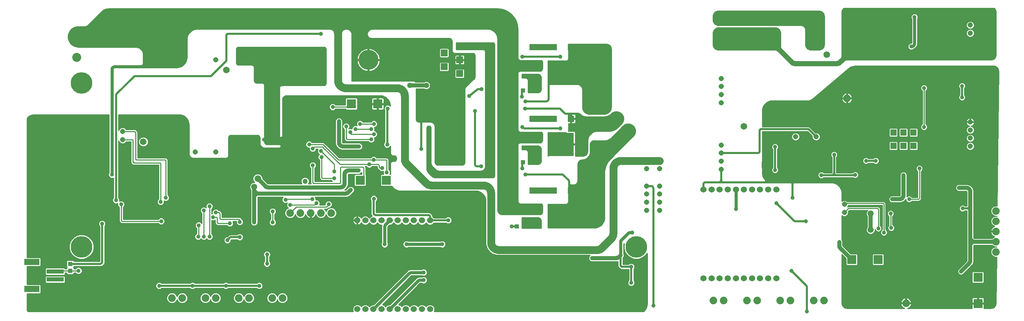
<source format=gbl>
G75*
G70*
%OFA0B0*%
%FSLAX24Y24*%
%IPPOS*%
%LPD*%
%AMOC8*
5,1,8,0,0,1.08239X$1,22.5*
%
%ADD10C,0.0740*%
%ADD11R,0.0886X0.0886*%
%ADD12R,0.0433X0.0433*%
%ADD13R,0.0598X0.0642*%
%ADD14R,0.1181X0.0630*%
%ADD15R,0.2470X0.2280*%
%ADD16C,0.1065*%
%ADD17C,0.0600*%
%ADD18C,0.0515*%
%ADD19C,0.0650*%
%ADD20C,0.0874*%
%ADD21R,0.0650X0.0650*%
%ADD22C,0.1950*%
%ADD23R,0.1654X0.0433*%
%ADD24R,0.1457X0.0591*%
%ADD25C,0.0500*%
%ADD26C,0.2100*%
%ADD27R,0.0594X0.0594*%
%ADD28C,0.0396*%
%ADD29C,0.0100*%
%ADD30C,0.0200*%
%ADD31C,0.0400*%
%ADD32C,0.0300*%
%ADD33C,0.0750*%
%ADD34C,0.0531*%
%ADD35C,0.0240*%
%ADD36C,0.0709*%
%ADD37C,0.0080*%
%ADD38C,0.0591*%
%ADD39C,0.0945*%
%ADD40C,0.0160*%
%ADD41C,0.0500*%
%ADD42R,0.0396X0.0396*%
D10*
X014953Y002204D03*
X015953Y002204D03*
X018203Y002204D03*
X019203Y002204D03*
X021453Y002204D03*
X022453Y002204D03*
X024703Y002204D03*
X025703Y002204D03*
X026453Y010504D03*
X027453Y010504D03*
X028453Y010504D03*
X029453Y010504D03*
X030453Y010504D03*
X067653Y001954D03*
X068653Y001954D03*
X070903Y001954D03*
X071903Y001954D03*
X074153Y001954D03*
X075153Y001954D03*
X077403Y001954D03*
X078403Y001954D03*
X086403Y001704D03*
X095153Y006704D03*
X095153Y007704D03*
X095153Y008704D03*
X095153Y009704D03*
X095153Y010704D03*
X080653Y021704D03*
D11*
X035833Y013704D03*
X033274Y013704D03*
X032424Y021154D03*
X034983Y021154D03*
X081124Y005954D03*
X083683Y005954D03*
X093403Y004233D03*
X093403Y001674D03*
D12*
X049788Y015454D03*
X049119Y015454D03*
X049203Y016869D03*
X049203Y017538D03*
X049119Y022454D03*
X049788Y022454D03*
X049203Y023869D03*
X049203Y024538D03*
X049203Y010538D03*
X049203Y009869D03*
X049188Y009204D03*
X048519Y009204D03*
X005053Y005538D03*
X005053Y004869D03*
D13*
X048357Y012704D03*
X050050Y012704D03*
X052107Y012704D03*
X053800Y012704D03*
X053800Y019704D03*
X052107Y019704D03*
X050050Y019704D03*
X048357Y019704D03*
X048357Y026704D03*
X050050Y026704D03*
X052107Y026704D03*
X053800Y026704D03*
D14*
X050293Y025104D03*
X050293Y023304D03*
X050293Y018104D03*
X050293Y016304D03*
X050293Y011104D03*
X050293Y009304D03*
D15*
X052828Y010204D03*
X052828Y017204D03*
X052828Y024204D03*
D16*
X057018Y020851D03*
X058184Y019685D03*
X059351Y018518D03*
D17*
X066691Y012784D03*
X067478Y012784D03*
X068265Y012784D03*
X069053Y012784D03*
X069840Y012784D03*
X070628Y012784D03*
X071415Y012784D03*
X072202Y012784D03*
X072990Y012784D03*
X073777Y012784D03*
X073777Y004123D03*
X072990Y004123D03*
X072202Y004123D03*
X071415Y004123D03*
X070628Y004123D03*
X069840Y004123D03*
X069053Y004123D03*
X068265Y004123D03*
X067478Y004123D03*
X066691Y004123D03*
X040077Y001123D03*
X039290Y001123D03*
X038502Y001123D03*
X037715Y001123D03*
X036928Y001123D03*
X036140Y001123D03*
X035353Y001123D03*
X034565Y001123D03*
X033778Y001123D03*
X032991Y001123D03*
X032991Y009784D03*
X033778Y009784D03*
X034565Y009784D03*
X035353Y009784D03*
X036140Y009784D03*
X036928Y009784D03*
X037715Y009784D03*
X038502Y009784D03*
X039290Y009784D03*
X040077Y009784D03*
D18*
X061153Y010772D03*
X062403Y010772D03*
X062403Y011560D03*
X061153Y011560D03*
X061153Y012347D03*
X062403Y012347D03*
X062403Y013135D03*
X061153Y013135D03*
X061153Y014810D03*
X062403Y014810D03*
X062403Y015597D03*
X061153Y015597D03*
X068403Y015560D03*
X068403Y014772D03*
X068403Y016347D03*
X068403Y017135D03*
X073653Y017954D03*
X075653Y017954D03*
X077653Y017954D03*
X068403Y021272D03*
X068403Y022060D03*
X068403Y022847D03*
X068403Y023635D03*
X071653Y026954D03*
X073653Y026954D03*
X077653Y026954D03*
X068403Y028310D03*
X068403Y029097D03*
X092653Y028847D03*
X092653Y028060D03*
X092653Y019385D03*
X092653Y018597D03*
X092653Y017810D03*
X092653Y017022D03*
X080403Y011347D03*
X080403Y010560D03*
X019203Y016454D03*
X017203Y016454D03*
X015203Y016454D03*
X010153Y017660D03*
X010153Y018447D03*
X013203Y025454D03*
X015203Y025454D03*
X019203Y025454D03*
D19*
X020239Y024454D03*
X012168Y017454D03*
X023303Y013854D03*
X070618Y018954D03*
X091053Y019154D03*
X091053Y021154D03*
X078689Y025954D03*
D20*
X005691Y025689D03*
X005691Y027319D03*
D21*
X041453Y026124D03*
X042953Y026794D03*
X042953Y025454D03*
X041453Y024784D03*
X042953Y024114D03*
D22*
X034083Y025454D03*
D23*
X003585Y004797D03*
X003585Y004010D03*
D24*
X001321Y003085D03*
X001321Y005722D03*
D25*
X027903Y013604D03*
D26*
X006153Y007204D03*
X006153Y023204D03*
X060153Y007204D03*
D27*
X085173Y017054D03*
X086153Y017054D03*
X087133Y017054D03*
X087133Y018354D03*
X086153Y018354D03*
X085173Y018354D03*
D28*
X088153Y018904D03*
X091853Y021804D03*
X091853Y022904D03*
X088153Y022704D03*
X089753Y026254D03*
X089758Y026919D03*
X086903Y026754D03*
X080913Y027534D03*
X087228Y029639D03*
X052753Y025754D03*
X049053Y025754D03*
X046153Y024954D03*
X045078Y022604D03*
X043878Y021929D03*
X044453Y020454D03*
X049003Y021854D03*
X049353Y021404D03*
X049303Y020704D03*
X049053Y018904D03*
X046153Y018204D03*
X039953Y018804D03*
X035903Y017204D03*
X034353Y017704D03*
X034603Y018204D03*
X034353Y018704D03*
X034603Y019204D03*
X033253Y019204D03*
X031903Y018954D03*
X032803Y018704D03*
X032303Y018404D03*
X031203Y019454D03*
X030603Y020854D03*
X028953Y020704D03*
X025703Y023054D03*
X023153Y024504D03*
X022203Y025304D03*
X026753Y026004D03*
X029253Y024704D03*
X029453Y028004D03*
X040203Y022204D03*
X035953Y020704D03*
X028303Y017204D03*
X028653Y016804D03*
X029453Y016554D03*
X029503Y015954D03*
X028653Y015154D03*
X030753Y014554D03*
X030753Y013904D03*
X032353Y012754D03*
X034353Y013154D03*
X034603Y011904D03*
X030203Y011354D03*
X029003Y011454D03*
X028603Y011854D03*
X026653Y012404D03*
X026003Y011804D03*
X026453Y011304D03*
X024753Y010654D03*
X024753Y009604D03*
X022953Y009604D03*
X021553Y009634D03*
X020583Y009504D03*
X018953Y010104D03*
X019213Y010554D03*
X018053Y010754D03*
X018603Y011154D03*
X014353Y012004D03*
X013853Y011604D03*
X010003Y011354D03*
X009503Y011754D03*
X013903Y009704D03*
X017553Y009304D03*
X017503Y008204D03*
X018053Y008195D03*
X018603Y008204D03*
X020353Y007854D03*
X021553Y008154D03*
X023803Y007904D03*
X024203Y006454D03*
X024203Y005554D03*
X022853Y005004D03*
X020103Y005854D03*
X020053Y007254D03*
X020203Y003404D03*
X016953Y003404D03*
X013703Y003404D03*
X005863Y004864D03*
X005453Y003984D03*
X008153Y009454D03*
X009103Y014254D03*
X011703Y014154D03*
X013153Y014154D03*
X015153Y014154D03*
X022003Y017104D03*
X023903Y017654D03*
X033153Y017004D03*
X033153Y016354D03*
X034593Y015704D03*
X034153Y015254D03*
X033103Y014654D03*
X035403Y014904D03*
X035853Y014454D03*
X036603Y015854D03*
X039203Y016754D03*
X042253Y015454D03*
X045053Y015054D03*
X046153Y015704D03*
X049053Y014854D03*
X049353Y014254D03*
X043553Y014304D03*
X041853Y009804D03*
X042003Y008604D03*
X041253Y007454D03*
X037773Y007454D03*
X035653Y007454D03*
X039453Y004704D03*
X039453Y003954D03*
X048003Y009204D03*
X055853Y006104D03*
X058603Y006354D03*
X059653Y005254D03*
X060573Y003834D03*
X059653Y003704D03*
X061803Y001454D03*
X075253Y004854D03*
X081178Y004454D03*
X081803Y007379D03*
X079903Y007654D03*
X083703Y009004D03*
X084253Y008604D03*
X084953Y009054D03*
X084903Y010454D03*
X085053Y011854D03*
X086703Y011854D03*
X084753Y012454D03*
X082003Y013304D03*
X081453Y014222D03*
X081953Y014704D03*
X082503Y015604D03*
X083453Y015604D03*
X085703Y015354D03*
X087703Y014854D03*
X086153Y014204D03*
X088903Y012954D03*
X091553Y012964D03*
X089103Y011604D03*
X091903Y010954D03*
X092653Y009154D03*
X093203Y008229D03*
X091753Y004804D03*
X090893Y003324D03*
X076753Y000904D03*
X059753Y008604D03*
X069853Y010904D03*
X073777Y011454D03*
X075353Y012004D03*
X077253Y013854D03*
X078153Y014204D03*
X073653Y014704D03*
X079403Y016204D03*
X079703Y016804D03*
X073653Y016954D03*
X052753Y018754D03*
X076653Y009704D03*
X023453Y003404D03*
D29*
X000943Y000904D02*
X000853Y000993D01*
X000853Y002639D01*
X002111Y002639D01*
X002199Y002727D01*
X002199Y003442D01*
X002111Y003530D01*
X000853Y003530D01*
X000853Y005277D01*
X002111Y005277D01*
X002199Y005365D01*
X002199Y006080D01*
X002111Y006168D01*
X000853Y006168D01*
X000853Y019764D01*
X000948Y019859D01*
X001063Y019945D01*
X001188Y020013D01*
X001321Y020063D01*
X001461Y020093D01*
X001603Y020104D01*
X008803Y020104D01*
X008803Y014439D01*
X008755Y014323D01*
X008755Y014184D01*
X008808Y014056D01*
X008906Y013958D01*
X009034Y013905D01*
X009172Y013905D01*
X009253Y013939D01*
X009253Y011996D01*
X009208Y011951D01*
X009155Y011823D01*
X009155Y011684D01*
X009208Y011556D01*
X009306Y011458D01*
X009434Y011405D01*
X009572Y011405D01*
X009664Y011443D01*
X009655Y011423D01*
X009655Y011284D01*
X009708Y011156D01*
X009803Y011061D01*
X009803Y009886D01*
X009803Y009804D01*
X009803Y009721D01*
X009807Y009717D01*
X008382Y009717D01*
X008350Y009749D02*
X008222Y009802D01*
X008084Y009802D01*
X007956Y009749D01*
X007858Y009651D01*
X007805Y009523D01*
X007805Y009384D01*
X007858Y009256D01*
X007903Y009211D01*
X007903Y005788D01*
X005420Y005788D01*
X005420Y005817D01*
X005332Y005905D01*
X004774Y005905D01*
X004687Y005817D01*
X004687Y005259D01*
X004743Y005204D01*
X004687Y005148D01*
X004687Y005069D01*
X004561Y005069D01*
X004561Y005076D01*
X004474Y005164D01*
X002696Y005164D01*
X002608Y005076D01*
X002608Y004519D01*
X002696Y004431D01*
X004474Y004431D01*
X004561Y004519D01*
X004561Y004669D01*
X004687Y004669D01*
X004687Y004590D01*
X004774Y004502D01*
X005332Y004502D01*
X005420Y004590D01*
X005420Y004664D01*
X005571Y004664D01*
X005666Y004568D01*
X005794Y004515D01*
X005932Y004515D01*
X006060Y004568D01*
X006158Y004666D01*
X006211Y004794D01*
X006211Y004933D01*
X006158Y005061D01*
X006060Y005159D01*
X005932Y005212D01*
X005794Y005212D01*
X005666Y005159D01*
X005571Y005064D01*
X005420Y005064D01*
X005420Y005148D01*
X005364Y005204D01*
X005420Y005259D01*
X005420Y005288D01*
X007903Y005288D01*
X007912Y005288D01*
X008003Y005288D01*
X008074Y005288D01*
X008282Y005409D01*
X008283Y005409D02*
X008403Y005618D01*
X008403Y005688D01*
X008403Y009211D01*
X008448Y009256D01*
X008501Y009384D01*
X008501Y009523D01*
X008448Y009651D01*
X008350Y009749D01*
X008462Y009618D02*
X009864Y009618D01*
X009884Y009584D02*
X009884Y009584D01*
X010017Y009507D01*
X010020Y009504D01*
X013611Y009504D01*
X013706Y009408D01*
X013834Y009355D01*
X013972Y009355D01*
X014100Y009408D01*
X014198Y009506D01*
X014251Y009634D01*
X014251Y009773D01*
X014198Y009901D01*
X014100Y009999D01*
X013972Y010052D01*
X013834Y010052D01*
X013706Y009999D01*
X013611Y009904D01*
X010203Y009904D01*
X010203Y011061D01*
X010298Y011156D01*
X010351Y011284D01*
X010351Y011423D01*
X010298Y011551D01*
X010200Y011649D01*
X010072Y011702D01*
X009934Y011702D01*
X009843Y011664D01*
X009851Y011684D01*
X009851Y011823D01*
X009798Y011951D01*
X009753Y011996D01*
X009753Y017561D01*
X009808Y017429D01*
X009922Y017314D01*
X010072Y017252D01*
X010234Y017252D01*
X010384Y017314D01*
X010499Y017429D01*
X010511Y017460D01*
X010953Y017460D01*
X010953Y015421D01*
X010957Y015417D01*
X011034Y015284D01*
X011167Y015207D01*
X011170Y015204D01*
X011257Y015204D01*
X011336Y015204D01*
X013653Y015204D01*
X013653Y011896D01*
X013558Y011801D01*
X013505Y011673D01*
X013505Y011534D01*
X013558Y011406D01*
X013656Y011308D01*
X013784Y011255D01*
X013922Y011255D01*
X014050Y011308D01*
X014148Y011406D01*
X014201Y011534D01*
X014201Y011673D01*
X014193Y011693D01*
X014284Y011655D01*
X014422Y011655D01*
X014550Y011708D01*
X014648Y011806D01*
X014701Y011934D01*
X014701Y012073D01*
X014648Y012201D01*
X014553Y012296D01*
X014553Y015521D01*
X014553Y015604D01*
X014553Y015686D01*
X014550Y015690D01*
X014473Y015823D01*
X014339Y015900D01*
X014336Y015904D01*
X011603Y015904D01*
X011603Y018264D01*
X011603Y018292D01*
X011603Y018430D01*
X011600Y018434D01*
X011523Y018567D01*
X011523Y018567D01*
X011523Y018567D01*
X011389Y018644D01*
X011386Y018647D01*
X010511Y018647D01*
X010499Y018678D01*
X010384Y018793D01*
X010234Y018855D01*
X010072Y018855D01*
X009922Y018793D01*
X009808Y018678D01*
X009753Y018546D01*
X009753Y020104D01*
X015603Y020104D01*
X015745Y020093D01*
X015885Y020063D01*
X016019Y020013D01*
X016144Y019945D01*
X016258Y019859D01*
X016359Y019758D01*
X016444Y019644D01*
X016513Y019519D01*
X016563Y019385D01*
X016593Y019246D01*
X016603Y019104D01*
X016603Y016304D01*
X016610Y016225D01*
X016630Y016150D01*
X016663Y016079D01*
X016708Y016014D01*
X016764Y015959D01*
X016828Y015914D01*
X016899Y015881D01*
X016975Y015860D01*
X017053Y015854D01*
X020203Y015854D01*
X020252Y015858D01*
X020299Y015873D01*
X020342Y015896D01*
X020380Y015927D01*
X020411Y015965D01*
X020434Y016008D01*
X020448Y016055D01*
X020453Y016104D01*
X020453Y017854D01*
X020458Y017902D01*
X020472Y017949D01*
X020495Y017992D01*
X020526Y018030D01*
X020564Y018061D01*
X020607Y018085D01*
X020654Y018099D01*
X020703Y018104D01*
X023253Y018104D01*
X023302Y018099D01*
X023349Y018085D01*
X023392Y018061D01*
X023430Y018030D01*
X023461Y017992D01*
X023484Y017949D01*
X023498Y017902D01*
X023503Y017854D01*
X023503Y017354D01*
X023511Y017267D01*
X023533Y017183D01*
X023570Y017104D01*
X023620Y017032D01*
X023682Y016971D01*
X023753Y016921D01*
X023832Y016884D01*
X023916Y016861D01*
X024003Y016854D01*
X025403Y016854D01*
X025437Y016857D01*
X025468Y016868D01*
X025497Y016886D01*
X025520Y016910D01*
X025538Y016938D01*
X025549Y016970D01*
X025553Y017004D01*
X025553Y017054D01*
X025549Y017087D01*
X025538Y017119D01*
X025520Y017147D01*
X025497Y017171D01*
X025468Y017189D01*
X025437Y017200D01*
X025403Y017204D01*
X025003Y017204D01*
X025003Y018254D01*
X025403Y018254D01*
X025403Y018004D01*
X025407Y017978D01*
X025417Y017954D01*
X025432Y017933D01*
X025453Y017917D01*
X025477Y017907D01*
X025503Y017904D01*
X025603Y017904D01*
X025629Y017907D01*
X025653Y017917D01*
X025674Y017933D01*
X025690Y017954D01*
X025700Y017978D01*
X025703Y018004D01*
X025703Y021554D01*
X025709Y021623D01*
X025727Y021690D01*
X025757Y021754D01*
X025797Y021811D01*
X025846Y021860D01*
X025903Y021900D01*
X025966Y021929D01*
X026034Y021947D01*
X026103Y021954D01*
X035203Y021954D01*
X035345Y021943D01*
X035485Y021913D01*
X035619Y021863D01*
X035744Y021795D01*
X035858Y021709D01*
X035959Y021608D01*
X036044Y021494D01*
X036113Y021369D01*
X036163Y021235D01*
X036193Y021096D01*
X036203Y020954D01*
X036203Y020946D01*
X036150Y020999D01*
X036022Y021052D01*
X035884Y021052D01*
X035756Y020999D01*
X035658Y020901D01*
X035605Y020773D01*
X035605Y020634D01*
X035653Y020518D01*
X035653Y017446D01*
X035608Y017401D01*
X035555Y017273D01*
X035555Y017134D01*
X035608Y017006D01*
X035619Y016996D01*
X035641Y016941D01*
X035712Y016871D01*
X035803Y016833D01*
X035903Y016833D01*
X035957Y016855D01*
X035972Y016855D01*
X036100Y016908D01*
X036198Y017006D01*
X036203Y017018D01*
X036203Y014296D01*
X036165Y014296D01*
X036201Y014384D01*
X036201Y014523D01*
X036148Y014651D01*
X036053Y014746D01*
X036053Y015686D01*
X036050Y015690D01*
X035973Y015823D01*
X035973Y015823D01*
X035973Y015823D01*
X035839Y015900D01*
X035836Y015904D01*
X035753Y015904D01*
X035670Y015904D01*
X034885Y015904D01*
X034790Y015999D01*
X034662Y016052D01*
X034524Y016052D01*
X034396Y015999D01*
X034301Y015904D01*
X031236Y015904D01*
X031207Y015932D01*
X031207Y015933D01*
X029765Y017374D01*
X029742Y017374D01*
X029711Y017387D01*
X029695Y017404D01*
X029671Y017404D01*
X029612Y017404D01*
X029529Y017404D01*
X028595Y017404D01*
X028500Y017499D01*
X028372Y017552D01*
X028234Y017552D01*
X028106Y017499D01*
X028008Y017401D01*
X027955Y017273D01*
X027955Y017134D01*
X028008Y017006D01*
X028106Y016908D01*
X028234Y016855D01*
X028305Y016855D01*
X028305Y016734D01*
X028358Y016606D01*
X028456Y016508D01*
X028584Y016455D01*
X028722Y016455D01*
X028850Y016508D01*
X028948Y016606D01*
X029001Y016734D01*
X029001Y016754D01*
X029161Y016754D01*
X029158Y016751D01*
X029105Y016623D01*
X029105Y016484D01*
X029158Y016356D01*
X029256Y016258D01*
X029298Y016241D01*
X029208Y016151D01*
X029155Y016023D01*
X029155Y015884D01*
X029208Y015756D01*
X029303Y015661D01*
X029303Y013921D01*
X029307Y013917D01*
X029384Y013784D01*
X029517Y013707D01*
X029520Y013704D01*
X029603Y013704D01*
X029686Y013704D01*
X030461Y013704D01*
X030556Y013608D01*
X030568Y013604D01*
X028853Y013604D01*
X028853Y014861D01*
X028948Y014956D01*
X029001Y015084D01*
X029001Y015223D01*
X028948Y015351D01*
X028850Y015449D01*
X028722Y015502D01*
X028584Y015502D01*
X028456Y015449D01*
X028358Y015351D01*
X028305Y015223D01*
X028305Y015084D01*
X028358Y014956D01*
X028453Y014861D01*
X028453Y013586D01*
X028453Y013530D01*
X028453Y013421D01*
X028457Y013417D01*
X028493Y013354D01*
X028219Y013354D01*
X028242Y013377D01*
X028303Y013524D01*
X028303Y013683D01*
X028242Y013830D01*
X028130Y013943D01*
X027983Y014004D01*
X027824Y014004D01*
X027677Y013943D01*
X027564Y013830D01*
X027503Y013683D01*
X027503Y013524D01*
X027564Y013377D01*
X027588Y013354D01*
X024388Y013354D01*
X024319Y013354D01*
X024309Y013354D01*
X024291Y013362D01*
X024284Y013368D01*
X023778Y013874D01*
X023778Y013948D01*
X023706Y014122D01*
X023572Y014256D01*
X023398Y014328D01*
X023209Y014328D01*
X023034Y014256D01*
X022901Y014122D01*
X022828Y013948D01*
X022828Y013759D01*
X022901Y013585D01*
X022986Y013499D01*
X022865Y013499D01*
X022701Y013431D01*
X022576Y013306D01*
X022508Y013142D01*
X022508Y012965D01*
X022576Y012801D01*
X022603Y012774D01*
X022603Y009534D01*
X022656Y009405D01*
X022755Y009307D01*
X022884Y009254D01*
X023023Y009254D01*
X023151Y009307D01*
X023250Y009405D01*
X023303Y009534D01*
X023303Y012004D01*
X023304Y012013D01*
X023312Y012031D01*
X023325Y012045D01*
X023343Y012053D01*
X023353Y012054D01*
X025761Y012054D01*
X025708Y012001D01*
X025655Y011873D01*
X025655Y011734D01*
X025708Y011606D01*
X025806Y011508D01*
X025934Y011455D01*
X026072Y011455D01*
X026153Y011489D01*
X026105Y011373D01*
X026105Y011234D01*
X026158Y011106D01*
X026256Y011008D01*
X026285Y010997D01*
X026159Y010944D01*
X026012Y010798D01*
X025933Y010607D01*
X025933Y010400D01*
X026012Y010209D01*
X024953Y010209D01*
X024953Y010111D02*
X026111Y010111D01*
X026159Y010063D02*
X026350Y009984D01*
X026557Y009984D01*
X026748Y010063D01*
X026894Y010209D01*
X026953Y010352D01*
X027012Y010209D01*
X026894Y010209D01*
X026935Y010308D02*
X026971Y010308D01*
X027012Y010209D02*
X027159Y010063D01*
X027350Y009984D01*
X027557Y009984D01*
X027748Y010063D01*
X027894Y010209D01*
X027955Y010355D01*
X027971Y010304D01*
X028008Y010231D01*
X028056Y010165D01*
X028114Y010107D01*
X028181Y010059D01*
X028254Y010022D01*
X028331Y009996D01*
X028403Y009985D01*
X028403Y010453D01*
X028503Y010453D01*
X028503Y009985D01*
X028575Y009996D01*
X028653Y010022D01*
X028726Y010059D01*
X028792Y010107D01*
X028850Y010165D01*
X028898Y010231D01*
X028935Y010304D01*
X028952Y010355D01*
X029012Y010209D01*
X028882Y010209D01*
X028936Y010308D02*
X028971Y010308D01*
X029012Y010209D02*
X029159Y010063D01*
X029350Y009984D01*
X029557Y009984D01*
X029748Y010063D01*
X029894Y010209D01*
X029953Y010352D01*
X030012Y010209D01*
X029894Y010209D01*
X029935Y010308D02*
X029971Y010308D01*
X030012Y010209D02*
X030159Y010063D01*
X030350Y009984D01*
X030557Y009984D01*
X030748Y010063D01*
X030894Y010209D01*
X030973Y010400D01*
X030973Y010607D01*
X030894Y010798D01*
X030748Y010944D01*
X030557Y011024D01*
X030350Y011024D01*
X030159Y010944D01*
X030012Y010798D01*
X029953Y010655D01*
X029894Y010798D01*
X029788Y010904D01*
X029879Y010904D01*
X029893Y010904D01*
X030021Y010904D01*
X030045Y010904D01*
X030061Y010920D01*
X030092Y010933D01*
X030115Y010933D01*
X030132Y010949D01*
X030141Y010959D01*
X030188Y011005D01*
X030272Y011005D01*
X030400Y011058D01*
X030498Y011156D01*
X030551Y011284D01*
X030551Y011423D01*
X030498Y011551D01*
X030400Y011649D01*
X030272Y011702D01*
X030134Y011702D01*
X030006Y011649D01*
X029908Y011551D01*
X029855Y011423D01*
X029855Y011304D01*
X029318Y011304D01*
X029351Y011384D01*
X029351Y011523D01*
X029298Y011651D01*
X029200Y011749D01*
X029072Y011802D01*
X028951Y011802D01*
X028951Y011923D01*
X028898Y012051D01*
X028895Y012054D01*
X031768Y012054D01*
X031837Y012054D01*
X031987Y012054D01*
X032262Y012168D01*
X032262Y012168D01*
X032368Y012273D01*
X032650Y012555D01*
X032703Y012684D01*
X032703Y012823D01*
X032650Y012952D01*
X032551Y013050D01*
X032423Y013104D01*
X032284Y013104D01*
X032155Y013050D01*
X031873Y012768D01*
X031865Y012762D01*
X031847Y012754D01*
X031837Y012754D01*
X031768Y012754D01*
X031744Y012754D01*
X031778Y012768D01*
X031989Y012979D01*
X032103Y013254D01*
X032103Y013254D01*
X032103Y013334D01*
X032103Y014184D01*
X032103Y014254D01*
X032104Y014263D01*
X032112Y014281D01*
X032125Y014295D01*
X032143Y014303D01*
X032153Y014304D01*
X033173Y014304D01*
X033301Y014357D01*
X033400Y014455D01*
X033403Y014463D01*
X033403Y014296D01*
X032769Y014296D01*
X032681Y014209D01*
X032681Y013198D01*
X032769Y013111D01*
X033779Y013111D01*
X033866Y013198D01*
X033866Y014209D01*
X033803Y014272D01*
X033803Y014821D01*
X033803Y014836D01*
X033803Y014986D01*
X033800Y014990D01*
X033763Y015054D01*
X033861Y015054D01*
X033956Y014958D01*
X034084Y014905D01*
X034222Y014905D01*
X034350Y014958D01*
X034445Y015054D01*
X034903Y015054D01*
X034903Y014921D01*
X034907Y014917D01*
X034984Y014784D01*
X035105Y014714D01*
X035108Y014706D01*
X035206Y014608D01*
X035334Y014555D01*
X035472Y014555D01*
X035528Y014579D01*
X035505Y014523D01*
X035505Y014384D01*
X035541Y014296D01*
X035328Y014296D01*
X035240Y014209D01*
X035240Y013198D01*
X035328Y013111D01*
X036338Y013111D01*
X036354Y013127D01*
X036362Y013113D01*
X036447Y012999D01*
X036548Y012898D01*
X036663Y012812D01*
X036788Y012744D01*
X036921Y012694D01*
X037061Y012664D01*
X037203Y012654D01*
X044503Y012654D01*
X044645Y012643D01*
X044785Y012613D01*
X044919Y012563D01*
X045044Y012495D01*
X045158Y012409D01*
X045259Y012308D01*
X045344Y012194D01*
X045413Y012069D01*
X045463Y011935D01*
X045478Y011864D01*
X045478Y007758D01*
X045478Y007732D01*
X045478Y007549D01*
X045478Y007549D01*
X045478Y007452D01*
X045478Y007452D01*
X045603Y007068D01*
X045603Y007067D01*
X045840Y006741D01*
X045840Y006741D01*
X045840Y006741D01*
X046167Y006503D01*
X046551Y006379D01*
X046649Y006379D01*
X046747Y006379D01*
X046753Y006379D01*
X046858Y006379D01*
X055633Y006379D01*
X055556Y006302D01*
X055503Y006173D01*
X055503Y006034D01*
X055556Y005905D01*
X055655Y005807D01*
X055784Y005754D01*
X058118Y005754D01*
X058151Y005754D01*
X058257Y005754D01*
X058337Y005754D01*
X058353Y005760D01*
X058353Y005503D01*
X058353Y005497D01*
X058353Y005404D01*
X058353Y005333D01*
X058474Y005124D01*
X058683Y005004D01*
X058753Y005004D01*
X059403Y005004D01*
X059403Y003946D01*
X059358Y003901D01*
X059305Y003773D01*
X059305Y003634D01*
X059358Y003506D01*
X059456Y003408D01*
X059584Y003355D01*
X059722Y003355D01*
X059850Y003408D01*
X059948Y003506D01*
X060001Y003634D01*
X060001Y003773D01*
X059948Y003901D01*
X059903Y003946D01*
X059903Y005011D01*
X059948Y005056D01*
X060001Y005184D01*
X060001Y005323D01*
X059948Y005451D01*
X059850Y005549D01*
X059722Y005602D01*
X059584Y005602D01*
X059456Y005549D01*
X059411Y005504D01*
X058853Y005504D01*
X058853Y006109D01*
X058900Y006155D01*
X058953Y006284D01*
X058953Y006423D01*
X058903Y006544D01*
X058903Y007504D01*
X058991Y007504D01*
X058953Y007362D01*
X058953Y007046D01*
X059035Y006740D01*
X059193Y006467D01*
X059416Y006243D01*
X059690Y006085D01*
X059995Y006004D01*
X060311Y006004D01*
X060616Y006085D01*
X060890Y006243D01*
X061113Y006467D01*
X061196Y006609D01*
X061203Y006504D01*
X061203Y001654D01*
X061193Y001511D01*
X061163Y001372D01*
X061113Y001238D01*
X061044Y001113D01*
X060959Y000999D01*
X060864Y000904D01*
X040473Y000904D01*
X040527Y001033D01*
X040527Y001212D01*
X040459Y001378D01*
X040332Y001504D01*
X040167Y001573D01*
X039988Y001573D01*
X039822Y001504D01*
X039696Y001378D01*
X039683Y001348D01*
X039671Y001378D01*
X039545Y001504D01*
X039379Y001573D01*
X039200Y001573D01*
X039035Y001504D01*
X038908Y001378D01*
X038896Y001348D01*
X038884Y001378D01*
X038757Y001504D01*
X038592Y001573D01*
X038413Y001573D01*
X038247Y001504D01*
X038121Y001378D01*
X038109Y001348D01*
X038096Y001378D01*
X037970Y001504D01*
X037804Y001573D01*
X037625Y001573D01*
X037460Y001504D01*
X037333Y001378D01*
X037321Y001348D01*
X037309Y001378D01*
X037182Y001504D01*
X037017Y001573D01*
X037014Y001573D01*
X039053Y003611D01*
X039056Y003614D01*
X039095Y003654D01*
X039268Y003654D01*
X039384Y003605D01*
X039522Y003605D01*
X039650Y003658D01*
X039748Y003756D01*
X039801Y003884D01*
X039801Y004023D01*
X039748Y004151D01*
X039650Y004249D01*
X039522Y004302D01*
X039384Y004302D01*
X039268Y004254D01*
X039035Y004254D01*
X039035Y004253D02*
X038976Y004253D01*
X038755Y004162D01*
X038671Y004078D01*
X038629Y004036D01*
X036166Y001573D01*
X036051Y001573D01*
X035885Y001504D01*
X035759Y001378D01*
X035746Y001348D01*
X035734Y001378D01*
X035608Y001504D01*
X035442Y001573D01*
X035440Y001573D01*
X038228Y004361D01*
X038231Y004364D01*
X038270Y004404D01*
X039268Y004404D01*
X039384Y004355D01*
X039522Y004355D01*
X039650Y004408D01*
X039748Y004506D01*
X039801Y004634D01*
X039801Y004773D01*
X039748Y004901D01*
X039650Y004999D01*
X039522Y005052D01*
X039384Y005052D01*
X039268Y005004D01*
X038211Y005004D01*
X038211Y005003D01*
X038151Y005003D01*
X037930Y004912D01*
X037846Y004828D01*
X037804Y004786D01*
X037804Y004786D01*
X034591Y001573D01*
X034476Y001573D01*
X034310Y001504D01*
X034184Y001378D01*
X034172Y001348D01*
X034159Y001378D01*
X034033Y001504D01*
X033867Y001573D01*
X033688Y001573D01*
X033523Y001504D01*
X033396Y001378D01*
X033384Y001348D01*
X033372Y001378D01*
X033245Y001504D01*
X033080Y001573D01*
X032901Y001573D01*
X032736Y001504D01*
X032609Y001378D01*
X032541Y001212D01*
X032541Y001033D01*
X032594Y000904D01*
X000943Y000904D01*
X000900Y000946D02*
X032577Y000946D01*
X032541Y001045D02*
X000853Y001045D01*
X000853Y001143D02*
X032541Y001143D01*
X032553Y001242D02*
X000853Y001242D01*
X000853Y001340D02*
X032594Y001340D01*
X032670Y001439D02*
X000853Y001439D01*
X000853Y001538D02*
X032816Y001538D01*
X033165Y001538D02*
X033603Y001538D01*
X033458Y001439D02*
X033311Y001439D01*
X033953Y001538D02*
X034391Y001538D01*
X034245Y001439D02*
X034098Y001439D01*
X034654Y001636D02*
X000853Y001636D01*
X000853Y001735D02*
X014726Y001735D01*
X014659Y001763D02*
X014850Y001684D01*
X015057Y001684D01*
X015248Y001763D01*
X015394Y001909D01*
X015453Y002052D01*
X015512Y001909D01*
X015659Y001763D01*
X015850Y001684D01*
X016057Y001684D01*
X016248Y001763D01*
X016394Y001909D01*
X016473Y002100D01*
X016473Y002307D01*
X016394Y002498D01*
X016248Y002644D01*
X016057Y002724D01*
X015850Y002724D01*
X015659Y002644D01*
X015512Y002498D01*
X015453Y002355D01*
X015394Y002498D01*
X015248Y002644D01*
X015057Y002724D01*
X014850Y002724D01*
X014659Y002644D01*
X014512Y002498D01*
X014433Y002307D01*
X014433Y002100D01*
X014512Y001909D01*
X014659Y001763D01*
X014588Y001833D02*
X000853Y001833D01*
X000853Y001932D02*
X014503Y001932D01*
X014462Y002030D02*
X000853Y002030D01*
X000853Y002129D02*
X014433Y002129D01*
X014433Y002227D02*
X000853Y002227D01*
X000853Y002326D02*
X014441Y002326D01*
X014482Y002424D02*
X000853Y002424D01*
X000853Y002523D02*
X014537Y002523D01*
X014636Y002621D02*
X000853Y002621D01*
X002192Y002720D02*
X014841Y002720D01*
X015065Y002720D02*
X015841Y002720D01*
X016065Y002720D02*
X018091Y002720D01*
X018100Y002724D02*
X017909Y002644D01*
X017762Y002498D01*
X017683Y002307D01*
X017683Y002100D01*
X017762Y001909D01*
X017909Y001763D01*
X018100Y001684D01*
X018307Y001684D01*
X018498Y001763D01*
X018644Y001909D01*
X018703Y002052D01*
X018762Y001909D01*
X018909Y001763D01*
X019100Y001684D01*
X019307Y001684D01*
X019498Y001763D01*
X019644Y001909D01*
X019723Y002100D01*
X019723Y002307D01*
X019644Y002498D01*
X019498Y002644D01*
X019307Y002724D01*
X019100Y002724D01*
X018909Y002644D01*
X018762Y002498D01*
X018703Y002355D01*
X018644Y002498D01*
X018498Y002644D01*
X018307Y002724D01*
X018100Y002724D01*
X018315Y002720D02*
X019091Y002720D01*
X019315Y002720D02*
X021341Y002720D01*
X021350Y002724D02*
X021159Y002644D01*
X021012Y002498D01*
X020933Y002307D01*
X020933Y002100D01*
X021012Y001909D01*
X021159Y001763D01*
X021350Y001684D01*
X021557Y001684D01*
X021748Y001763D01*
X021894Y001909D01*
X021953Y002052D01*
X022012Y001909D01*
X022159Y001763D01*
X022350Y001684D01*
X022557Y001684D01*
X022748Y001763D01*
X022894Y001909D01*
X022973Y002100D01*
X022973Y002307D01*
X022894Y002498D01*
X022748Y002644D01*
X022557Y002724D01*
X022350Y002724D01*
X022159Y002644D01*
X022012Y002498D01*
X021953Y002355D01*
X021894Y002498D01*
X021748Y002644D01*
X021557Y002724D01*
X021350Y002724D01*
X021565Y002720D02*
X022341Y002720D01*
X022565Y002720D02*
X024591Y002720D01*
X024600Y002724D02*
X024409Y002644D01*
X024262Y002498D01*
X024183Y002307D01*
X024183Y002100D01*
X024262Y001909D01*
X024409Y001763D01*
X024600Y001684D01*
X024807Y001684D01*
X024998Y001763D01*
X025144Y001909D01*
X025203Y002052D01*
X025262Y001909D01*
X025409Y001763D01*
X025600Y001684D01*
X025807Y001684D01*
X025998Y001763D01*
X026144Y001909D01*
X026223Y002100D01*
X026223Y002307D01*
X026144Y002498D01*
X025998Y002644D01*
X025807Y002724D01*
X025600Y002724D01*
X025409Y002644D01*
X025262Y002498D01*
X025203Y002355D01*
X025144Y002498D01*
X024998Y002644D01*
X024807Y002724D01*
X024600Y002724D01*
X024815Y002720D02*
X025591Y002720D01*
X025815Y002720D02*
X035738Y002720D01*
X035640Y002621D02*
X026021Y002621D01*
X026119Y002523D02*
X035541Y002523D01*
X035443Y002424D02*
X026174Y002424D01*
X026215Y002326D02*
X035344Y002326D01*
X035246Y002227D02*
X026223Y002227D01*
X026223Y002129D02*
X035147Y002129D01*
X035049Y002030D02*
X026194Y002030D01*
X026153Y001932D02*
X034950Y001932D01*
X034851Y001833D02*
X026068Y001833D01*
X025930Y001735D02*
X034753Y001735D01*
X035503Y001636D02*
X036229Y001636D01*
X036328Y001735D02*
X035601Y001735D01*
X035700Y001833D02*
X036426Y001833D01*
X036525Y001932D02*
X035798Y001932D01*
X035897Y002030D02*
X036623Y002030D01*
X036722Y002129D02*
X035996Y002129D01*
X036094Y002227D02*
X036820Y002227D01*
X036919Y002326D02*
X036193Y002326D01*
X036291Y002424D02*
X037017Y002424D01*
X037116Y002523D02*
X036390Y002523D01*
X036488Y002621D02*
X037215Y002621D01*
X037313Y002720D02*
X036587Y002720D01*
X036685Y002819D02*
X037412Y002819D01*
X037510Y002917D02*
X036784Y002917D01*
X036882Y003016D02*
X037609Y003016D01*
X037707Y003114D02*
X036981Y003114D01*
X037079Y003213D02*
X037806Y003213D01*
X037904Y003311D02*
X037178Y003311D01*
X037277Y003410D02*
X038003Y003410D01*
X038101Y003508D02*
X037375Y003508D01*
X037474Y003607D02*
X038200Y003607D01*
X038299Y003705D02*
X037572Y003705D01*
X037671Y003804D02*
X038397Y003804D01*
X038496Y003903D02*
X037769Y003903D01*
X037868Y004001D02*
X038594Y004001D01*
X038693Y004100D02*
X037966Y004100D01*
X038065Y004198D02*
X038842Y004198D01*
X038755Y004162D02*
X038755Y004162D01*
X038976Y004253D02*
X038976Y004253D01*
X039035Y004254D02*
X039035Y004253D01*
X039288Y004395D02*
X038262Y004395D01*
X038228Y004361D02*
X038228Y004361D01*
X038163Y004297D02*
X039372Y004297D01*
X039534Y004297D02*
X059403Y004297D01*
X059403Y004395D02*
X039619Y004395D01*
X039736Y004494D02*
X059403Y004494D01*
X059403Y004592D02*
X039784Y004592D01*
X039801Y004691D02*
X059403Y004691D01*
X059403Y004789D02*
X039794Y004789D01*
X039754Y004888D02*
X059403Y004888D01*
X059403Y004987D02*
X039662Y004987D01*
X039701Y004198D02*
X059403Y004198D01*
X059403Y004100D02*
X039769Y004100D01*
X039801Y004001D02*
X059403Y004001D01*
X059360Y003903D02*
X039801Y003903D01*
X039768Y003804D02*
X059318Y003804D01*
X059305Y003705D02*
X039697Y003705D01*
X039526Y003607D02*
X059316Y003607D01*
X059357Y003508D02*
X038950Y003508D01*
X038851Y003410D02*
X059455Y003410D01*
X059852Y003410D02*
X061203Y003410D01*
X061203Y003508D02*
X059949Y003508D01*
X059990Y003607D02*
X061203Y003607D01*
X061203Y003705D02*
X060001Y003705D01*
X059988Y003804D02*
X061203Y003804D01*
X061203Y003903D02*
X059946Y003903D01*
X059903Y004001D02*
X061203Y004001D01*
X061203Y004100D02*
X059903Y004100D01*
X059903Y004198D02*
X061203Y004198D01*
X061203Y004297D02*
X059903Y004297D01*
X059903Y004395D02*
X061203Y004395D01*
X061203Y004494D02*
X059903Y004494D01*
X059903Y004592D02*
X061203Y004592D01*
X061203Y004691D02*
X059903Y004691D01*
X059903Y004789D02*
X061203Y004789D01*
X061203Y004888D02*
X059903Y004888D01*
X059903Y004987D02*
X061203Y004987D01*
X061203Y005085D02*
X059960Y005085D01*
X060001Y005184D02*
X061203Y005184D01*
X061203Y005282D02*
X060001Y005282D01*
X059977Y005381D02*
X061203Y005381D01*
X061203Y005479D02*
X059920Y005479D01*
X059780Y005578D02*
X061203Y005578D01*
X061203Y005676D02*
X058853Y005676D01*
X058853Y005578D02*
X059526Y005578D01*
X058853Y005775D02*
X061203Y005775D01*
X061203Y005873D02*
X058853Y005873D01*
X058853Y005972D02*
X061203Y005972D01*
X061203Y006071D02*
X060561Y006071D01*
X060761Y006169D02*
X061203Y006169D01*
X061203Y006268D02*
X060914Y006268D01*
X061013Y006366D02*
X061203Y006366D01*
X061203Y006465D02*
X061111Y006465D01*
X061169Y006563D02*
X061199Y006563D01*
X059745Y006071D02*
X058853Y006071D01*
X058906Y006169D02*
X059545Y006169D01*
X059392Y006268D02*
X058946Y006268D01*
X058953Y006366D02*
X059293Y006366D01*
X059195Y006465D02*
X058936Y006465D01*
X058903Y006563D02*
X059137Y006563D01*
X059080Y006662D02*
X058903Y006662D01*
X058903Y006760D02*
X059030Y006760D01*
X059003Y006859D02*
X058903Y006859D01*
X058903Y006957D02*
X058977Y006957D01*
X058953Y007056D02*
X058903Y007056D01*
X058903Y007154D02*
X058953Y007154D01*
X058953Y007253D02*
X058903Y007253D01*
X058903Y007352D02*
X058953Y007352D01*
X058977Y007450D02*
X058903Y007450D01*
X055621Y006366D02*
X024544Y006366D01*
X024551Y006384D02*
X024551Y006523D01*
X024498Y006651D01*
X024400Y006749D01*
X024272Y006802D01*
X024134Y006802D01*
X024006Y006749D01*
X023908Y006651D01*
X023855Y006523D01*
X023855Y006384D01*
X023908Y006256D01*
X023953Y006211D01*
X023953Y005796D01*
X023908Y005751D01*
X023855Y005623D01*
X023855Y005484D01*
X023908Y005356D01*
X024006Y005258D01*
X024134Y005205D01*
X024272Y005205D01*
X024400Y005258D01*
X024498Y005356D01*
X024551Y005484D01*
X024551Y005623D01*
X024498Y005751D01*
X024453Y005796D01*
X024453Y006211D01*
X024498Y006256D01*
X024551Y006384D01*
X024551Y006465D02*
X046286Y006465D01*
X046167Y006503D02*
X046167Y006503D01*
X046085Y006563D02*
X024534Y006563D01*
X024487Y006662D02*
X045949Y006662D01*
X045826Y006760D02*
X024372Y006760D01*
X024034Y006760D02*
X008403Y006760D01*
X008403Y006662D02*
X023919Y006662D01*
X023872Y006563D02*
X008403Y006563D01*
X008403Y006465D02*
X023855Y006465D01*
X023863Y006366D02*
X008403Y006366D01*
X008403Y006268D02*
X023903Y006268D01*
X023953Y006169D02*
X008403Y006169D01*
X008403Y006071D02*
X023953Y006071D01*
X023953Y005972D02*
X008403Y005972D01*
X008403Y005873D02*
X023953Y005873D01*
X023932Y005775D02*
X008403Y005775D01*
X008403Y005676D02*
X023877Y005676D01*
X023855Y005578D02*
X008380Y005578D01*
X008403Y005618D02*
X008403Y005618D01*
X008323Y005479D02*
X023857Y005479D01*
X023898Y005381D02*
X008234Y005381D01*
X008283Y005409D02*
X008283Y005409D01*
X008282Y005409D01*
X008074Y005288D02*
X008074Y005288D01*
X007903Y005873D02*
X005363Y005873D01*
X005545Y006169D02*
X000853Y006169D01*
X000853Y006268D02*
X005392Y006268D01*
X005416Y006243D02*
X005690Y006085D01*
X005995Y006004D01*
X006311Y006004D01*
X006616Y006085D01*
X006890Y006243D01*
X007113Y006467D01*
X007271Y006740D01*
X007353Y007046D01*
X007353Y007362D01*
X007271Y007667D01*
X007113Y007940D01*
X006890Y008164D01*
X006616Y008322D01*
X006311Y008404D01*
X005995Y008404D01*
X005690Y008322D01*
X005416Y008164D01*
X005193Y007940D01*
X005035Y007667D01*
X004953Y007362D01*
X004953Y007046D01*
X005035Y006740D01*
X005193Y006467D01*
X005416Y006243D01*
X005293Y006366D02*
X000853Y006366D01*
X000853Y006465D02*
X005195Y006465D01*
X005137Y006563D02*
X000853Y006563D01*
X000853Y006662D02*
X005080Y006662D01*
X005030Y006760D02*
X000853Y006760D01*
X000853Y006859D02*
X005003Y006859D01*
X004977Y006957D02*
X000853Y006957D01*
X000853Y007056D02*
X004953Y007056D01*
X004953Y007154D02*
X000853Y007154D01*
X000853Y007253D02*
X004953Y007253D01*
X004953Y007352D02*
X000853Y007352D01*
X000853Y007450D02*
X004977Y007450D01*
X005003Y007549D02*
X000853Y007549D01*
X000853Y007647D02*
X005030Y007647D01*
X005081Y007746D02*
X000853Y007746D01*
X000853Y007844D02*
X005137Y007844D01*
X005195Y007943D02*
X000853Y007943D01*
X000853Y008041D02*
X005294Y008041D01*
X005392Y008140D02*
X000853Y008140D01*
X000853Y008238D02*
X005546Y008238D01*
X005747Y008337D02*
X000853Y008337D01*
X000853Y008436D02*
X007903Y008436D01*
X007903Y008534D02*
X000853Y008534D01*
X000853Y008633D02*
X007903Y008633D01*
X007903Y008731D02*
X000853Y008731D01*
X000853Y008830D02*
X007903Y008830D01*
X007903Y008928D02*
X000853Y008928D01*
X000853Y009027D02*
X007903Y009027D01*
X007903Y009125D02*
X000853Y009125D01*
X000853Y009224D02*
X007890Y009224D01*
X007831Y009322D02*
X000853Y009322D01*
X000853Y009421D02*
X007805Y009421D01*
X007805Y009520D02*
X000853Y009520D01*
X000853Y009618D02*
X007845Y009618D01*
X007924Y009717D02*
X000853Y009717D01*
X000853Y009815D02*
X009803Y009815D01*
X009807Y009717D02*
X009884Y009584D01*
X009995Y009520D02*
X008501Y009520D01*
X008501Y009421D02*
X013693Y009421D01*
X013903Y009704D02*
X010103Y009704D01*
X010086Y009706D01*
X010069Y009710D01*
X010053Y009717D01*
X010039Y009727D01*
X010026Y009740D01*
X010016Y009754D01*
X010009Y009770D01*
X010005Y009787D01*
X010003Y009804D01*
X010003Y011354D01*
X010323Y011490D02*
X013523Y011490D01*
X013505Y011589D02*
X010260Y011589D01*
X010107Y011687D02*
X013511Y011687D01*
X013552Y011786D02*
X009851Y011786D01*
X009851Y011687D02*
X009900Y011687D01*
X009826Y011885D02*
X013642Y011885D01*
X013653Y011983D02*
X009766Y011983D01*
X009753Y012082D02*
X013653Y012082D01*
X013653Y012180D02*
X009753Y012180D01*
X009753Y012279D02*
X013653Y012279D01*
X013653Y012377D02*
X009753Y012377D01*
X009753Y012476D02*
X013653Y012476D01*
X013653Y012574D02*
X009753Y012574D01*
X009753Y012673D02*
X013653Y012673D01*
X013653Y012771D02*
X009753Y012771D01*
X009753Y012870D02*
X013653Y012870D01*
X013653Y012969D02*
X009753Y012969D01*
X009753Y013067D02*
X013653Y013067D01*
X013653Y013166D02*
X009753Y013166D01*
X009753Y013264D02*
X013653Y013264D01*
X013653Y013363D02*
X009753Y013363D01*
X009753Y013461D02*
X013653Y013461D01*
X013653Y013560D02*
X009753Y013560D01*
X009753Y013658D02*
X013653Y013658D01*
X013653Y013757D02*
X009753Y013757D01*
X009753Y013855D02*
X013653Y013855D01*
X013653Y013954D02*
X009753Y013954D01*
X009753Y014053D02*
X013653Y014053D01*
X013653Y014151D02*
X009753Y014151D01*
X009753Y014250D02*
X013653Y014250D01*
X013653Y014348D02*
X009753Y014348D01*
X009753Y014447D02*
X013653Y014447D01*
X013653Y014545D02*
X009753Y014545D01*
X009753Y014644D02*
X013653Y014644D01*
X013653Y014742D02*
X009753Y014742D01*
X009753Y014841D02*
X013653Y014841D01*
X013653Y014939D02*
X009753Y014939D01*
X009753Y015038D02*
X013653Y015038D01*
X013653Y015136D02*
X009753Y015136D01*
X009753Y015235D02*
X011118Y015235D01*
X011034Y015284D02*
X011034Y015284D01*
X011034Y015284D01*
X011005Y015334D02*
X009753Y015334D01*
X009753Y015432D02*
X010953Y015432D01*
X010953Y015531D02*
X009753Y015531D01*
X009753Y015629D02*
X010953Y015629D01*
X010953Y015728D02*
X009753Y015728D01*
X009753Y015826D02*
X010953Y015826D01*
X010953Y015925D02*
X009753Y015925D01*
X009753Y016023D02*
X010953Y016023D01*
X010953Y016122D02*
X009753Y016122D01*
X009753Y016220D02*
X010953Y016220D01*
X010953Y016319D02*
X009753Y016319D01*
X009753Y016418D02*
X010953Y016418D01*
X010953Y016516D02*
X009753Y016516D01*
X009753Y016615D02*
X010953Y016615D01*
X010953Y016713D02*
X009753Y016713D01*
X009753Y016812D02*
X010953Y016812D01*
X010953Y016910D02*
X009753Y016910D01*
X009753Y017009D02*
X010953Y017009D01*
X010953Y017107D02*
X009753Y017107D01*
X009753Y017206D02*
X010953Y017206D01*
X010953Y017304D02*
X010360Y017304D01*
X010473Y017403D02*
X010953Y017403D01*
X011153Y017560D02*
X011151Y017577D01*
X011147Y017594D01*
X011140Y017610D01*
X011130Y017624D01*
X011117Y017637D01*
X011103Y017647D01*
X011087Y017654D01*
X011070Y017658D01*
X011053Y017660D01*
X010153Y017660D01*
X009778Y017502D02*
X009753Y017502D01*
X009753Y017403D02*
X009834Y017403D01*
X009753Y017304D02*
X009946Y017304D01*
X008803Y017304D02*
X000853Y017304D01*
X000853Y017206D02*
X008803Y017206D01*
X008803Y017107D02*
X000853Y017107D01*
X000853Y017009D02*
X008803Y017009D01*
X008803Y016910D02*
X000853Y016910D01*
X000853Y016812D02*
X008803Y016812D01*
X008803Y016713D02*
X000853Y016713D01*
X000853Y016615D02*
X008803Y016615D01*
X008803Y016516D02*
X000853Y016516D01*
X000853Y016418D02*
X008803Y016418D01*
X008803Y016319D02*
X000853Y016319D01*
X000853Y016220D02*
X008803Y016220D01*
X008803Y016122D02*
X000853Y016122D01*
X000853Y016023D02*
X008803Y016023D01*
X008803Y015925D02*
X000853Y015925D01*
X000853Y015826D02*
X008803Y015826D01*
X008803Y015728D02*
X000853Y015728D01*
X000853Y015629D02*
X008803Y015629D01*
X008803Y015531D02*
X000853Y015531D01*
X000853Y015432D02*
X008803Y015432D01*
X008803Y015334D02*
X000853Y015334D01*
X000853Y015235D02*
X008803Y015235D01*
X008803Y015136D02*
X000853Y015136D01*
X000853Y015038D02*
X008803Y015038D01*
X008803Y014939D02*
X000853Y014939D01*
X000853Y014841D02*
X008803Y014841D01*
X008803Y014742D02*
X000853Y014742D01*
X000853Y014644D02*
X008803Y014644D01*
X008803Y014545D02*
X000853Y014545D01*
X000853Y014447D02*
X008803Y014447D01*
X008766Y014348D02*
X000853Y014348D01*
X000853Y014250D02*
X008755Y014250D01*
X008769Y014151D02*
X000853Y014151D01*
X000853Y014053D02*
X008812Y014053D01*
X008917Y013954D02*
X000853Y013954D01*
X000853Y013855D02*
X009253Y013855D01*
X009253Y013757D02*
X000853Y013757D01*
X000853Y013658D02*
X009253Y013658D01*
X009253Y013560D02*
X000853Y013560D01*
X000853Y013461D02*
X009253Y013461D01*
X009253Y013363D02*
X000853Y013363D01*
X000853Y013264D02*
X009253Y013264D01*
X009253Y013166D02*
X000853Y013166D01*
X000853Y013067D02*
X009253Y013067D01*
X009253Y012969D02*
X000853Y012969D01*
X000853Y012870D02*
X009253Y012870D01*
X009253Y012771D02*
X000853Y012771D01*
X000853Y012673D02*
X009253Y012673D01*
X009253Y012574D02*
X000853Y012574D01*
X000853Y012476D02*
X009253Y012476D01*
X009253Y012377D02*
X000853Y012377D01*
X000853Y012279D02*
X009253Y012279D01*
X009253Y012180D02*
X000853Y012180D01*
X000853Y012082D02*
X009253Y012082D01*
X009240Y011983D02*
X000853Y011983D01*
X000853Y011885D02*
X009181Y011885D01*
X009155Y011786D02*
X000853Y011786D01*
X000853Y011687D02*
X009155Y011687D01*
X009194Y011589D02*
X000853Y011589D01*
X000853Y011490D02*
X009274Y011490D01*
X009655Y011392D02*
X000853Y011392D01*
X000853Y011293D02*
X009655Y011293D01*
X009692Y011195D02*
X000853Y011195D01*
X000853Y011096D02*
X009768Y011096D01*
X009803Y010998D02*
X000853Y010998D01*
X000853Y010899D02*
X009803Y010899D01*
X009803Y010801D02*
X000853Y010801D01*
X000853Y010702D02*
X009803Y010702D01*
X009803Y010604D02*
X000853Y010604D01*
X000853Y010505D02*
X009803Y010505D01*
X009803Y010406D02*
X000853Y010406D01*
X000853Y010308D02*
X009803Y010308D01*
X009803Y010209D02*
X000853Y010209D01*
X000853Y010111D02*
X009803Y010111D01*
X009803Y010012D02*
X000853Y010012D01*
X000853Y009914D02*
X009803Y009914D01*
X010203Y009914D02*
X013621Y009914D01*
X013739Y010012D02*
X010203Y010012D01*
X010203Y010111D02*
X017853Y010111D01*
X017853Y010209D02*
X010203Y010209D01*
X010203Y010308D02*
X017853Y010308D01*
X017853Y010406D02*
X010203Y010406D01*
X010203Y010505D02*
X017809Y010505D01*
X017853Y010461D02*
X017758Y010556D01*
X017705Y010684D01*
X017705Y010823D01*
X017758Y010951D01*
X017856Y011049D01*
X017984Y011102D01*
X018122Y011102D01*
X018250Y011049D01*
X018284Y011015D01*
X018255Y011084D01*
X018255Y011223D01*
X018308Y011351D01*
X018406Y011449D01*
X018534Y011502D01*
X018672Y011502D01*
X018800Y011449D01*
X018898Y011351D01*
X018951Y011223D01*
X018951Y011084D01*
X018898Y010956D01*
X018803Y010861D01*
X018803Y010418D01*
X018879Y010450D01*
X018865Y010484D01*
X018865Y010623D01*
X018918Y010751D01*
X019016Y010849D01*
X019144Y010902D01*
X019282Y010902D01*
X019410Y010849D01*
X019505Y010754D01*
X019586Y010754D01*
X019589Y010750D01*
X019723Y010673D01*
X019723Y010673D01*
X019723Y010673D01*
X019800Y010540D01*
X019803Y010536D01*
X019803Y010450D01*
X019803Y010371D01*
X019803Y010104D01*
X021370Y010104D01*
X021443Y010104D01*
X021536Y010104D01*
X021539Y010100D01*
X021673Y010023D01*
X021673Y010023D01*
X021673Y010023D01*
X021720Y009941D01*
X021750Y009929D01*
X021848Y009831D01*
X021901Y009703D01*
X021901Y009564D01*
X021848Y009436D01*
X021750Y009338D01*
X021622Y009285D01*
X021484Y009285D01*
X021356Y009338D01*
X021258Y009436D01*
X021205Y009564D01*
X021205Y009703D01*
X021205Y009704D01*
X020875Y009704D01*
X020878Y009701D01*
X020931Y009573D01*
X020931Y009434D01*
X020878Y009306D01*
X020780Y009208D01*
X020652Y009155D01*
X020514Y009155D01*
X020386Y009208D01*
X020291Y009304D01*
X019536Y009304D01*
X019453Y009304D01*
X019452Y009304D01*
X019370Y009304D01*
X019367Y009307D01*
X019234Y009384D01*
X019234Y009384D01*
X019234Y009384D01*
X019157Y009517D01*
X019153Y009521D01*
X019153Y009811D01*
X019150Y009808D01*
X019022Y009755D01*
X018884Y009755D01*
X018803Y009789D01*
X018803Y008496D01*
X018898Y008401D01*
X018951Y008273D01*
X018951Y008134D01*
X018898Y008006D01*
X018800Y007908D01*
X018672Y007855D01*
X018534Y007855D01*
X018406Y007908D01*
X018332Y007982D01*
X018250Y007900D01*
X018122Y007847D01*
X017984Y007847D01*
X017856Y007900D01*
X017774Y007982D01*
X017700Y007908D01*
X017572Y007855D01*
X017434Y007855D01*
X017306Y007908D01*
X017208Y008006D01*
X017155Y008134D01*
X017155Y008273D01*
X017208Y008401D01*
X017306Y008499D01*
X017353Y008518D01*
X017353Y009011D01*
X017258Y009106D01*
X017205Y009234D01*
X017205Y009373D01*
X017258Y009501D01*
X017356Y009599D01*
X017484Y009652D01*
X017622Y009652D01*
X017750Y009599D01*
X017848Y009501D01*
X017853Y009489D01*
X017853Y010461D01*
X017738Y010604D02*
X010203Y010604D01*
X010203Y010702D02*
X017705Y010702D01*
X017705Y010801D02*
X010203Y010801D01*
X010203Y010899D02*
X017737Y010899D01*
X017805Y010998D02*
X010203Y010998D01*
X010238Y011096D02*
X017971Y011096D01*
X018135Y011096D02*
X018255Y011096D01*
X018255Y011195D02*
X010314Y011195D01*
X010351Y011293D02*
X013692Y011293D01*
X013573Y011392D02*
X010351Y011392D01*
X013853Y011604D02*
X013853Y015304D01*
X013851Y015321D01*
X013847Y015338D01*
X013840Y015354D01*
X013830Y015368D01*
X013817Y015381D01*
X013803Y015391D01*
X013787Y015398D01*
X013770Y015402D01*
X013753Y015404D01*
X011253Y015404D01*
X011236Y015406D01*
X011219Y015410D01*
X011203Y015417D01*
X011189Y015427D01*
X011176Y015440D01*
X011166Y015454D01*
X011159Y015470D01*
X011155Y015487D01*
X011153Y015504D01*
X011153Y017560D01*
X011603Y017600D02*
X011715Y017600D01*
X011693Y017548D02*
X011693Y017359D01*
X011765Y017185D01*
X011899Y017051D01*
X012073Y016979D01*
X012262Y016979D01*
X012437Y017051D01*
X012570Y017185D01*
X012642Y017359D01*
X012642Y017548D01*
X012570Y017722D01*
X012437Y017856D01*
X012262Y017928D01*
X012073Y017928D01*
X011899Y017856D01*
X011765Y017722D01*
X011693Y017548D01*
X011693Y017502D02*
X011603Y017502D01*
X011603Y017403D02*
X011693Y017403D01*
X011716Y017304D02*
X011603Y017304D01*
X011603Y017206D02*
X011756Y017206D01*
X011842Y017107D02*
X011603Y017107D01*
X011603Y017009D02*
X012001Y017009D01*
X012335Y017009D02*
X016603Y017009D01*
X016603Y017107D02*
X012493Y017107D01*
X012579Y017206D02*
X016603Y017206D01*
X016603Y017304D02*
X012620Y017304D01*
X012642Y017403D02*
X016603Y017403D01*
X016603Y017502D02*
X012642Y017502D01*
X012621Y017600D02*
X016603Y017600D01*
X016603Y017699D02*
X012580Y017699D01*
X012496Y017797D02*
X016603Y017797D01*
X016603Y017896D02*
X012341Y017896D01*
X011995Y017896D02*
X011603Y017896D01*
X011603Y017994D02*
X016603Y017994D01*
X016603Y018093D02*
X011603Y018093D01*
X011603Y018191D02*
X016603Y018191D01*
X016603Y018290D02*
X011603Y018290D01*
X011603Y018388D02*
X016603Y018388D01*
X016603Y018487D02*
X011569Y018487D01*
X011490Y018586D02*
X016603Y018586D01*
X016603Y018684D02*
X010493Y018684D01*
X010394Y018783D02*
X016603Y018783D01*
X016603Y018881D02*
X009753Y018881D01*
X009753Y018783D02*
X009912Y018783D01*
X009814Y018684D02*
X009753Y018684D01*
X009753Y018586D02*
X009769Y018586D01*
X009753Y018980D02*
X016603Y018980D01*
X016603Y019078D02*
X009753Y019078D01*
X009753Y019177D02*
X016598Y019177D01*
X016587Y019275D02*
X009753Y019275D01*
X009753Y019374D02*
X016565Y019374D01*
X016530Y019472D02*
X009753Y019472D01*
X009753Y019571D02*
X016484Y019571D01*
X016425Y019669D02*
X009753Y019669D01*
X009753Y019768D02*
X016349Y019768D01*
X016248Y019867D02*
X009753Y019867D01*
X009753Y019965D02*
X016107Y019965D01*
X015882Y020064D02*
X009753Y020064D01*
X008803Y020064D02*
X001324Y020064D01*
X001100Y019965D02*
X008803Y019965D01*
X008803Y019867D02*
X000958Y019867D01*
X000857Y019768D02*
X008803Y019768D01*
X008803Y019669D02*
X000853Y019669D01*
X000853Y019571D02*
X008803Y019571D01*
X008803Y019472D02*
X000853Y019472D01*
X000853Y019374D02*
X008803Y019374D01*
X008803Y019275D02*
X000853Y019275D01*
X000853Y019177D02*
X008803Y019177D01*
X008803Y019078D02*
X000853Y019078D01*
X000853Y018980D02*
X008803Y018980D01*
X008803Y018881D02*
X000853Y018881D01*
X000853Y018783D02*
X008803Y018783D01*
X008803Y018684D02*
X000853Y018684D01*
X000853Y018586D02*
X008803Y018586D01*
X008803Y018487D02*
X000853Y018487D01*
X000853Y018388D02*
X008803Y018388D01*
X008803Y018290D02*
X000853Y018290D01*
X000853Y018191D02*
X008803Y018191D01*
X008803Y018093D02*
X000853Y018093D01*
X000853Y017994D02*
X008803Y017994D01*
X008803Y017896D02*
X000853Y017896D01*
X000853Y017797D02*
X008803Y017797D01*
X008803Y017699D02*
X000853Y017699D01*
X000853Y017600D02*
X008803Y017600D01*
X008803Y017502D02*
X000853Y017502D01*
X000853Y017403D02*
X008803Y017403D01*
X010153Y018447D02*
X011303Y018447D01*
X011320Y018445D01*
X011337Y018441D01*
X011353Y018434D01*
X011367Y018424D01*
X011380Y018411D01*
X011390Y018397D01*
X011397Y018381D01*
X011401Y018364D01*
X011403Y018347D01*
X011403Y015804D01*
X011405Y015787D01*
X011409Y015770D01*
X011416Y015754D01*
X011426Y015740D01*
X011439Y015727D01*
X011453Y015717D01*
X011469Y015710D01*
X011486Y015706D01*
X011503Y015704D01*
X014253Y015704D01*
X014270Y015702D01*
X014287Y015698D01*
X014303Y015691D01*
X014317Y015681D01*
X014330Y015668D01*
X014340Y015654D01*
X014347Y015638D01*
X014351Y015621D01*
X014353Y015604D01*
X014353Y012004D01*
X014681Y011885D02*
X022603Y011885D01*
X022603Y011983D02*
X014701Y011983D01*
X014698Y012082D02*
X022603Y012082D01*
X022603Y012180D02*
X014657Y012180D01*
X014570Y012279D02*
X022603Y012279D01*
X022603Y012377D02*
X014553Y012377D01*
X014553Y012476D02*
X022603Y012476D01*
X022603Y012574D02*
X014553Y012574D01*
X014553Y012673D02*
X022603Y012673D01*
X022603Y012771D02*
X014553Y012771D01*
X014553Y012870D02*
X022547Y012870D01*
X022508Y012969D02*
X014553Y012969D01*
X014553Y013067D02*
X022508Y013067D01*
X022518Y013166D02*
X014553Y013166D01*
X014553Y013264D02*
X022558Y013264D01*
X022633Y013363D02*
X014553Y013363D01*
X014553Y013461D02*
X022774Y013461D01*
X022925Y013560D02*
X014553Y013560D01*
X014553Y013658D02*
X022870Y013658D01*
X022829Y013757D02*
X014553Y013757D01*
X014553Y013855D02*
X022828Y013855D01*
X022831Y013954D02*
X014553Y013954D01*
X014553Y014053D02*
X022872Y014053D01*
X022929Y014151D02*
X014553Y014151D01*
X014553Y014250D02*
X023028Y014250D01*
X023579Y014250D02*
X028453Y014250D01*
X028453Y014348D02*
X014553Y014348D01*
X014553Y014447D02*
X028453Y014447D01*
X028453Y014545D02*
X014553Y014545D01*
X014553Y014644D02*
X028453Y014644D01*
X028453Y014742D02*
X014553Y014742D01*
X014553Y014841D02*
X028453Y014841D01*
X028375Y014939D02*
X014553Y014939D01*
X014553Y015038D02*
X028324Y015038D01*
X028305Y015136D02*
X014553Y015136D01*
X014553Y015235D02*
X028310Y015235D01*
X028351Y015334D02*
X014553Y015334D01*
X014553Y015432D02*
X028439Y015432D01*
X028653Y015154D02*
X028653Y013504D01*
X028655Y013487D01*
X028659Y013470D01*
X028666Y013454D01*
X028676Y013440D01*
X028689Y013427D01*
X028703Y013417D01*
X028719Y013410D01*
X028736Y013406D01*
X028753Y013404D01*
X031253Y013404D01*
X031270Y013406D01*
X031287Y013410D01*
X031303Y013417D01*
X031317Y013427D01*
X031330Y013440D01*
X031340Y013454D01*
X031347Y013470D01*
X031351Y013487D01*
X031353Y013504D01*
X031353Y014904D01*
X031355Y014921D01*
X031359Y014938D01*
X031366Y014954D01*
X031376Y014968D01*
X031389Y014981D01*
X031403Y014991D01*
X031419Y014998D01*
X031436Y015002D01*
X031453Y015004D01*
X033503Y015004D01*
X033520Y015002D01*
X033537Y014998D01*
X033553Y014991D01*
X033567Y014981D01*
X033580Y014968D01*
X033590Y014954D01*
X033597Y014938D01*
X033601Y014921D01*
X033603Y014904D01*
X033603Y013804D01*
X033601Y013787D01*
X033597Y013770D01*
X033590Y013754D01*
X033580Y013740D01*
X033567Y013727D01*
X033553Y013717D01*
X033537Y013710D01*
X033520Y013706D01*
X033503Y013704D01*
X033274Y013704D01*
X033866Y013658D02*
X035240Y013658D01*
X035240Y013560D02*
X033866Y013560D01*
X033866Y013461D02*
X035240Y013461D01*
X035240Y013363D02*
X033866Y013363D01*
X033866Y013264D02*
X035240Y013264D01*
X035273Y013166D02*
X033834Y013166D01*
X033866Y013757D02*
X035240Y013757D01*
X035240Y013855D02*
X033866Y013855D01*
X033866Y013954D02*
X035240Y013954D01*
X035240Y014053D02*
X033866Y014053D01*
X033866Y014151D02*
X035240Y014151D01*
X035281Y014250D02*
X033825Y014250D01*
X033803Y014348D02*
X035520Y014348D01*
X035505Y014447D02*
X033803Y014447D01*
X033803Y014545D02*
X035514Y014545D01*
X035853Y014454D02*
X035853Y015604D01*
X035851Y015621D01*
X035847Y015638D01*
X035840Y015654D01*
X035830Y015668D01*
X035817Y015681D01*
X035803Y015691D01*
X035787Y015698D01*
X035770Y015702D01*
X035753Y015704D01*
X034593Y015704D01*
X031195Y015704D01*
X031124Y015733D02*
X029682Y017174D01*
X029612Y017204D02*
X028303Y017204D01*
X027955Y017206D02*
X025003Y017206D01*
X025003Y017304D02*
X027968Y017304D01*
X028010Y017403D02*
X025003Y017403D01*
X025003Y017502D02*
X028113Y017502D01*
X028493Y017502D02*
X030853Y017502D01*
X030853Y017473D02*
X030853Y017423D01*
X030853Y017334D01*
X030853Y017254D01*
X030967Y016979D01*
X030967Y016979D01*
X031178Y016768D01*
X031178Y016768D01*
X031454Y016654D01*
X031534Y016654D01*
X033223Y016654D01*
X033351Y016707D01*
X033450Y016805D01*
X033503Y016934D01*
X033503Y017073D01*
X033450Y017202D01*
X033351Y017300D01*
X033223Y017354D01*
X031603Y017354D01*
X031593Y017354D01*
X031575Y017362D01*
X031562Y017376D01*
X031554Y017394D01*
X031553Y017404D01*
X031553Y017424D01*
X031553Y017473D01*
X031553Y019523D01*
X031500Y019652D01*
X031401Y019750D01*
X031273Y019804D01*
X031134Y019804D01*
X031005Y019750D01*
X030906Y019652D01*
X030853Y019523D01*
X030853Y017473D01*
X030853Y017403D02*
X029695Y017403D01*
X029671Y017404D02*
X029671Y017404D01*
X029835Y017304D02*
X030853Y017304D01*
X030853Y017254D02*
X030853Y017254D01*
X030873Y017206D02*
X029934Y017206D01*
X030032Y017107D02*
X030914Y017107D01*
X030955Y017009D02*
X030131Y017009D01*
X030229Y016910D02*
X031036Y016910D01*
X031134Y016812D02*
X030328Y016812D01*
X030426Y016713D02*
X031310Y016713D01*
X031454Y016654D02*
X031454Y016654D01*
X030820Y016319D02*
X036203Y016319D01*
X036207Y016319D02*
X036053Y016319D01*
X036053Y016418D02*
X036203Y016418D01*
X030722Y016418D01*
X030623Y016516D02*
X036203Y016516D01*
X036203Y016504D02*
X036203Y016354D01*
X036208Y016305D01*
X036222Y016258D01*
X036245Y016215D01*
X036276Y016177D01*
X036314Y016146D01*
X036357Y016123D01*
X036404Y016108D01*
X036453Y016104D01*
X036553Y016104D01*
X036602Y016099D01*
X036649Y016085D01*
X036692Y016061D01*
X036730Y016030D01*
X036761Y015992D01*
X036784Y015949D01*
X036798Y015902D01*
X036803Y015854D01*
X036803Y015804D01*
X036798Y015755D01*
X036784Y015708D01*
X036761Y015665D01*
X036730Y015627D01*
X036692Y015596D01*
X036649Y015573D01*
X036602Y015558D01*
X036553Y015554D01*
X036453Y015554D01*
X036404Y015549D01*
X036357Y015535D01*
X036314Y015511D01*
X036276Y015480D01*
X036245Y015442D01*
X036222Y015399D01*
X036208Y015352D01*
X036203Y015304D01*
X036203Y015204D01*
X036053Y015204D01*
X036053Y016504D01*
X036203Y016504D01*
X036203Y016615D02*
X030525Y016615D01*
X029632Y016924D02*
X031274Y015283D01*
X031345Y015254D02*
X034153Y015254D01*
X035003Y015254D01*
X035020Y015252D01*
X035037Y015248D01*
X035053Y015241D01*
X035067Y015231D01*
X035080Y015218D01*
X035090Y015204D01*
X035097Y015188D01*
X035101Y015171D01*
X035103Y015154D01*
X035103Y015004D01*
X035105Y014987D01*
X035109Y014970D01*
X035116Y014954D01*
X035126Y014940D01*
X035139Y014927D01*
X035153Y014917D01*
X035169Y014910D01*
X035186Y014906D01*
X035203Y014904D01*
X035403Y014904D01*
X035253Y014904D01*
X035056Y014742D02*
X033803Y014742D01*
X033803Y014644D02*
X035171Y014644D01*
X034984Y014784D02*
X034984Y014784D01*
X034984Y014784D01*
X034951Y014841D02*
X033803Y014841D01*
X033803Y014939D02*
X034002Y014939D01*
X033876Y015038D02*
X033772Y015038D01*
X034304Y014939D02*
X034903Y014939D01*
X034903Y015038D02*
X034430Y015038D01*
X033403Y014447D02*
X033391Y014447D01*
X033403Y014348D02*
X033280Y014348D01*
X032722Y014250D02*
X032103Y014250D01*
X032103Y014151D02*
X032681Y014151D01*
X032681Y014053D02*
X032103Y014053D01*
X032103Y013954D02*
X032681Y013954D01*
X032681Y013855D02*
X032103Y013855D01*
X032103Y013757D02*
X032681Y013757D01*
X032681Y013658D02*
X032103Y013658D01*
X032103Y013560D02*
X032681Y013560D01*
X032681Y013461D02*
X032103Y013461D01*
X032103Y013363D02*
X032681Y013363D01*
X032681Y013264D02*
X032103Y013264D01*
X032066Y013166D02*
X032714Y013166D01*
X032633Y012969D02*
X036478Y012969D01*
X036396Y013067D02*
X032511Y013067D01*
X032684Y012870D02*
X036585Y012870D01*
X036737Y012771D02*
X032703Y012771D01*
X032699Y012673D02*
X037019Y012673D01*
X034951Y011973D02*
X034898Y012101D01*
X034800Y012199D01*
X034672Y012252D01*
X034534Y012252D01*
X034406Y012199D01*
X034308Y012101D01*
X034255Y011973D01*
X034255Y011834D01*
X034308Y011706D01*
X034327Y011687D01*
X034327Y010454D01*
X034327Y010383D01*
X034425Y010213D01*
X034310Y010166D01*
X034184Y010039D01*
X034172Y010010D01*
X034159Y010039D01*
X034033Y010166D01*
X033867Y010234D01*
X033688Y010234D01*
X033523Y010166D01*
X033396Y010039D01*
X033383Y010006D01*
X033375Y010020D01*
X033334Y010077D01*
X033284Y010127D01*
X033226Y010169D01*
X033163Y010201D01*
X033096Y010223D01*
X033026Y010234D01*
X033019Y010234D01*
X033019Y009813D01*
X032962Y009813D01*
X032962Y010234D01*
X032955Y010234D01*
X032885Y010223D01*
X032818Y010201D01*
X032755Y010169D01*
X032697Y010127D01*
X032647Y010077D01*
X032606Y010020D01*
X032574Y009957D01*
X032552Y009890D01*
X032541Y009820D01*
X032541Y009813D01*
X032962Y009813D01*
X032962Y009755D01*
X033019Y009755D01*
X033019Y009334D01*
X033026Y009334D01*
X033096Y009345D01*
X033163Y009367D01*
X033226Y009399D01*
X033284Y009441D01*
X033334Y009491D01*
X033375Y009548D01*
X033383Y009563D01*
X033396Y009529D01*
X033523Y009403D01*
X033688Y009334D01*
X033867Y009334D01*
X034033Y009403D01*
X034159Y009529D01*
X034172Y009559D01*
X034184Y009529D01*
X034310Y009403D01*
X034476Y009334D01*
X034655Y009334D01*
X034820Y009403D01*
X034947Y009529D01*
X034959Y009559D01*
X034971Y009529D01*
X035098Y009403D01*
X035263Y009334D01*
X035371Y009334D01*
X035353Y009292D01*
X035353Y009233D01*
X035353Y009150D01*
X035353Y009113D01*
X035353Y007639D01*
X035305Y007523D01*
X035305Y007384D01*
X035358Y007256D01*
X035456Y007158D01*
X035584Y007105D01*
X035722Y007105D01*
X035850Y007158D01*
X035948Y007256D01*
X036001Y007384D01*
X036001Y007523D01*
X035953Y007639D01*
X035953Y009113D01*
X035953Y009151D01*
X035953Y009173D01*
X036114Y009334D01*
X036230Y009334D01*
X036395Y009403D01*
X036522Y009529D01*
X036534Y009559D01*
X036546Y009529D01*
X036673Y009403D01*
X036838Y009334D01*
X037017Y009334D01*
X037182Y009403D01*
X037309Y009529D01*
X037321Y009559D01*
X037333Y009529D01*
X037460Y009403D01*
X037625Y009334D01*
X037804Y009334D01*
X037970Y009403D01*
X038096Y009529D01*
X038109Y009559D01*
X038121Y009529D01*
X038247Y009403D01*
X038413Y009334D01*
X038592Y009334D01*
X038757Y009403D01*
X038884Y009529D01*
X038896Y009559D01*
X038908Y009529D01*
X039035Y009403D01*
X039200Y009334D01*
X039379Y009334D01*
X039545Y009403D01*
X039671Y009529D01*
X039683Y009559D01*
X039696Y009529D01*
X039822Y009403D01*
X039988Y009334D01*
X040167Y009334D01*
X040332Y009403D01*
X040459Y009529D01*
X040461Y009534D01*
X041630Y009534D01*
X041656Y009508D01*
X041784Y009455D01*
X041922Y009455D01*
X042050Y009508D01*
X042148Y009606D01*
X042201Y009734D01*
X042201Y009873D01*
X042148Y010001D01*
X042050Y010099D01*
X041922Y010152D01*
X041784Y010152D01*
X041656Y010099D01*
X041592Y010034D01*
X040461Y010034D01*
X040459Y010039D01*
X040332Y010166D01*
X040327Y010168D01*
X040327Y010224D01*
X040207Y010433D01*
X040206Y010433D01*
X039998Y010554D01*
X039998Y010554D01*
X039927Y010554D01*
X039867Y010554D01*
X039827Y010554D01*
X034827Y010554D01*
X034827Y011635D01*
X034898Y011706D01*
X034951Y011834D01*
X034951Y011973D01*
X034947Y011983D02*
X045445Y011983D01*
X045474Y011885D02*
X034951Y011885D01*
X034931Y011786D02*
X045478Y011786D01*
X045478Y011687D02*
X034879Y011687D01*
X034827Y011589D02*
X045478Y011589D01*
X045478Y011490D02*
X034827Y011490D01*
X034827Y011392D02*
X045478Y011392D01*
X045478Y011293D02*
X034827Y011293D01*
X034827Y011195D02*
X045478Y011195D01*
X045478Y011096D02*
X034827Y011096D01*
X034827Y010998D02*
X045478Y010998D01*
X045478Y010899D02*
X034827Y010899D01*
X034827Y010801D02*
X045478Y010801D01*
X045478Y010702D02*
X034827Y010702D01*
X034827Y010604D02*
X045478Y010604D01*
X045478Y010505D02*
X040082Y010505D01*
X040207Y010433D02*
X040207Y010433D01*
X040222Y010406D02*
X045478Y010406D01*
X045478Y010308D02*
X040279Y010308D01*
X040327Y010224D02*
X040327Y010224D01*
X040327Y010209D02*
X045478Y010209D01*
X045478Y010111D02*
X042021Y010111D01*
X042137Y010012D02*
X045478Y010012D01*
X045478Y009914D02*
X042184Y009914D01*
X042201Y009815D02*
X045478Y009815D01*
X045478Y009717D02*
X042194Y009717D01*
X042153Y009618D02*
X045478Y009618D01*
X045478Y009520D02*
X042061Y009520D01*
X041645Y009520D02*
X040449Y009520D01*
X040350Y009421D02*
X045478Y009421D01*
X045478Y009322D02*
X036103Y009322D01*
X036004Y009224D02*
X045478Y009224D01*
X045478Y009125D02*
X035953Y009125D01*
X035953Y009027D02*
X045478Y009027D01*
X045478Y008928D02*
X035953Y008928D01*
X035953Y008830D02*
X045478Y008830D01*
X045478Y008731D02*
X035953Y008731D01*
X035953Y008633D02*
X045478Y008633D01*
X045478Y008534D02*
X035953Y008534D01*
X035953Y008436D02*
X045478Y008436D01*
X045478Y008337D02*
X035953Y008337D01*
X035953Y008238D02*
X045478Y008238D01*
X045478Y008140D02*
X035953Y008140D01*
X035953Y008041D02*
X045478Y008041D01*
X045478Y007943D02*
X035953Y007943D01*
X035953Y007844D02*
X045478Y007844D01*
X045478Y007746D02*
X041453Y007746D01*
X041450Y007749D02*
X041322Y007802D01*
X041184Y007802D01*
X041068Y007754D01*
X037959Y007754D01*
X037842Y007802D01*
X037704Y007802D01*
X037576Y007749D01*
X037478Y007651D01*
X037425Y007523D01*
X037425Y007384D01*
X037478Y007256D01*
X037576Y007158D01*
X037704Y007105D01*
X037842Y007105D01*
X037959Y007154D01*
X041068Y007154D01*
X041184Y007105D01*
X041322Y007105D01*
X041450Y007158D01*
X041548Y007256D01*
X041601Y007384D01*
X041601Y007523D01*
X041548Y007651D01*
X041450Y007749D01*
X041550Y007647D02*
X045478Y007647D01*
X045478Y007549D02*
X041591Y007549D01*
X041601Y007450D02*
X045479Y007450D01*
X045511Y007352D02*
X041588Y007352D01*
X041545Y007253D02*
X045543Y007253D01*
X045575Y007154D02*
X041441Y007154D01*
X037585Y007154D02*
X035841Y007154D01*
X035945Y007253D02*
X037481Y007253D01*
X037439Y007352D02*
X035988Y007352D01*
X036001Y007450D02*
X037425Y007450D01*
X037436Y007549D02*
X035991Y007549D01*
X035953Y007647D02*
X037477Y007647D01*
X037573Y007746D02*
X035953Y007746D01*
X035353Y007746D02*
X020685Y007746D01*
X020701Y007784D02*
X020648Y007656D01*
X020550Y007558D01*
X020422Y007505D01*
X020284Y007505D01*
X020156Y007558D01*
X020058Y007656D01*
X020005Y007784D01*
X020005Y007923D01*
X020058Y008051D01*
X020156Y008149D01*
X020284Y008202D01*
X020348Y008202D01*
X020383Y008236D01*
X020383Y008237D01*
X020418Y008272D01*
X020481Y008335D01*
X020481Y008335D01*
X020646Y008403D01*
X020646Y008403D01*
X020686Y008403D01*
X020686Y008404D01*
X021311Y008404D01*
X021356Y008449D01*
X021484Y008502D01*
X021622Y008502D01*
X021750Y008449D01*
X021848Y008351D01*
X021901Y008223D01*
X021901Y008084D01*
X021848Y007956D01*
X021750Y007858D01*
X021622Y007805D01*
X021484Y007805D01*
X021356Y007858D01*
X021311Y007904D01*
X020757Y007904D01*
X020736Y007883D01*
X020736Y007883D01*
X020701Y007848D01*
X020701Y007784D01*
X020701Y007844D02*
X021390Y007844D01*
X021716Y007844D02*
X035353Y007844D01*
X035353Y007943D02*
X021835Y007943D01*
X021883Y008041D02*
X035353Y008041D01*
X035353Y008140D02*
X021901Y008140D01*
X021895Y008238D02*
X035353Y008238D01*
X035353Y008337D02*
X021854Y008337D01*
X021763Y008436D02*
X035353Y008436D01*
X035353Y008534D02*
X018803Y008534D01*
X018803Y008633D02*
X035353Y008633D01*
X035353Y008731D02*
X018803Y008731D01*
X018803Y008830D02*
X035353Y008830D01*
X035353Y008928D02*
X018803Y008928D01*
X018803Y009027D02*
X035353Y009027D01*
X035353Y009125D02*
X018803Y009125D01*
X018803Y009224D02*
X020370Y009224D01*
X020583Y009504D02*
X019453Y009504D01*
X019436Y009506D01*
X019419Y009510D01*
X019403Y009517D01*
X019389Y009527D01*
X019376Y009540D01*
X019366Y009554D01*
X019359Y009570D01*
X019355Y009587D01*
X019353Y009604D01*
X019353Y010004D01*
X019351Y010021D01*
X019347Y010038D01*
X019340Y010054D01*
X019330Y010068D01*
X019317Y010081D01*
X019303Y010091D01*
X019287Y010098D01*
X019270Y010102D01*
X019253Y010104D01*
X018953Y010104D01*
X018803Y009717D02*
X019153Y009717D01*
X019153Y009618D02*
X018803Y009618D01*
X018803Y009520D02*
X019154Y009520D01*
X019212Y009421D02*
X018803Y009421D01*
X018803Y009322D02*
X019340Y009322D01*
X020796Y009224D02*
X035353Y009224D01*
X035353Y009233D02*
X035353Y009233D01*
X035353Y009292D02*
X035353Y009292D01*
X035366Y009322D02*
X024964Y009322D01*
X024950Y009308D02*
X025048Y009406D01*
X025101Y009534D01*
X025101Y009673D01*
X025048Y009801D01*
X024953Y009896D01*
X024953Y010361D01*
X025048Y010456D01*
X025101Y010584D01*
X025101Y010723D01*
X025048Y010851D01*
X024950Y010949D01*
X024822Y011002D01*
X024684Y011002D01*
X024556Y010949D01*
X024458Y010851D01*
X024405Y010723D01*
X024405Y010584D01*
X024458Y010456D01*
X024553Y010361D01*
X024553Y009896D01*
X024458Y009801D01*
X024405Y009673D01*
X024405Y009534D01*
X024458Y009406D01*
X024556Y009308D01*
X024684Y009255D01*
X024822Y009255D01*
X024950Y009308D01*
X025054Y009421D02*
X032725Y009421D01*
X032697Y009441D02*
X032755Y009399D01*
X032818Y009367D01*
X032885Y009345D01*
X032955Y009334D01*
X032962Y009334D01*
X032962Y009755D01*
X032541Y009755D01*
X032541Y009749D01*
X032552Y009679D01*
X032574Y009611D01*
X032606Y009548D01*
X032647Y009491D01*
X032697Y009441D01*
X032627Y009520D02*
X025095Y009520D01*
X025101Y009618D02*
X032571Y009618D01*
X032546Y009717D02*
X025083Y009717D01*
X025034Y009815D02*
X032541Y009815D01*
X032559Y009914D02*
X024953Y009914D01*
X024953Y010012D02*
X026280Y010012D01*
X026159Y010063D02*
X026012Y010209D01*
X025971Y010308D02*
X024953Y010308D01*
X024998Y010406D02*
X025933Y010406D01*
X025933Y010505D02*
X025068Y010505D01*
X025101Y010604D02*
X025933Y010604D01*
X025973Y010702D02*
X025101Y010702D01*
X025069Y010801D02*
X026015Y010801D01*
X026113Y010899D02*
X025000Y010899D01*
X024832Y010998D02*
X026282Y010998D01*
X026168Y011096D02*
X023303Y011096D01*
X023303Y010998D02*
X024674Y010998D01*
X024506Y010899D02*
X023303Y010899D01*
X023303Y010801D02*
X024437Y010801D01*
X024405Y010702D02*
X023303Y010702D01*
X023303Y010604D02*
X024405Y010604D01*
X024438Y010505D02*
X023303Y010505D01*
X023303Y010406D02*
X024508Y010406D01*
X024553Y010308D02*
X023303Y010308D01*
X023303Y010209D02*
X024553Y010209D01*
X024553Y010111D02*
X023303Y010111D01*
X023303Y010012D02*
X024553Y010012D01*
X024553Y009914D02*
X023303Y009914D01*
X023303Y009815D02*
X024472Y009815D01*
X024423Y009717D02*
X023303Y009717D01*
X023303Y009618D02*
X024405Y009618D01*
X024411Y009520D02*
X023297Y009520D01*
X023256Y009421D02*
X024452Y009421D01*
X024542Y009322D02*
X023167Y009322D01*
X022739Y009322D02*
X021712Y009322D01*
X021833Y009421D02*
X022650Y009421D01*
X022609Y009520D02*
X021883Y009520D01*
X021901Y009618D02*
X022603Y009618D01*
X022603Y009717D02*
X021896Y009717D01*
X021855Y009815D02*
X022603Y009815D01*
X022603Y009914D02*
X021765Y009914D01*
X021679Y010012D02*
X022603Y010012D01*
X022603Y010111D02*
X019803Y010111D01*
X019803Y010209D02*
X022603Y010209D01*
X022603Y010308D02*
X019803Y010308D01*
X019803Y010406D02*
X022603Y010406D01*
X022603Y010505D02*
X019803Y010505D01*
X019763Y010604D02*
X022603Y010604D01*
X022603Y010702D02*
X019673Y010702D01*
X019503Y010554D02*
X019213Y010554D01*
X019503Y010554D02*
X019520Y010552D01*
X019537Y010548D01*
X019553Y010541D01*
X019567Y010531D01*
X019580Y010518D01*
X019590Y010504D01*
X019597Y010488D01*
X019601Y010471D01*
X019603Y010454D01*
X019603Y010004D01*
X019605Y009987D01*
X019609Y009970D01*
X019616Y009954D01*
X019626Y009940D01*
X019639Y009927D01*
X019653Y009917D01*
X019669Y009910D01*
X019686Y009906D01*
X019703Y009904D01*
X021453Y009904D01*
X021470Y009902D01*
X021487Y009898D01*
X021503Y009891D01*
X021517Y009881D01*
X021530Y009868D01*
X021540Y009854D01*
X021547Y009838D01*
X021551Y009821D01*
X021553Y009804D01*
X021553Y009634D01*
X021205Y009618D02*
X020912Y009618D01*
X020931Y009520D02*
X021224Y009520D01*
X021273Y009421D02*
X020926Y009421D01*
X020885Y009322D02*
X021395Y009322D01*
X021343Y008436D02*
X018863Y008436D01*
X018925Y008337D02*
X020486Y008337D01*
X020418Y008272D02*
X020418Y008272D01*
X020385Y008238D02*
X018951Y008238D01*
X018951Y008140D02*
X020147Y008140D01*
X020054Y008041D02*
X018913Y008041D01*
X018835Y007943D02*
X020013Y007943D01*
X020005Y007844D02*
X008403Y007844D01*
X008403Y007746D02*
X020021Y007746D01*
X020067Y007647D02*
X008403Y007647D01*
X008403Y007549D02*
X020179Y007549D01*
X020527Y007549D02*
X035316Y007549D01*
X035305Y007450D02*
X008403Y007450D01*
X008403Y007352D02*
X035319Y007352D01*
X035361Y007253D02*
X008403Y007253D01*
X008403Y007154D02*
X035465Y007154D01*
X035353Y007647D02*
X020639Y007647D01*
X018603Y008204D02*
X018603Y011154D01*
X018349Y011392D02*
X014134Y011392D01*
X014183Y011490D02*
X018507Y011490D01*
X018699Y011490D02*
X022603Y011490D01*
X022603Y011392D02*
X018857Y011392D01*
X018922Y011293D02*
X022603Y011293D01*
X022603Y011195D02*
X018951Y011195D01*
X018951Y011096D02*
X022603Y011096D01*
X022603Y010998D02*
X018915Y010998D01*
X018841Y010899D02*
X019138Y010899D01*
X019288Y010899D02*
X022603Y010899D01*
X022603Y010801D02*
X019458Y010801D01*
X018968Y010801D02*
X018803Y010801D01*
X018803Y010702D02*
X018898Y010702D01*
X018865Y010604D02*
X018803Y010604D01*
X018803Y010505D02*
X018865Y010505D01*
X018053Y010754D02*
X018053Y008195D01*
X017813Y007943D02*
X017735Y007943D01*
X017503Y008204D02*
X017524Y008224D01*
X017553Y008345D02*
X017553Y009304D01*
X017403Y009618D02*
X014244Y009618D01*
X014251Y009717D02*
X017853Y009717D01*
X017853Y009815D02*
X014234Y009815D01*
X014185Y009914D02*
X017853Y009914D01*
X017853Y010012D02*
X014067Y010012D01*
X014204Y009520D02*
X017277Y009520D01*
X017225Y009421D02*
X014113Y009421D01*
X017205Y009322D02*
X008476Y009322D01*
X008416Y009224D02*
X017209Y009224D01*
X017250Y009125D02*
X008403Y009125D01*
X008403Y009027D02*
X017338Y009027D01*
X017353Y008928D02*
X008403Y008928D01*
X008403Y008830D02*
X017353Y008830D01*
X017353Y008731D02*
X008403Y008731D01*
X008403Y008633D02*
X017353Y008633D01*
X017353Y008534D02*
X008403Y008534D01*
X008403Y008436D02*
X017243Y008436D01*
X017182Y008337D02*
X008403Y008337D01*
X008403Y008238D02*
X017155Y008238D01*
X017155Y008140D02*
X008403Y008140D01*
X008403Y008041D02*
X017194Y008041D01*
X017272Y007943D02*
X008403Y007943D01*
X007903Y007943D02*
X007111Y007943D01*
X007169Y007844D02*
X007903Y007844D01*
X007903Y007746D02*
X007226Y007746D01*
X007277Y007647D02*
X007903Y007647D01*
X007903Y007549D02*
X007303Y007549D01*
X007329Y007450D02*
X007903Y007450D01*
X007903Y007352D02*
X007353Y007352D01*
X007353Y007253D02*
X007903Y007253D01*
X007903Y007154D02*
X007353Y007154D01*
X007353Y007056D02*
X007903Y007056D01*
X007903Y006957D02*
X007329Y006957D01*
X007303Y006859D02*
X007903Y006859D01*
X007903Y006760D02*
X007277Y006760D01*
X007226Y006662D02*
X007903Y006662D01*
X007903Y006563D02*
X007169Y006563D01*
X007111Y006465D02*
X007903Y006465D01*
X007903Y006366D02*
X007013Y006366D01*
X006914Y006268D02*
X007903Y006268D01*
X007903Y006169D02*
X006761Y006169D01*
X006561Y006071D02*
X007903Y006071D01*
X007903Y005972D02*
X002199Y005972D01*
X002199Y006071D02*
X005745Y006071D01*
X004743Y005873D02*
X002199Y005873D01*
X002199Y005775D02*
X004687Y005775D01*
X004687Y005676D02*
X002199Y005676D01*
X002199Y005578D02*
X004687Y005578D01*
X004687Y005479D02*
X002199Y005479D01*
X002199Y005381D02*
X004687Y005381D01*
X004687Y005282D02*
X002116Y005282D01*
X002617Y005085D02*
X000853Y005085D01*
X000853Y004987D02*
X002608Y004987D01*
X002608Y004888D02*
X000853Y004888D01*
X000853Y004789D02*
X002608Y004789D01*
X002608Y004691D02*
X000853Y004691D01*
X000853Y004592D02*
X002608Y004592D01*
X002633Y004494D02*
X000853Y004494D01*
X000853Y004395D02*
X037414Y004395D01*
X037512Y004494D02*
X004537Y004494D01*
X004561Y004592D02*
X004687Y004592D01*
X004474Y004376D02*
X004561Y004289D01*
X004561Y003731D01*
X004474Y003643D01*
X002696Y003643D01*
X002608Y003731D01*
X002608Y004289D01*
X002696Y004376D01*
X004474Y004376D01*
X004553Y004297D02*
X037315Y004297D01*
X037216Y004198D02*
X004561Y004198D01*
X004561Y004100D02*
X037118Y004100D01*
X037019Y004001D02*
X004561Y004001D01*
X004561Y003903D02*
X036921Y003903D01*
X036822Y003804D02*
X004561Y003804D01*
X004536Y003705D02*
X013523Y003705D01*
X013506Y003699D02*
X013634Y003752D01*
X013772Y003752D01*
X013900Y003699D01*
X013945Y003654D01*
X016711Y003654D01*
X016756Y003699D01*
X016884Y003752D01*
X017022Y003752D01*
X017150Y003699D01*
X017195Y003654D01*
X019961Y003654D01*
X020006Y003699D01*
X020134Y003752D01*
X020272Y003752D01*
X020400Y003699D01*
X020445Y003654D01*
X023211Y003654D01*
X023256Y003699D01*
X023384Y003752D01*
X023522Y003752D01*
X023650Y003699D01*
X023748Y003601D01*
X023801Y003473D01*
X023801Y003334D01*
X023748Y003206D01*
X023650Y003108D01*
X023522Y003055D01*
X023384Y003055D01*
X023256Y003108D01*
X023211Y003154D01*
X020445Y003154D01*
X020400Y003108D01*
X020272Y003055D01*
X020134Y003055D01*
X020006Y003108D01*
X019961Y003154D01*
X017195Y003154D01*
X017150Y003108D01*
X017022Y003055D01*
X016884Y003055D01*
X016756Y003108D01*
X016711Y003154D01*
X013945Y003154D01*
X013900Y003108D01*
X013772Y003055D01*
X013634Y003055D01*
X013506Y003108D01*
X013408Y003206D01*
X013355Y003334D01*
X013355Y003473D01*
X013408Y003601D01*
X013506Y003699D01*
X013414Y003607D02*
X000853Y003607D01*
X000853Y003705D02*
X002634Y003705D01*
X002608Y003804D02*
X000853Y003804D01*
X000853Y003903D02*
X002608Y003903D01*
X002608Y004001D02*
X000853Y004001D01*
X000853Y004100D02*
X002608Y004100D01*
X002608Y004198D02*
X000853Y004198D01*
X000853Y004297D02*
X002616Y004297D01*
X002133Y003508D02*
X013370Y003508D01*
X013355Y003410D02*
X002199Y003410D01*
X002199Y003311D02*
X013365Y003311D01*
X013405Y003213D02*
X002199Y003213D01*
X002199Y003114D02*
X013500Y003114D01*
X013906Y003114D02*
X016750Y003114D01*
X017156Y003114D02*
X020000Y003114D01*
X020406Y003114D02*
X023250Y003114D01*
X023656Y003114D02*
X036133Y003114D01*
X036231Y003213D02*
X023751Y003213D01*
X023792Y003311D02*
X036330Y003311D01*
X036428Y003410D02*
X023801Y003410D01*
X023786Y003508D02*
X036527Y003508D01*
X036625Y003607D02*
X023742Y003607D01*
X023634Y003705D02*
X036724Y003705D01*
X036034Y003016D02*
X002199Y003016D01*
X002199Y002917D02*
X035935Y002917D01*
X035837Y002819D02*
X002199Y002819D01*
X005453Y003984D02*
X005503Y003984D01*
X005516Y003982D01*
X005528Y003977D01*
X005538Y003969D01*
X005546Y003959D01*
X005551Y003947D01*
X005553Y003934D01*
X005642Y004592D02*
X005420Y004592D01*
X005059Y004864D02*
X005863Y004864D01*
X005726Y005184D02*
X005384Y005184D01*
X005420Y005282D02*
X023982Y005282D01*
X024424Y005282D02*
X058382Y005282D01*
X058353Y005381D02*
X024508Y005381D01*
X024549Y005479D02*
X058353Y005479D01*
X058353Y005578D02*
X024551Y005578D01*
X024529Y005676D02*
X058353Y005676D01*
X058337Y005754D02*
X058337Y005754D01*
X058439Y005184D02*
X006000Y005184D01*
X006134Y005085D02*
X058541Y005085D01*
X058474Y005124D02*
X058474Y005124D01*
X058683Y005004D02*
X058683Y005004D01*
X060403Y003954D02*
X060403Y003914D01*
X060406Y003896D01*
X060413Y003880D01*
X060423Y003865D01*
X060436Y003853D01*
X060451Y003843D01*
X060468Y003837D01*
X060485Y003833D01*
X060503Y003834D01*
X060573Y003834D01*
X061203Y003311D02*
X038753Y003311D01*
X038654Y003213D02*
X061203Y003213D01*
X061203Y003114D02*
X038556Y003114D01*
X038457Y003016D02*
X061203Y003016D01*
X061203Y002917D02*
X038359Y002917D01*
X038260Y002819D02*
X061203Y002819D01*
X061203Y002720D02*
X038162Y002720D01*
X038063Y002621D02*
X061203Y002621D01*
X061203Y002523D02*
X037964Y002523D01*
X037866Y002424D02*
X061203Y002424D01*
X061203Y002326D02*
X037767Y002326D01*
X037669Y002227D02*
X061203Y002227D01*
X061203Y002129D02*
X037570Y002129D01*
X037472Y002030D02*
X061203Y002030D01*
X061203Y001932D02*
X037373Y001932D01*
X037275Y001833D02*
X061203Y001833D01*
X061203Y001735D02*
X037176Y001735D01*
X037078Y001636D02*
X061202Y001636D01*
X061195Y001538D02*
X040252Y001538D01*
X040397Y001439D02*
X061177Y001439D01*
X061151Y001340D02*
X040474Y001340D01*
X040515Y001242D02*
X061114Y001242D01*
X061061Y001143D02*
X040527Y001143D01*
X040527Y001045D02*
X060993Y001045D01*
X060906Y000946D02*
X040491Y000946D01*
X039902Y001538D02*
X039464Y001538D01*
X039610Y001439D02*
X039757Y001439D01*
X039115Y001538D02*
X038677Y001538D01*
X038823Y001439D02*
X038970Y001439D01*
X038328Y001538D02*
X037890Y001538D01*
X038035Y001439D02*
X038182Y001439D01*
X037540Y001538D02*
X037102Y001538D01*
X037248Y001439D02*
X037395Y001439D01*
X035965Y001538D02*
X035527Y001538D01*
X035673Y001439D02*
X035820Y001439D01*
X039048Y003607D02*
X039380Y003607D01*
X037709Y004691D02*
X006168Y004691D01*
X006209Y004789D02*
X037808Y004789D01*
X037846Y004828D02*
X037846Y004828D01*
X037906Y004888D02*
X006211Y004888D01*
X006189Y004987D02*
X038110Y004987D01*
X038151Y005003D02*
X038151Y005003D01*
X037930Y004912D02*
X037930Y004912D01*
X037611Y004592D02*
X006084Y004592D01*
X005592Y005085D02*
X005420Y005085D01*
X005059Y004864D02*
X005056Y004865D01*
X005055Y004867D01*
X005054Y004869D01*
X005053Y004869D02*
X003656Y004869D01*
X003640Y004867D01*
X003625Y004862D01*
X003611Y004853D01*
X003600Y004842D01*
X003591Y004828D01*
X003586Y004813D01*
X003584Y004797D01*
X004552Y005085D02*
X004687Y005085D01*
X004723Y005184D02*
X000853Y005184D01*
X008403Y006859D02*
X045755Y006859D01*
X045683Y006957D02*
X008403Y006957D01*
X008403Y007056D02*
X045611Y007056D01*
X046551Y006379D02*
X046551Y006379D01*
X046649Y006379D02*
X046649Y006379D01*
X049003Y009014D02*
X049003Y010054D01*
X050563Y010054D01*
X050625Y010048D01*
X050684Y010031D01*
X050739Y010003D01*
X050787Y009965D01*
X050827Y009918D01*
X050857Y009864D01*
X050876Y009805D01*
X050883Y009744D01*
X050883Y009014D01*
X049003Y009014D01*
X049003Y009027D02*
X050883Y009027D01*
X050883Y009125D02*
X049003Y009125D01*
X049003Y009224D02*
X050883Y009224D01*
X050883Y009322D02*
X049003Y009322D01*
X049003Y009421D02*
X050883Y009421D01*
X050883Y009520D02*
X049003Y009520D01*
X049003Y009618D02*
X050883Y009618D01*
X050883Y009717D02*
X049003Y009717D01*
X049003Y009815D02*
X050873Y009815D01*
X050829Y009914D02*
X049003Y009914D01*
X049003Y010012D02*
X050721Y010012D01*
X050753Y010354D02*
X047103Y010354D01*
X047025Y010360D01*
X046949Y010381D01*
X046878Y010414D01*
X046814Y010459D01*
X046758Y010514D01*
X046713Y010579D01*
X046680Y010650D01*
X046660Y010725D01*
X046653Y010804D01*
X046653Y012354D01*
X048603Y012354D01*
X048603Y011654D01*
X048608Y011605D01*
X048622Y011558D01*
X048645Y011515D01*
X048676Y011477D01*
X048714Y011446D01*
X048757Y011423D01*
X048804Y011408D01*
X048853Y011404D01*
X050853Y011404D01*
X050887Y011400D01*
X050918Y011389D01*
X050947Y011371D01*
X050970Y011347D01*
X050988Y011319D01*
X050999Y011287D01*
X051003Y011254D01*
X051003Y010604D01*
X050998Y010555D01*
X050984Y010508D01*
X050961Y010465D01*
X050930Y010427D01*
X050892Y010396D01*
X050849Y010373D01*
X050802Y010358D01*
X050753Y010354D01*
X050905Y010406D02*
X046894Y010406D01*
X046768Y010505D02*
X050983Y010505D01*
X051003Y010604D02*
X046702Y010604D01*
X046666Y010702D02*
X051003Y010702D01*
X051003Y010801D02*
X046653Y010801D01*
X046653Y010899D02*
X051003Y010899D01*
X051003Y010998D02*
X046653Y010998D01*
X048603Y010998D01*
X048603Y010904D02*
X046653Y010904D01*
X046653Y028004D01*
X048603Y028004D01*
X048603Y010904D01*
X048603Y011096D02*
X046653Y011096D01*
X051003Y011096D01*
X051003Y011195D02*
X046653Y011195D01*
X048603Y011195D01*
X048603Y011293D02*
X046653Y011293D01*
X050997Y011293D01*
X050909Y011392D02*
X046653Y011392D01*
X048603Y011392D01*
X048603Y011490D02*
X046653Y011490D01*
X048665Y011490D01*
X048613Y011589D02*
X046653Y011589D01*
X048603Y011589D01*
X048603Y011687D02*
X046653Y011687D01*
X048603Y011687D01*
X048603Y011786D02*
X046653Y011786D01*
X048603Y011786D01*
X048603Y011885D02*
X046653Y011885D01*
X048603Y011885D01*
X048603Y011983D02*
X046653Y011983D01*
X048603Y011983D01*
X048603Y012082D02*
X046653Y012082D01*
X048603Y012082D01*
X048603Y012180D02*
X046653Y012180D01*
X048603Y012180D01*
X048603Y012279D02*
X046653Y012279D01*
X048603Y012279D01*
X048603Y012377D02*
X046653Y012377D01*
X046653Y012476D02*
X048603Y012476D01*
X048603Y012574D02*
X046653Y012574D01*
X046653Y012673D02*
X048603Y012673D01*
X048603Y012771D02*
X046653Y012771D01*
X046653Y012870D02*
X048603Y012870D01*
X048603Y012969D02*
X046653Y012969D01*
X046653Y013067D02*
X048603Y013067D01*
X048603Y013166D02*
X046653Y013166D01*
X046653Y013264D02*
X048603Y013264D01*
X048603Y013363D02*
X046653Y013363D01*
X046653Y013461D02*
X048603Y013461D01*
X048603Y013560D02*
X046653Y013560D01*
X046653Y013658D02*
X048603Y013658D01*
X048603Y013757D02*
X046653Y013757D01*
X046653Y013855D02*
X048603Y013855D01*
X048603Y013954D02*
X046653Y013954D01*
X046653Y014053D02*
X048603Y014053D01*
X048603Y014151D02*
X046653Y014151D01*
X046653Y014250D02*
X048603Y014250D01*
X048603Y014348D02*
X046653Y014348D01*
X046653Y014447D02*
X048603Y014447D01*
X048603Y014545D02*
X046653Y014545D01*
X046653Y014644D02*
X048603Y014644D01*
X048603Y014742D02*
X046653Y014742D01*
X046653Y014841D02*
X048603Y014841D01*
X048603Y014939D02*
X046653Y014939D01*
X046653Y015038D02*
X048603Y015038D01*
X048603Y015136D02*
X046653Y015136D01*
X046653Y015235D02*
X048603Y015235D01*
X048603Y015334D02*
X046653Y015334D01*
X046653Y015432D02*
X048603Y015432D01*
X048603Y015531D02*
X046653Y015531D01*
X046653Y015629D02*
X048603Y015629D01*
X048603Y015728D02*
X046653Y015728D01*
X046653Y015826D02*
X048603Y015826D01*
X048603Y015925D02*
X046653Y015925D01*
X046653Y016023D02*
X048603Y016023D01*
X048603Y016122D02*
X046653Y016122D01*
X046653Y016220D02*
X048603Y016220D01*
X048603Y016319D02*
X046653Y016319D01*
X046653Y016418D02*
X048603Y016418D01*
X048603Y016516D02*
X046653Y016516D01*
X046653Y016615D02*
X048603Y016615D01*
X048603Y016713D02*
X046653Y016713D01*
X046653Y016812D02*
X048603Y016812D01*
X048603Y016910D02*
X046653Y016910D01*
X046653Y017009D02*
X048603Y017009D01*
X048603Y017054D02*
X048253Y017054D01*
X048253Y019354D01*
X048603Y019354D01*
X048603Y018654D01*
X048608Y018605D01*
X048622Y018558D01*
X048645Y018515D01*
X048676Y018477D01*
X048714Y018446D01*
X048757Y018423D01*
X048804Y018408D01*
X048853Y018404D01*
X050853Y018404D01*
X050887Y018400D01*
X050918Y018389D01*
X050947Y018371D01*
X050970Y018347D01*
X050988Y018319D01*
X050999Y018287D01*
X051003Y018254D01*
X051003Y017604D01*
X050998Y017555D01*
X050984Y017508D01*
X050961Y017465D01*
X050930Y017427D01*
X050892Y017396D01*
X050849Y017373D01*
X050802Y017358D01*
X050753Y017354D01*
X048853Y017354D01*
X048804Y017349D01*
X048757Y017335D01*
X048714Y017311D01*
X048676Y017280D01*
X048645Y017242D01*
X048622Y017199D01*
X048608Y017152D01*
X048603Y017104D01*
X048603Y017054D01*
X048604Y017107D02*
X048253Y017107D01*
X048253Y017206D02*
X048626Y017206D01*
X048603Y017206D02*
X046653Y017206D01*
X046653Y017304D02*
X048603Y017304D01*
X048603Y017403D02*
X046653Y017403D01*
X046653Y017502D02*
X048603Y017502D01*
X048603Y017600D02*
X046653Y017600D01*
X046653Y017699D02*
X048603Y017699D01*
X048603Y017797D02*
X046653Y017797D01*
X046653Y017896D02*
X048603Y017896D01*
X048603Y017994D02*
X046653Y017994D01*
X046653Y018093D02*
X048603Y018093D01*
X048603Y018191D02*
X046653Y018191D01*
X046653Y018290D02*
X048603Y018290D01*
X048603Y018388D02*
X046653Y018388D01*
X046653Y018487D02*
X048603Y018487D01*
X048668Y018487D02*
X048253Y018487D01*
X048253Y018586D02*
X048614Y018586D01*
X048603Y018586D02*
X046653Y018586D01*
X046653Y018684D02*
X048603Y018684D01*
X048253Y018684D01*
X048253Y018783D02*
X048603Y018783D01*
X046653Y018783D01*
X046653Y018881D02*
X048603Y018881D01*
X048253Y018881D01*
X048253Y018980D02*
X048603Y018980D01*
X046653Y018980D01*
X046653Y019078D02*
X048603Y019078D01*
X048253Y019078D01*
X048253Y019177D02*
X048603Y019177D01*
X046653Y019177D01*
X046653Y019275D02*
X048603Y019275D01*
X048253Y019275D01*
X048603Y019374D02*
X046653Y019374D01*
X046653Y019472D02*
X048603Y019472D01*
X048603Y019571D02*
X046653Y019571D01*
X046653Y019669D02*
X048603Y019669D01*
X048603Y019768D02*
X046653Y019768D01*
X046653Y019867D02*
X048603Y019867D01*
X048603Y019965D02*
X046653Y019965D01*
X046653Y020064D02*
X048603Y020064D01*
X048603Y020162D02*
X046653Y020162D01*
X046653Y020261D02*
X048603Y020261D01*
X048603Y020359D02*
X046653Y020359D01*
X046653Y020458D02*
X048603Y020458D01*
X048603Y020556D02*
X046653Y020556D01*
X046653Y020655D02*
X048603Y020655D01*
X048603Y020753D02*
X046653Y020753D01*
X046653Y020852D02*
X048603Y020852D01*
X048603Y020951D02*
X046653Y020951D01*
X046653Y021049D02*
X048603Y021049D01*
X048603Y021148D02*
X046653Y021148D01*
X046653Y021246D02*
X048603Y021246D01*
X048603Y021345D02*
X046653Y021345D01*
X046653Y021443D02*
X048603Y021443D01*
X048603Y021542D02*
X046653Y021542D01*
X046653Y021640D02*
X048603Y021640D01*
X048603Y021739D02*
X046653Y021739D01*
X046653Y021837D02*
X048603Y021837D01*
X048603Y021936D02*
X046653Y021936D01*
X046653Y022035D02*
X048603Y022035D01*
X048603Y022133D02*
X046653Y022133D01*
X046653Y022232D02*
X048603Y022232D01*
X048603Y022330D02*
X046653Y022330D01*
X046653Y022429D02*
X048603Y022429D01*
X048603Y022527D02*
X046653Y022527D01*
X046653Y022626D02*
X048603Y022626D01*
X048603Y022724D02*
X046653Y022724D01*
X046653Y022823D02*
X048603Y022823D01*
X048603Y022921D02*
X046653Y022921D01*
X046653Y023020D02*
X048603Y023020D01*
X048603Y023119D02*
X046653Y023119D01*
X046653Y023217D02*
X048603Y023217D01*
X048603Y023316D02*
X046653Y023316D01*
X046653Y023414D02*
X048603Y023414D01*
X048603Y023513D02*
X046653Y023513D01*
X046653Y023611D02*
X048603Y023611D01*
X048603Y023710D02*
X046653Y023710D01*
X046653Y023808D02*
X048603Y023808D01*
X048603Y023907D02*
X046653Y023907D01*
X046653Y024005D02*
X048603Y024005D01*
X048603Y024054D02*
X048253Y024054D01*
X048253Y026304D01*
X048603Y026354D01*
X048603Y025654D01*
X048608Y025605D01*
X048622Y025558D01*
X048645Y025515D01*
X048676Y025477D01*
X048714Y025446D01*
X048757Y025423D01*
X048804Y025408D01*
X048853Y025404D01*
X050853Y025404D01*
X050887Y025400D01*
X050918Y025389D01*
X050947Y025371D01*
X050970Y025347D01*
X050988Y025319D01*
X050999Y025287D01*
X051003Y025254D01*
X051003Y024604D01*
X050998Y024555D01*
X050984Y024508D01*
X050961Y024465D01*
X050930Y024427D01*
X050892Y024396D01*
X050849Y024373D01*
X050802Y024358D01*
X050753Y024354D01*
X048853Y024354D01*
X048804Y024349D01*
X048757Y024335D01*
X048714Y024311D01*
X048676Y024280D01*
X048645Y024242D01*
X048622Y024199D01*
X048608Y024152D01*
X048603Y024104D01*
X046653Y024104D01*
X046653Y024202D02*
X048603Y024202D01*
X048624Y024202D02*
X048253Y024202D01*
X048253Y024104D02*
X048603Y024104D01*
X048603Y024054D01*
X048603Y024301D02*
X046653Y024301D01*
X046653Y024400D02*
X048603Y024400D01*
X048603Y024498D02*
X046653Y024498D01*
X046653Y024597D02*
X048603Y024597D01*
X048603Y024695D02*
X046653Y024695D01*
X046653Y024794D02*
X048603Y024794D01*
X048603Y024892D02*
X046653Y024892D01*
X046653Y024991D02*
X048603Y024991D01*
X048603Y025089D02*
X046653Y025089D01*
X046653Y025188D02*
X048603Y025188D01*
X048603Y025286D02*
X046653Y025286D01*
X046653Y025385D02*
X048603Y025385D01*
X048603Y025484D02*
X046653Y025484D01*
X046653Y025582D02*
X048603Y025582D01*
X048615Y025582D02*
X048253Y025582D01*
X048253Y025484D02*
X048671Y025484D01*
X048603Y025681D02*
X048253Y025681D01*
X048253Y025779D02*
X048603Y025779D01*
X046653Y025779D01*
X046653Y025681D02*
X048603Y025681D01*
X048603Y025878D02*
X048253Y025878D01*
X048253Y025976D02*
X048603Y025976D01*
X046653Y025976D01*
X046653Y025878D02*
X048603Y025878D01*
X048603Y026075D02*
X048253Y026075D01*
X048253Y026173D02*
X048603Y026173D01*
X046653Y026173D01*
X046653Y026075D02*
X048603Y026075D01*
X048603Y026272D02*
X048253Y026272D01*
X048603Y026272D02*
X046653Y026272D01*
X046653Y026370D02*
X048603Y026370D01*
X048603Y026469D02*
X046653Y026469D01*
X046653Y026568D02*
X048603Y026568D01*
X048603Y026666D02*
X046653Y026666D01*
X046653Y026765D02*
X048603Y026765D01*
X048603Y026863D02*
X046653Y026863D01*
X046653Y026962D02*
X048603Y026962D01*
X048603Y027060D02*
X046653Y027060D01*
X046653Y027159D02*
X048603Y027159D01*
X048603Y027257D02*
X046653Y027257D01*
X046653Y027356D02*
X048603Y027356D01*
X048603Y027454D02*
X046653Y027454D01*
X046653Y027504D02*
X046643Y027639D01*
X046615Y027771D01*
X046567Y027898D01*
X046502Y028017D01*
X046421Y028126D01*
X046325Y028221D01*
X046217Y028303D01*
X046098Y028368D01*
X045971Y028415D01*
X045838Y028444D01*
X045703Y028454D01*
X017403Y028454D01*
X017261Y028443D01*
X017121Y028413D01*
X016988Y028363D01*
X016863Y028295D01*
X016748Y028209D01*
X016647Y028108D01*
X016562Y027994D01*
X016494Y027869D01*
X016444Y027735D01*
X016413Y027596D01*
X016403Y027454D01*
X004887Y027454D01*
X004894Y027422D02*
X004863Y027561D01*
X004853Y027704D01*
X004863Y027846D01*
X004894Y027985D01*
X004944Y028119D01*
X005012Y028244D01*
X005097Y028358D01*
X005198Y028459D01*
X005313Y028545D01*
X005438Y028613D01*
X005571Y028663D01*
X005711Y028693D01*
X005853Y028704D01*
X006489Y028704D01*
X006597Y028732D01*
X006699Y028776D01*
X006792Y028836D01*
X006875Y028910D01*
X006946Y028996D01*
X008110Y030161D01*
X008230Y030263D01*
X008363Y030345D01*
X008508Y030405D01*
X008661Y030441D01*
X008817Y030454D01*
X046603Y030454D01*
X046844Y030439D01*
X047082Y030395D01*
X047312Y030324D01*
X047533Y030224D01*
X047739Y030100D01*
X047929Y029951D01*
X048100Y029780D01*
X048249Y029590D01*
X048374Y029383D01*
X048473Y029163D01*
X048545Y028932D01*
X048589Y028695D01*
X048603Y028454D01*
X048603Y027504D01*
X046653Y027504D01*
X046653Y027553D02*
X048603Y027553D01*
X046650Y027553D01*
X046653Y027651D02*
X048603Y027651D01*
X046641Y027651D01*
X046653Y027750D02*
X048603Y027750D01*
X046619Y027750D01*
X046586Y027849D02*
X048603Y027849D01*
X046653Y027849D01*
X046653Y027947D02*
X048603Y027947D01*
X046541Y027947D01*
X046481Y028046D02*
X048603Y028046D01*
X048603Y028144D02*
X046403Y028144D01*
X046297Y028243D02*
X048603Y028243D01*
X048603Y028341D02*
X046146Y028341D01*
X045857Y028440D02*
X048603Y028440D01*
X048598Y028538D02*
X005304Y028538D01*
X005179Y028440D02*
X017245Y028440D01*
X016948Y028341D02*
X005085Y028341D01*
X005011Y028243D02*
X016793Y028243D01*
X016683Y028144D02*
X004957Y028144D01*
X004916Y028046D02*
X016600Y028046D01*
X016536Y027947D02*
X004885Y027947D01*
X004864Y027849D02*
X016486Y027849D01*
X016449Y027750D02*
X004856Y027750D01*
X004857Y027651D02*
X016425Y027651D01*
X016410Y027553D02*
X004865Y027553D01*
X004894Y027422D02*
X004944Y027288D01*
X005012Y027163D01*
X005097Y027049D01*
X005198Y026948D01*
X005313Y026862D01*
X005438Y026794D01*
X005571Y026744D01*
X005711Y026714D01*
X005853Y026704D01*
X011403Y026704D01*
X011520Y026694D01*
X011635Y026667D01*
X011744Y026622D01*
X011844Y026560D01*
X011933Y026484D01*
X012010Y026394D01*
X012071Y026294D01*
X012116Y026185D01*
X012144Y026071D01*
X012153Y025954D01*
X012153Y025454D01*
X012162Y025336D01*
X012190Y025222D01*
X012235Y025113D01*
X012296Y025013D01*
X012373Y024923D01*
X012462Y024847D01*
X012563Y024785D01*
X012671Y024740D01*
X012786Y024713D01*
X012903Y024704D01*
X015403Y024704D01*
X015545Y024714D01*
X015685Y024744D01*
X015819Y024794D01*
X015944Y024862D01*
X016058Y024948D01*
X016159Y025049D01*
X016244Y025163D01*
X016313Y025288D01*
X016363Y025422D01*
X016393Y025561D01*
X016403Y025704D01*
X016403Y027454D01*
X016403Y027356D02*
X004918Y027356D01*
X004960Y027257D02*
X016403Y027257D01*
X016403Y027159D02*
X005015Y027159D01*
X005089Y027060D02*
X016403Y027060D01*
X016403Y026962D02*
X005184Y026962D01*
X005311Y026863D02*
X016403Y026863D01*
X016403Y026765D02*
X005516Y026765D01*
X005501Y028637D02*
X048592Y028637D01*
X048581Y028735D02*
X006605Y028735D01*
X006789Y028834D02*
X048563Y028834D01*
X048545Y028933D02*
X006894Y028933D01*
X006981Y029031D02*
X048514Y029031D01*
X048484Y029130D02*
X007079Y029130D01*
X007178Y029228D02*
X048444Y029228D01*
X048399Y029327D02*
X007276Y029327D01*
X007375Y029425D02*
X048348Y029425D01*
X048289Y029524D02*
X007473Y029524D01*
X007572Y029622D02*
X048224Y029622D01*
X048146Y029721D02*
X007671Y029721D01*
X007769Y029819D02*
X048061Y029819D01*
X047962Y029918D02*
X007868Y029918D01*
X007966Y030017D02*
X047845Y030017D01*
X047714Y030115D02*
X008065Y030115D01*
X008172Y030214D02*
X047551Y030214D01*
X047338Y030312D02*
X008311Y030312D01*
X008534Y030411D02*
X046998Y030411D01*
X042161Y027442D02*
X042184Y027399D01*
X042198Y027352D01*
X042203Y027304D01*
X042203Y026354D01*
X042208Y026305D01*
X042222Y026258D01*
X042245Y026215D01*
X042276Y026177D01*
X042314Y026146D01*
X042357Y026123D01*
X042404Y026108D01*
X042453Y026104D01*
X044203Y026104D01*
X044252Y026099D01*
X044299Y026085D01*
X044342Y026061D01*
X044380Y026030D01*
X044411Y025992D01*
X044434Y025949D01*
X044448Y025902D01*
X044453Y025854D01*
X044453Y023807D01*
X044448Y023758D01*
X044434Y023711D01*
X044411Y023668D01*
X044380Y023630D01*
X043526Y022777D01*
X043495Y022739D01*
X043472Y022696D01*
X043458Y022649D01*
X043453Y022600D01*
X043453Y015454D01*
X043448Y015405D01*
X043434Y015358D01*
X043411Y015315D01*
X043380Y015277D01*
X043342Y015246D01*
X043299Y015223D01*
X043252Y015208D01*
X043203Y015204D01*
X040803Y015204D01*
X040754Y015208D01*
X040707Y015223D01*
X040664Y015246D01*
X040626Y015277D01*
X040595Y015315D01*
X040572Y015358D01*
X040558Y015405D01*
X040553Y015454D01*
X040553Y018904D01*
X040546Y018990D01*
X040523Y019075D01*
X040486Y019154D01*
X040436Y019225D01*
X040375Y019287D01*
X040303Y019337D01*
X040224Y019373D01*
X040140Y019396D01*
X040053Y019404D01*
X038953Y019404D01*
X038904Y019408D01*
X038857Y019423D01*
X038814Y019446D01*
X038776Y019477D01*
X038745Y019515D01*
X038722Y019558D01*
X038708Y019605D01*
X038703Y019654D01*
X038703Y022624D01*
X039473Y022624D01*
X039479Y022618D01*
X039624Y022558D01*
X039782Y022558D01*
X039927Y022618D01*
X040039Y022729D01*
X040099Y022875D01*
X040099Y023032D01*
X040039Y023178D01*
X039927Y023289D01*
X039782Y023349D01*
X039624Y023349D01*
X039479Y023289D01*
X039473Y023284D01*
X038666Y023284D01*
X038661Y023292D01*
X038630Y023330D01*
X038592Y023361D01*
X038549Y023385D01*
X038502Y023399D01*
X038453Y023404D01*
X032453Y023404D01*
X032453Y027554D01*
X041953Y027554D01*
X042002Y027549D01*
X042049Y027535D01*
X042092Y027511D01*
X042130Y027480D01*
X042161Y027442D01*
X042151Y027454D02*
X032453Y027454D01*
X034503Y027454D01*
X034503Y027356D02*
X032453Y027356D01*
X042197Y027356D01*
X042203Y027257D02*
X032453Y027257D01*
X034503Y027257D01*
X034503Y027159D02*
X032453Y027159D01*
X042203Y027159D01*
X042203Y027060D02*
X032453Y027060D01*
X034503Y027060D01*
X034503Y026962D02*
X032453Y026962D01*
X042203Y026962D01*
X042203Y026863D02*
X032453Y026863D01*
X034503Y026863D01*
X034503Y026765D02*
X032453Y026765D01*
X042203Y026765D01*
X042203Y026666D02*
X032453Y026666D01*
X034503Y026666D01*
X034503Y026568D02*
X034244Y026568D01*
X041064Y026568D01*
X041074Y026578D02*
X040998Y026502D01*
X040998Y025745D01*
X041074Y025669D01*
X041832Y025669D01*
X041908Y025745D01*
X041908Y026502D01*
X041832Y026578D01*
X041074Y026578D01*
X040998Y026469D02*
X034567Y026469D01*
X034514Y026495D02*
X034395Y026536D01*
X034272Y026564D01*
X034146Y026579D01*
X034133Y026579D01*
X034133Y026254D01*
X034033Y026254D01*
X034033Y026579D01*
X034020Y026579D01*
X033894Y026564D01*
X033771Y026536D01*
X033652Y026495D01*
X033538Y026440D01*
X033431Y026372D01*
X033332Y026294D01*
X033292Y026254D01*
X032453Y026254D01*
X032453Y027954D01*
X032446Y028040D01*
X032423Y028125D01*
X032386Y028204D01*
X032336Y028275D01*
X032275Y028337D01*
X032203Y028387D01*
X032124Y028423D01*
X032040Y028446D01*
X031953Y028454D01*
X030253Y028454D01*
X030253Y028654D01*
X034453Y028654D01*
X034453Y028454D01*
X034366Y028446D01*
X034282Y028423D01*
X034203Y028387D01*
X034132Y028337D01*
X034070Y028275D01*
X034020Y028204D01*
X033983Y028125D01*
X033961Y028040D01*
X033953Y027954D01*
X033959Y027884D01*
X033977Y027817D01*
X034007Y027754D01*
X034047Y027696D01*
X034096Y027647D01*
X034153Y027607D01*
X034216Y027578D01*
X034284Y027560D01*
X034353Y027554D01*
X034503Y027554D01*
X034503Y026498D01*
X034395Y026536D01*
X034272Y026564D01*
X034146Y026579D01*
X034133Y026579D01*
X034133Y025504D01*
X034033Y025504D01*
X034033Y026579D01*
X034020Y026579D01*
X033894Y026564D01*
X033771Y026536D01*
X033652Y026495D01*
X033538Y026440D01*
X033431Y026372D01*
X033332Y026294D01*
X033243Y026204D01*
X033164Y026106D01*
X033097Y025999D01*
X033042Y025885D01*
X033000Y025765D01*
X032972Y025642D01*
X032958Y025517D01*
X032958Y025503D01*
X034033Y025503D01*
X034033Y025404D01*
X032958Y025404D01*
X032958Y025390D01*
X032972Y025265D01*
X033000Y025142D01*
X033042Y025022D01*
X033097Y024908D01*
X033164Y024801D01*
X033243Y024703D01*
X033332Y024613D01*
X033431Y024535D01*
X033538Y024467D01*
X033652Y024413D01*
X033771Y024371D01*
X033894Y024343D01*
X034020Y024329D01*
X034033Y024329D01*
X034033Y025403D01*
X034133Y025403D01*
X034133Y024329D01*
X034146Y024329D01*
X034272Y024343D01*
X034395Y024371D01*
X034514Y024413D01*
X034628Y024467D01*
X034735Y024535D01*
X034834Y024613D01*
X034923Y024703D01*
X035002Y024801D01*
X035069Y024908D01*
X035124Y025022D01*
X035166Y025142D01*
X035194Y025265D01*
X035208Y025390D01*
X035208Y025404D01*
X034133Y025404D01*
X034133Y025503D01*
X035208Y025503D01*
X035208Y025517D01*
X035194Y025642D01*
X035166Y025765D01*
X035124Y025885D01*
X035069Y025999D01*
X035002Y026106D01*
X034923Y026204D01*
X034834Y026294D01*
X034735Y026372D01*
X034628Y026440D01*
X034514Y026495D01*
X034738Y026370D02*
X040998Y026370D01*
X040998Y026272D02*
X034856Y026272D01*
X034948Y026173D02*
X040998Y026173D01*
X040998Y026075D02*
X035021Y026075D01*
X035080Y025976D02*
X040998Y025976D01*
X040998Y025878D02*
X035127Y025878D01*
X035161Y025779D02*
X040998Y025779D01*
X041063Y025681D02*
X035185Y025681D01*
X035201Y025582D02*
X042478Y025582D01*
X042478Y025503D02*
X042903Y025503D01*
X042903Y025404D01*
X042478Y025404D01*
X042478Y025109D01*
X042489Y025071D01*
X042508Y025037D01*
X042536Y025009D01*
X042570Y024989D01*
X042609Y024979D01*
X042903Y024979D01*
X042903Y025403D01*
X043003Y025403D01*
X043003Y024979D01*
X043298Y024979D01*
X043336Y024989D01*
X043370Y025009D01*
X043398Y025037D01*
X043418Y025071D01*
X043428Y025109D01*
X043428Y025404D01*
X043003Y025404D01*
X043003Y025503D01*
X043428Y025503D01*
X043428Y025798D01*
X043418Y025836D01*
X043398Y025870D01*
X043370Y025898D01*
X043336Y025918D01*
X043298Y025928D01*
X043003Y025928D01*
X043003Y025504D01*
X042903Y025504D01*
X042903Y025928D01*
X042609Y025928D01*
X042570Y025918D01*
X042536Y025898D01*
X042508Y025870D01*
X042489Y025836D01*
X042478Y025798D01*
X042478Y025503D01*
X042478Y025385D02*
X035207Y025385D01*
X035196Y025286D02*
X042478Y025286D01*
X042478Y025188D02*
X041882Y025188D01*
X041908Y025162D02*
X041832Y025238D01*
X041074Y025238D01*
X040998Y025162D01*
X040998Y024405D01*
X041074Y024329D01*
X041832Y024329D01*
X041908Y024405D01*
X041908Y025162D01*
X041908Y025089D02*
X042484Y025089D01*
X042567Y024991D02*
X041908Y024991D01*
X041908Y024892D02*
X044453Y024892D01*
X044453Y024794D02*
X041908Y024794D01*
X041908Y024695D02*
X044453Y024695D01*
X044453Y024597D02*
X041908Y024597D01*
X041908Y024498D02*
X042504Y024498D01*
X042498Y024492D02*
X042574Y024568D01*
X043332Y024568D01*
X043408Y024492D01*
X043408Y023735D01*
X043332Y023659D01*
X042574Y023659D01*
X042498Y023735D01*
X042498Y024492D01*
X042498Y024400D02*
X041903Y024400D01*
X042498Y024301D02*
X032453Y024301D01*
X032453Y024202D02*
X042498Y024202D01*
X042498Y024104D02*
X032453Y024104D01*
X032453Y024005D02*
X042498Y024005D01*
X042498Y023907D02*
X032453Y023907D01*
X032453Y023808D02*
X042498Y023808D01*
X042523Y023710D02*
X032453Y023710D01*
X032453Y023611D02*
X044361Y023611D01*
X044433Y023710D02*
X043383Y023710D01*
X043408Y023808D02*
X044453Y023808D01*
X044453Y023907D02*
X043408Y023907D01*
X043408Y024005D02*
X044453Y024005D01*
X044453Y024104D02*
X043408Y024104D01*
X043408Y024202D02*
X044453Y024202D01*
X044453Y024301D02*
X043408Y024301D01*
X043408Y024400D02*
X044453Y024400D01*
X044453Y024498D02*
X043402Y024498D01*
X043339Y024991D02*
X044453Y024991D01*
X044453Y025089D02*
X043423Y025089D01*
X043428Y025188D02*
X044453Y025188D01*
X044453Y025286D02*
X043428Y025286D01*
X043428Y025385D02*
X044453Y025385D01*
X044453Y025484D02*
X043003Y025484D01*
X043003Y025582D02*
X042903Y025582D01*
X042903Y025484D02*
X034133Y025484D01*
X034133Y025582D02*
X034033Y025582D01*
X034033Y025484D02*
X032453Y025484D01*
X032453Y025582D02*
X032966Y025582D01*
X032981Y025681D02*
X032453Y025681D01*
X032453Y025779D02*
X033005Y025779D01*
X033040Y025878D02*
X032453Y025878D01*
X032453Y025976D02*
X033086Y025976D01*
X033145Y026075D02*
X032453Y026075D01*
X032453Y026173D02*
X033218Y026173D01*
X033311Y026272D02*
X032453Y026272D01*
X033311Y026272D01*
X033429Y026370D02*
X032453Y026370D01*
X033429Y026370D01*
X033599Y026469D02*
X032453Y026469D01*
X033599Y026469D01*
X033922Y026568D02*
X032453Y026568D01*
X033922Y026568D01*
X034033Y026568D02*
X034133Y026568D01*
X034033Y026568D01*
X034033Y026469D02*
X034133Y026469D01*
X034033Y026469D01*
X034033Y026370D02*
X034133Y026370D01*
X034033Y026370D01*
X034033Y026272D02*
X034133Y026272D01*
X034033Y026272D01*
X034033Y026173D02*
X034133Y026173D01*
X034133Y026075D02*
X034033Y026075D01*
X034033Y025976D02*
X034133Y025976D01*
X034133Y025878D02*
X034033Y025878D01*
X034033Y025779D02*
X034133Y025779D01*
X034133Y025681D02*
X034033Y025681D01*
X034033Y025385D02*
X034133Y025385D01*
X034133Y025286D02*
X034033Y025286D01*
X034033Y025188D02*
X034133Y025188D01*
X034133Y025089D02*
X034033Y025089D01*
X034033Y024991D02*
X034133Y024991D01*
X034133Y024892D02*
X034033Y024892D01*
X034033Y024794D02*
X034133Y024794D01*
X034133Y024695D02*
X034033Y024695D01*
X034033Y024597D02*
X034133Y024597D01*
X034133Y024498D02*
X034033Y024498D01*
X034033Y024400D02*
X034133Y024400D01*
X034477Y024400D02*
X041004Y024400D01*
X040998Y024498D02*
X034677Y024498D01*
X034813Y024597D02*
X040998Y024597D01*
X040998Y024695D02*
X034916Y024695D01*
X034996Y024794D02*
X040998Y024794D01*
X040998Y024892D02*
X035059Y024892D01*
X035109Y024991D02*
X040998Y024991D01*
X040998Y025089D02*
X035148Y025089D01*
X035176Y025188D02*
X041024Y025188D01*
X041844Y025681D02*
X042478Y025681D01*
X042478Y025779D02*
X041908Y025779D01*
X041908Y025878D02*
X042516Y025878D01*
X042281Y026173D02*
X041908Y026173D01*
X041908Y026075D02*
X044317Y026075D01*
X044420Y025976D02*
X041908Y025976D01*
X041908Y026272D02*
X042218Y026272D01*
X042203Y026370D02*
X041908Y026370D01*
X041908Y026469D02*
X042203Y026469D01*
X042203Y026568D02*
X041843Y026568D01*
X042613Y026568D02*
X046353Y026568D01*
X046353Y026666D02*
X042613Y026666D01*
X042613Y026765D02*
X046353Y026765D01*
X046353Y026863D02*
X042613Y026863D01*
X042613Y026962D02*
X046350Y026962D01*
X046348Y026978D02*
X046353Y026934D01*
X046353Y014604D01*
X045453Y014604D01*
X045453Y026254D01*
X045448Y026298D01*
X045433Y026340D01*
X045410Y026378D01*
X045378Y026410D01*
X045340Y026434D01*
X045298Y026449D01*
X045253Y026454D01*
X042613Y026454D01*
X042613Y027134D01*
X046153Y027134D01*
X046198Y027129D01*
X046240Y027114D01*
X046278Y027090D01*
X046310Y027058D01*
X046333Y027020D01*
X046348Y026978D01*
X046308Y027060D02*
X042613Y027060D01*
X041959Y027553D02*
X032453Y027553D01*
X034503Y027553D01*
X034092Y027651D02*
X032453Y027651D01*
X032453Y027750D02*
X034009Y027750D01*
X033969Y027849D02*
X032453Y027849D01*
X032453Y027947D02*
X033954Y027947D01*
X033962Y028046D02*
X032444Y028046D01*
X032414Y028144D02*
X033992Y028144D01*
X034048Y028243D02*
X032359Y028243D01*
X032268Y028341D02*
X034139Y028341D01*
X034344Y028440D02*
X032063Y028440D01*
X030253Y028538D02*
X034453Y028538D01*
X034453Y028637D02*
X030253Y028637D01*
X029760Y026699D02*
X029805Y026685D01*
X029846Y026663D01*
X029883Y026633D01*
X029913Y026597D01*
X029935Y026555D01*
X029949Y026510D01*
X029953Y026464D01*
X029953Y023194D01*
X029949Y023147D01*
X029935Y023102D01*
X029913Y023060D01*
X029883Y023024D01*
X029846Y022994D01*
X029805Y022972D01*
X029760Y022958D01*
X029713Y022954D01*
X025643Y022954D01*
X025596Y022949D01*
X025551Y022935D01*
X025510Y022913D01*
X025473Y022883D01*
X025444Y022847D01*
X025421Y022805D01*
X025408Y022760D01*
X025403Y022714D01*
X025403Y017444D01*
X025399Y017397D01*
X025385Y017352D01*
X025363Y017310D01*
X025333Y017274D01*
X025296Y017244D01*
X025255Y017222D01*
X025210Y017208D01*
X025163Y017204D01*
X024193Y017204D01*
X024146Y017208D01*
X024101Y017222D01*
X024060Y017244D01*
X024023Y017274D01*
X023994Y017310D01*
X023971Y017352D01*
X023958Y017397D01*
X023953Y017444D01*
X023953Y022964D01*
X023949Y023010D01*
X023935Y023055D01*
X023913Y023097D01*
X023883Y023133D01*
X023846Y023163D01*
X023805Y023185D01*
X023760Y023199D01*
X023713Y023204D01*
X023193Y023204D01*
X023146Y023208D01*
X023101Y023222D01*
X023060Y023244D01*
X023023Y023274D01*
X022994Y023310D01*
X022971Y023352D01*
X022958Y023397D01*
X022953Y023444D01*
X022953Y024704D01*
X022948Y024752D01*
X022934Y024799D01*
X022911Y024842D01*
X022880Y024880D01*
X022842Y024911D01*
X022799Y024935D01*
X022752Y024949D01*
X022703Y024954D01*
X021453Y024954D01*
X021404Y024958D01*
X021357Y024973D01*
X021314Y024996D01*
X021276Y025027D01*
X021245Y025065D01*
X021222Y025108D01*
X021208Y025155D01*
X021203Y025204D01*
X021203Y026464D01*
X021208Y026510D01*
X021221Y026555D01*
X021244Y026597D01*
X021273Y026633D01*
X021310Y026663D01*
X021351Y026685D01*
X021396Y026699D01*
X021443Y026704D01*
X029713Y026704D01*
X029760Y026699D01*
X029841Y026666D02*
X021315Y026666D01*
X021228Y026568D02*
X029928Y026568D01*
X029953Y026469D02*
X021204Y026469D01*
X021203Y026370D02*
X029953Y026370D01*
X029953Y026272D02*
X021203Y026272D01*
X021203Y026173D02*
X029953Y026173D01*
X029953Y026075D02*
X021203Y026075D01*
X021203Y025976D02*
X029953Y025976D01*
X029953Y025878D02*
X021203Y025878D01*
X021203Y025779D02*
X029953Y025779D01*
X029953Y025681D02*
X021203Y025681D01*
X021203Y025582D02*
X029953Y025582D01*
X029953Y025484D02*
X021203Y025484D01*
X021203Y025385D02*
X029953Y025385D01*
X029953Y025286D02*
X021203Y025286D01*
X021205Y025188D02*
X029953Y025188D01*
X029953Y025089D02*
X021232Y025089D01*
X021323Y024991D02*
X029953Y024991D01*
X029953Y024892D02*
X022865Y024892D01*
X022936Y024794D02*
X029953Y024794D01*
X029953Y024695D02*
X022953Y024695D01*
X022953Y024597D02*
X029953Y024597D01*
X029953Y024498D02*
X022953Y024498D01*
X022953Y024400D02*
X029953Y024400D01*
X029953Y024301D02*
X022953Y024301D01*
X022953Y024202D02*
X029953Y024202D01*
X029953Y024104D02*
X022953Y024104D01*
X022953Y024005D02*
X029953Y024005D01*
X029953Y023907D02*
X022953Y023907D01*
X022953Y023808D02*
X029953Y023808D01*
X029953Y023710D02*
X022953Y023710D01*
X022953Y023611D02*
X029953Y023611D01*
X029953Y023513D02*
X022953Y023513D01*
X022956Y023414D02*
X029953Y023414D01*
X029953Y023316D02*
X022991Y023316D01*
X023117Y023217D02*
X029953Y023217D01*
X029940Y023119D02*
X023895Y023119D01*
X023946Y023020D02*
X029878Y023020D01*
X032453Y023414D02*
X044164Y023414D01*
X044262Y023513D02*
X032453Y023513D01*
X032453Y024400D02*
X033689Y024400D01*
X033489Y024498D02*
X032453Y024498D01*
X032453Y024597D02*
X033353Y024597D01*
X033250Y024695D02*
X032453Y024695D01*
X032453Y024794D02*
X033170Y024794D01*
X033107Y024892D02*
X032453Y024892D01*
X032453Y024991D02*
X033057Y024991D01*
X033019Y025089D02*
X032453Y025089D01*
X032453Y025188D02*
X032990Y025188D01*
X032970Y025286D02*
X032453Y025286D01*
X032453Y025385D02*
X032959Y025385D01*
X038642Y023316D02*
X039543Y023316D01*
X039863Y023316D02*
X044065Y023316D01*
X043967Y023217D02*
X039999Y023217D01*
X040063Y023119D02*
X043868Y023119D01*
X043770Y023020D02*
X040099Y023020D01*
X040099Y022921D02*
X043671Y022921D01*
X043572Y022823D02*
X040077Y022823D01*
X040034Y022724D02*
X043488Y022724D01*
X043456Y022626D02*
X039935Y022626D01*
X038703Y022527D02*
X043453Y022527D01*
X043453Y022429D02*
X038703Y022429D01*
X038703Y022330D02*
X043453Y022330D01*
X043453Y022232D02*
X038703Y022232D01*
X038703Y022133D02*
X043453Y022133D01*
X043453Y022035D02*
X038703Y022035D01*
X038703Y021936D02*
X043453Y021936D01*
X043453Y021837D02*
X038703Y021837D01*
X038703Y021739D02*
X043453Y021739D01*
X043453Y021640D02*
X038703Y021640D01*
X038703Y021542D02*
X043453Y021542D01*
X043453Y021443D02*
X038703Y021443D01*
X038703Y021345D02*
X043453Y021345D01*
X043453Y021246D02*
X038703Y021246D01*
X038703Y021148D02*
X043453Y021148D01*
X043453Y021049D02*
X038703Y021049D01*
X038703Y020951D02*
X043453Y020951D01*
X043453Y020852D02*
X038703Y020852D01*
X038703Y020753D02*
X043453Y020753D01*
X043453Y020655D02*
X038703Y020655D01*
X038703Y020556D02*
X043453Y020556D01*
X043453Y020458D02*
X038703Y020458D01*
X038703Y020359D02*
X043453Y020359D01*
X043453Y020261D02*
X038703Y020261D01*
X038703Y020162D02*
X043453Y020162D01*
X043453Y020064D02*
X038703Y020064D01*
X038703Y019965D02*
X043453Y019965D01*
X043453Y019867D02*
X038703Y019867D01*
X038703Y019768D02*
X043453Y019768D01*
X043453Y019669D02*
X038703Y019669D01*
X038718Y019571D02*
X043453Y019571D01*
X043453Y019472D02*
X038782Y019472D01*
X040222Y019374D02*
X043453Y019374D01*
X043453Y019275D02*
X040386Y019275D01*
X040470Y019177D02*
X043453Y019177D01*
X043453Y019078D02*
X040521Y019078D01*
X040546Y018980D02*
X043453Y018980D01*
X043453Y018881D02*
X040553Y018881D01*
X040553Y018783D02*
X043453Y018783D01*
X043453Y018684D02*
X040553Y018684D01*
X040553Y018586D02*
X043453Y018586D01*
X043453Y018487D02*
X040553Y018487D01*
X040553Y018388D02*
X043453Y018388D01*
X043453Y018290D02*
X040553Y018290D01*
X040553Y018191D02*
X043453Y018191D01*
X043453Y018093D02*
X040553Y018093D01*
X040553Y017994D02*
X043453Y017994D01*
X043453Y017896D02*
X040553Y017896D01*
X040553Y017797D02*
X043453Y017797D01*
X043453Y017699D02*
X040553Y017699D01*
X040553Y017600D02*
X043453Y017600D01*
X043453Y017502D02*
X040553Y017502D01*
X040553Y017403D02*
X043453Y017403D01*
X043453Y017304D02*
X040553Y017304D01*
X040553Y017206D02*
X043453Y017206D01*
X043453Y017107D02*
X040553Y017107D01*
X040553Y017009D02*
X043453Y017009D01*
X043453Y016910D02*
X040553Y016910D01*
X040553Y016812D02*
X043453Y016812D01*
X043453Y016713D02*
X040553Y016713D01*
X040553Y016615D02*
X043453Y016615D01*
X043453Y016516D02*
X040553Y016516D01*
X040553Y016418D02*
X043453Y016418D01*
X043453Y016319D02*
X040553Y016319D01*
X040553Y016220D02*
X043453Y016220D01*
X043453Y016122D02*
X040553Y016122D01*
X040553Y016023D02*
X043453Y016023D01*
X043453Y015925D02*
X040553Y015925D01*
X040553Y015826D02*
X043453Y015826D01*
X043453Y015728D02*
X040553Y015728D01*
X040553Y015629D02*
X043453Y015629D01*
X043453Y015531D02*
X040553Y015531D01*
X040555Y015432D02*
X043451Y015432D01*
X043421Y015334D02*
X040585Y015334D01*
X040684Y015235D02*
X043322Y015235D01*
X045003Y014604D02*
X040960Y014604D01*
X040882Y014610D01*
X040806Y014628D01*
X040733Y014658D01*
X040666Y014699D01*
X040607Y014750D01*
X040300Y015057D01*
X040249Y015117D01*
X040208Y015184D01*
X040178Y015256D01*
X040159Y015332D01*
X040153Y015411D01*
X040153Y018804D01*
X040148Y018848D01*
X040133Y018890D01*
X040110Y018928D01*
X040078Y018960D01*
X040040Y018984D01*
X039998Y018999D01*
X039953Y019004D01*
X039909Y018999D01*
X039866Y018984D01*
X039828Y018960D01*
X039797Y018928D01*
X039773Y018890D01*
X039758Y018848D01*
X039753Y018804D01*
X039753Y014811D01*
X039759Y014732D01*
X039778Y014656D01*
X039808Y014584D01*
X039849Y014517D01*
X039900Y014457D01*
X040257Y014100D01*
X040316Y014049D01*
X040383Y014008D01*
X040456Y013978D01*
X040532Y013960D01*
X040610Y013954D01*
X046153Y013954D01*
X046198Y013959D01*
X046240Y013973D01*
X046278Y013997D01*
X046310Y014029D01*
X046333Y014067D01*
X046348Y014109D01*
X046353Y014154D01*
X046353Y014904D01*
X045453Y014904D01*
X045453Y015054D01*
X045446Y014975D01*
X045426Y014900D01*
X045393Y014829D01*
X045348Y014764D01*
X045292Y014709D01*
X045228Y014664D01*
X045157Y014631D01*
X045081Y014610D01*
X045003Y014604D01*
X045185Y014644D02*
X046353Y014644D01*
X045453Y014644D01*
X045453Y014742D02*
X046353Y014742D01*
X045326Y014742D01*
X045399Y014841D02*
X046353Y014841D01*
X045453Y014841D01*
X045453Y014939D02*
X045437Y014939D01*
X045453Y014939D02*
X046353Y014939D01*
X046353Y015038D02*
X045453Y015038D01*
X045452Y015038D01*
X045453Y015136D02*
X046353Y015136D01*
X046353Y015235D02*
X045453Y015235D01*
X045453Y015334D02*
X046353Y015334D01*
X046353Y015432D02*
X045453Y015432D01*
X045453Y015531D02*
X046353Y015531D01*
X046353Y015629D02*
X045453Y015629D01*
X045453Y015728D02*
X046353Y015728D01*
X046353Y015826D02*
X045453Y015826D01*
X045453Y015925D02*
X046353Y015925D01*
X046353Y016023D02*
X045453Y016023D01*
X045453Y016122D02*
X046353Y016122D01*
X046353Y016220D02*
X045453Y016220D01*
X045453Y016319D02*
X046353Y016319D01*
X046353Y016418D02*
X045453Y016418D01*
X045453Y016516D02*
X046353Y016516D01*
X046353Y016615D02*
X045453Y016615D01*
X045453Y016713D02*
X046353Y016713D01*
X046353Y016812D02*
X045453Y016812D01*
X045453Y016910D02*
X046353Y016910D01*
X046353Y017009D02*
X045453Y017009D01*
X045453Y017107D02*
X046353Y017107D01*
X046353Y017206D02*
X045453Y017206D01*
X045453Y017304D02*
X046353Y017304D01*
X046353Y017403D02*
X045453Y017403D01*
X045453Y017502D02*
X046353Y017502D01*
X046353Y017600D02*
X045453Y017600D01*
X045453Y017699D02*
X046353Y017699D01*
X046353Y017797D02*
X045453Y017797D01*
X045453Y017896D02*
X046353Y017896D01*
X046353Y017994D02*
X045453Y017994D01*
X045453Y018093D02*
X046353Y018093D01*
X046353Y018191D02*
X045453Y018191D01*
X045453Y018290D02*
X046353Y018290D01*
X046353Y018388D02*
X045453Y018388D01*
X045453Y018487D02*
X046353Y018487D01*
X046353Y018586D02*
X045453Y018586D01*
X045453Y018684D02*
X046353Y018684D01*
X046353Y018783D02*
X045453Y018783D01*
X045453Y018881D02*
X046353Y018881D01*
X046353Y018980D02*
X045453Y018980D01*
X045453Y019078D02*
X046353Y019078D01*
X046353Y019177D02*
X045453Y019177D01*
X045453Y019275D02*
X046353Y019275D01*
X046353Y019374D02*
X045453Y019374D01*
X045453Y019472D02*
X046353Y019472D01*
X046353Y019571D02*
X045453Y019571D01*
X045453Y019669D02*
X046353Y019669D01*
X046353Y019768D02*
X045453Y019768D01*
X045453Y019867D02*
X046353Y019867D01*
X046353Y019965D02*
X045453Y019965D01*
X045453Y020064D02*
X046353Y020064D01*
X046353Y020162D02*
X045453Y020162D01*
X045453Y020261D02*
X046353Y020261D01*
X046353Y020359D02*
X045453Y020359D01*
X045453Y020458D02*
X046353Y020458D01*
X046353Y020556D02*
X045453Y020556D01*
X045453Y020655D02*
X046353Y020655D01*
X046353Y020753D02*
X045453Y020753D01*
X045453Y020852D02*
X046353Y020852D01*
X046353Y020951D02*
X045453Y020951D01*
X045453Y021049D02*
X046353Y021049D01*
X046353Y021148D02*
X045453Y021148D01*
X045453Y021246D02*
X046353Y021246D01*
X046353Y021345D02*
X045453Y021345D01*
X045453Y021443D02*
X046353Y021443D01*
X046353Y021542D02*
X045453Y021542D01*
X045453Y021640D02*
X046353Y021640D01*
X046353Y021739D02*
X045453Y021739D01*
X045453Y021837D02*
X046353Y021837D01*
X046353Y021936D02*
X045453Y021936D01*
X045453Y022035D02*
X046353Y022035D01*
X046353Y022133D02*
X045453Y022133D01*
X045453Y022232D02*
X046353Y022232D01*
X046353Y022330D02*
X045453Y022330D01*
X045453Y022429D02*
X046353Y022429D01*
X046353Y022527D02*
X045453Y022527D01*
X045453Y022626D02*
X046353Y022626D01*
X046353Y022724D02*
X045453Y022724D01*
X045453Y022823D02*
X046353Y022823D01*
X046353Y022921D02*
X045453Y022921D01*
X045453Y023020D02*
X046353Y023020D01*
X046353Y023119D02*
X045453Y023119D01*
X045453Y023217D02*
X046353Y023217D01*
X046353Y023316D02*
X045453Y023316D01*
X045453Y023414D02*
X046353Y023414D01*
X046353Y023513D02*
X045453Y023513D01*
X045453Y023611D02*
X046353Y023611D01*
X046353Y023710D02*
X045453Y023710D01*
X045453Y023808D02*
X046353Y023808D01*
X046353Y023907D02*
X045453Y023907D01*
X045453Y024005D02*
X046353Y024005D01*
X046353Y024104D02*
X045453Y024104D01*
X045453Y024202D02*
X046353Y024202D01*
X046353Y024301D02*
X045453Y024301D01*
X045453Y024400D02*
X046353Y024400D01*
X046353Y024498D02*
X045453Y024498D01*
X045453Y024597D02*
X046353Y024597D01*
X046353Y024695D02*
X045453Y024695D01*
X045453Y024794D02*
X046353Y024794D01*
X046353Y024892D02*
X045453Y024892D01*
X045453Y024991D02*
X046353Y024991D01*
X046353Y025089D02*
X045453Y025089D01*
X045453Y025188D02*
X046353Y025188D01*
X046353Y025286D02*
X045453Y025286D01*
X045453Y025385D02*
X046353Y025385D01*
X046353Y025484D02*
X045453Y025484D01*
X045453Y025582D02*
X046353Y025582D01*
X046353Y025681D02*
X045453Y025681D01*
X045453Y025779D02*
X046353Y025779D01*
X046353Y025878D02*
X045453Y025878D01*
X045453Y025976D02*
X046353Y025976D01*
X046353Y026075D02*
X045453Y026075D01*
X045453Y026173D02*
X046353Y026173D01*
X046353Y026272D02*
X045451Y026272D01*
X045414Y026370D02*
X046353Y026370D01*
X046353Y026469D02*
X042613Y026469D01*
X042903Y025878D02*
X043003Y025878D01*
X043003Y025779D02*
X042903Y025779D01*
X042903Y025681D02*
X043003Y025681D01*
X043003Y025385D02*
X042903Y025385D01*
X042903Y025286D02*
X043003Y025286D01*
X043003Y025188D02*
X042903Y025188D01*
X042903Y025089D02*
X043003Y025089D01*
X043003Y024991D02*
X042903Y024991D01*
X043428Y025582D02*
X044453Y025582D01*
X044453Y025681D02*
X043428Y025681D01*
X043428Y025779D02*
X044453Y025779D01*
X044451Y025878D02*
X043391Y025878D01*
X048253Y025385D02*
X050924Y025385D01*
X050999Y025286D02*
X048253Y025286D01*
X048253Y025188D02*
X051003Y025188D01*
X051003Y025089D02*
X048253Y025089D01*
X048253Y024991D02*
X051003Y024991D01*
X051003Y024892D02*
X048253Y024892D01*
X048253Y024794D02*
X051003Y024794D01*
X051003Y024695D02*
X048253Y024695D01*
X048253Y024597D02*
X051002Y024597D01*
X050979Y024498D02*
X048253Y024498D01*
X048253Y024400D02*
X050897Y024400D01*
X050684Y024031D02*
X050739Y024003D01*
X050787Y023965D01*
X050827Y023918D01*
X050857Y023864D01*
X050876Y023805D01*
X050883Y023744D01*
X050883Y022584D01*
X050877Y022521D01*
X050859Y022461D01*
X050829Y022406D01*
X050789Y022357D01*
X050741Y022317D01*
X050686Y022288D01*
X050626Y022270D01*
X050563Y022264D01*
X049603Y022264D01*
X049603Y023484D01*
X049598Y023528D01*
X049583Y023570D01*
X049560Y023608D01*
X049528Y023640D01*
X049490Y023664D01*
X049448Y023679D01*
X049403Y023684D01*
X049013Y023684D01*
X049013Y024054D01*
X050563Y024054D01*
X050625Y024048D01*
X050684Y024031D01*
X050735Y024005D02*
X049013Y024005D01*
X049013Y023907D02*
X050833Y023907D01*
X050875Y023808D02*
X049013Y023808D01*
X049013Y023710D02*
X050883Y023710D01*
X050883Y023611D02*
X049557Y023611D01*
X049600Y023513D02*
X050883Y023513D01*
X050883Y023414D02*
X049603Y023414D01*
X049603Y023316D02*
X050883Y023316D01*
X050883Y023217D02*
X049603Y023217D01*
X049603Y023119D02*
X050883Y023119D01*
X050883Y023020D02*
X049603Y023020D01*
X049603Y022921D02*
X050883Y022921D01*
X050883Y022823D02*
X049603Y022823D01*
X049603Y022724D02*
X050883Y022724D01*
X050883Y022626D02*
X049603Y022626D01*
X049603Y022527D02*
X050878Y022527D01*
X050841Y022429D02*
X049603Y022429D01*
X049603Y022330D02*
X050756Y022330D01*
X051553Y023054D02*
X056703Y023054D01*
X056703Y027004D01*
X053553Y027004D01*
X053553Y025604D01*
X053548Y025555D01*
X053534Y025508D01*
X053511Y025465D01*
X053480Y025427D01*
X053442Y025396D01*
X053399Y025373D01*
X053352Y025358D01*
X053303Y025354D01*
X051553Y025354D01*
X051553Y023054D01*
X051553Y023119D02*
X056703Y023119D01*
X056703Y023217D02*
X051553Y023217D01*
X051553Y023316D02*
X056703Y023316D01*
X056703Y023414D02*
X051553Y023414D01*
X051553Y023513D02*
X056703Y023513D01*
X056703Y023611D02*
X051553Y023611D01*
X051553Y023710D02*
X056703Y023710D01*
X056703Y023808D02*
X051553Y023808D01*
X051553Y023907D02*
X056703Y023907D01*
X056703Y024005D02*
X051553Y024005D01*
X051553Y024104D02*
X056703Y024104D01*
X056703Y024202D02*
X051553Y024202D01*
X051553Y024301D02*
X056703Y024301D01*
X056703Y024400D02*
X051553Y024400D01*
X051553Y024498D02*
X056703Y024498D01*
X056703Y024597D02*
X051553Y024597D01*
X051553Y024695D02*
X056703Y024695D01*
X056703Y024794D02*
X051553Y024794D01*
X051553Y024892D02*
X056703Y024892D01*
X056703Y024991D02*
X051553Y024991D01*
X051553Y025089D02*
X056703Y025089D01*
X056703Y025188D02*
X051553Y025188D01*
X051553Y025286D02*
X056703Y025286D01*
X056703Y025385D02*
X053422Y025385D01*
X053521Y025484D02*
X056703Y025484D01*
X056703Y025582D02*
X053551Y025582D01*
X053553Y025681D02*
X056703Y025681D01*
X056703Y025779D02*
X053553Y025779D01*
X053553Y025878D02*
X056703Y025878D01*
X056703Y025976D02*
X053553Y025976D01*
X053553Y026075D02*
X056703Y026075D01*
X056703Y026173D02*
X053553Y026173D01*
X053553Y026272D02*
X056703Y026272D01*
X056703Y026370D02*
X053553Y026370D01*
X053553Y026469D02*
X056703Y026469D01*
X056703Y026568D02*
X053553Y026568D01*
X053553Y026666D02*
X056703Y026666D01*
X056703Y026765D02*
X053553Y026765D01*
X053553Y026863D02*
X056703Y026863D01*
X056703Y026962D02*
X053553Y026962D01*
X054502Y026962D02*
X057399Y026962D01*
X057374Y026973D02*
X057453Y026937D01*
X057525Y026887D01*
X057586Y026825D01*
X057636Y026754D01*
X057673Y026675D01*
X057696Y026590D01*
X057703Y026504D01*
X057703Y020854D01*
X057695Y020744D01*
X057669Y020637D01*
X057627Y020536D01*
X057569Y020442D01*
X057498Y020359D01*
X057415Y020287D01*
X057321Y020230D01*
X057219Y020188D01*
X057113Y020162D01*
X056894Y020162D01*
X056787Y020188D01*
X056685Y020230D01*
X056592Y020287D01*
X056508Y020359D01*
X057499Y020359D01*
X057579Y020458D02*
X056427Y020458D01*
X056437Y020442D02*
X056379Y020536D01*
X056337Y020637D01*
X056312Y020744D01*
X056303Y020854D01*
X056312Y020963D01*
X056337Y021070D01*
X056379Y021171D01*
X056437Y021265D01*
X056508Y021349D01*
X056592Y021420D01*
X056685Y021477D01*
X056787Y021519D01*
X056894Y021545D01*
X057003Y021554D01*
X057113Y021545D01*
X057219Y021519D01*
X057321Y021477D01*
X057415Y021420D01*
X057498Y021349D01*
X057569Y021265D01*
X057627Y021171D01*
X057669Y021070D01*
X057695Y020963D01*
X057703Y020854D01*
X054903Y020854D01*
X054903Y022554D01*
X054896Y022640D01*
X054873Y022725D01*
X054836Y022804D01*
X054786Y022875D01*
X054725Y022937D01*
X054653Y022987D01*
X054574Y023023D01*
X054490Y023046D01*
X054403Y023054D01*
X054503Y027004D01*
X057203Y027004D01*
X057290Y026996D01*
X057374Y026973D01*
X057548Y026863D02*
X054500Y026863D01*
X054497Y026765D02*
X057628Y026765D01*
X057675Y026666D02*
X054495Y026666D01*
X054492Y026568D02*
X057698Y026568D01*
X057703Y026469D02*
X054490Y026469D01*
X054487Y026370D02*
X057703Y026370D01*
X057703Y026272D02*
X054485Y026272D01*
X054482Y026173D02*
X057703Y026173D01*
X057703Y026075D02*
X054480Y026075D01*
X054477Y025976D02*
X057703Y025976D01*
X057703Y025878D02*
X054475Y025878D01*
X054472Y025779D02*
X057703Y025779D01*
X057703Y025681D02*
X054470Y025681D01*
X054467Y025582D02*
X057703Y025582D01*
X057703Y025484D02*
X054465Y025484D01*
X054462Y025385D02*
X057703Y025385D01*
X057703Y025286D02*
X054460Y025286D01*
X054457Y025188D02*
X057703Y025188D01*
X057703Y025089D02*
X054455Y025089D01*
X054452Y024991D02*
X057703Y024991D01*
X057703Y024892D02*
X054450Y024892D01*
X054447Y024794D02*
X057703Y024794D01*
X057703Y024695D02*
X054445Y024695D01*
X054442Y024597D02*
X057703Y024597D01*
X057703Y024498D02*
X054440Y024498D01*
X054437Y024400D02*
X057703Y024400D01*
X057703Y024301D02*
X054435Y024301D01*
X054432Y024202D02*
X057703Y024202D01*
X057703Y024104D02*
X054430Y024104D01*
X054427Y024005D02*
X057703Y024005D01*
X057703Y023907D02*
X054425Y023907D01*
X054422Y023808D02*
X057703Y023808D01*
X057703Y023710D02*
X054420Y023710D01*
X054417Y023611D02*
X057703Y023611D01*
X057703Y023513D02*
X054415Y023513D01*
X054412Y023414D02*
X057703Y023414D01*
X057703Y023316D02*
X054410Y023316D01*
X054407Y023217D02*
X057703Y023217D01*
X057703Y023119D02*
X054405Y023119D01*
X054582Y023020D02*
X057703Y023020D01*
X057703Y022921D02*
X054740Y022921D01*
X054823Y022823D02*
X057703Y022823D01*
X057703Y022724D02*
X054873Y022724D01*
X054897Y022626D02*
X057703Y022626D01*
X057703Y022527D02*
X054903Y022527D01*
X054903Y022429D02*
X057703Y022429D01*
X057703Y022330D02*
X054903Y022330D01*
X054903Y022232D02*
X057703Y022232D01*
X057703Y022133D02*
X054903Y022133D01*
X054903Y022035D02*
X057703Y022035D01*
X057703Y021936D02*
X054903Y021936D01*
X054903Y021837D02*
X057703Y021837D01*
X057703Y021739D02*
X054903Y021739D01*
X054903Y021640D02*
X057703Y021640D01*
X057703Y021542D02*
X054903Y021542D01*
X054903Y021443D02*
X057703Y021443D01*
X057703Y021345D02*
X054903Y021345D01*
X054903Y021246D02*
X057703Y021246D01*
X057703Y021148D02*
X054903Y021148D01*
X054903Y021049D02*
X057703Y021049D01*
X057674Y021049D02*
X056332Y021049D01*
X056311Y020951D02*
X057695Y020951D01*
X057703Y020951D02*
X054903Y020951D01*
X054903Y020854D02*
X057003Y020854D01*
X057003Y020154D01*
X056894Y020162D01*
X057003Y020162D02*
X055494Y020162D01*
X055387Y020188D01*
X055285Y020230D01*
X055192Y020287D01*
X055108Y020359D01*
X057003Y020359D01*
X057003Y020261D02*
X055235Y020261D01*
X055108Y020359D02*
X055037Y020442D01*
X054979Y020536D01*
X054937Y020637D01*
X054912Y020744D01*
X054903Y020854D01*
X054903Y020852D02*
X057003Y020852D01*
X057003Y020753D02*
X054911Y020753D01*
X054933Y020655D02*
X057003Y020655D01*
X057003Y020556D02*
X054971Y020556D01*
X055027Y020458D02*
X057003Y020458D01*
X057003Y020154D02*
X057113Y020162D01*
X057003Y020154D02*
X055603Y020154D01*
X055494Y020162D01*
X055236Y019904D02*
X057003Y019904D01*
X057132Y019912D01*
X057259Y019937D01*
X057382Y019979D01*
X057498Y020036D01*
X057606Y020108D01*
X057703Y020194D01*
X058163Y019734D01*
X058113Y019685D01*
X057667Y020131D01*
X057616Y020065D01*
X057571Y019987D01*
X057537Y019904D01*
X057513Y019818D01*
X057502Y019729D01*
X057502Y019640D01*
X057513Y019551D01*
X057537Y019465D01*
X057571Y019382D01*
X057616Y019305D01*
X057667Y019238D01*
X058113Y019684D01*
X058184Y019614D01*
X057737Y019167D01*
X057804Y019116D01*
X057882Y019071D01*
X057964Y019037D01*
X058051Y019014D01*
X058139Y019002D01*
X058229Y019002D01*
X058318Y019014D01*
X058404Y019037D01*
X058487Y019071D01*
X058564Y019116D01*
X058631Y019167D01*
X058184Y019614D01*
X057737Y019167D01*
X057804Y019116D01*
X057882Y019071D01*
X057964Y019037D01*
X058051Y019014D01*
X058139Y019002D01*
X058229Y019002D01*
X058318Y019014D01*
X058404Y019037D01*
X058487Y019071D01*
X058564Y019116D01*
X058631Y019167D01*
X058184Y019614D01*
X058113Y019684D01*
X057667Y019238D01*
X057616Y019305D01*
X057571Y019382D01*
X057537Y019465D01*
X057513Y019551D01*
X057502Y019640D01*
X057502Y019729D01*
X057513Y019818D01*
X057537Y019904D01*
X057571Y019987D01*
X057616Y020065D01*
X057667Y020131D01*
X058113Y019685D01*
X058163Y019734D01*
X057703Y020194D01*
X057560Y020050D01*
X057500Y019999D01*
X057433Y019958D01*
X057361Y019928D01*
X057284Y019910D01*
X057206Y019904D01*
X056603Y019904D01*
X056603Y018504D01*
X057536Y018504D01*
X057696Y018521D01*
X057852Y018559D01*
X058002Y018617D01*
X058143Y018694D01*
X058273Y018789D01*
X058390Y018900D01*
X058693Y019204D01*
X058286Y018796D01*
X058167Y018695D01*
X058033Y018613D01*
X057888Y018552D01*
X057735Y018516D01*
X057579Y018504D01*
X056403Y018504D01*
X056261Y018493D01*
X056121Y018463D01*
X055988Y018413D01*
X055863Y018345D01*
X055748Y018259D01*
X055647Y018158D01*
X055562Y018044D01*
X055494Y017919D01*
X055444Y017785D01*
X055413Y017646D01*
X055403Y017504D01*
X055403Y016554D01*
X055396Y016467D01*
X055373Y016383D01*
X055336Y016304D01*
X055286Y016232D01*
X055225Y016171D01*
X055153Y016121D01*
X055074Y016084D01*
X054990Y016061D01*
X054903Y016054D01*
X054213Y016054D01*
X054213Y017154D01*
X052878Y017154D01*
X052878Y017253D01*
X054213Y017253D01*
X054213Y018363D01*
X054203Y018401D01*
X054183Y018436D01*
X054155Y018464D01*
X054121Y018483D01*
X054083Y018494D01*
X053526Y018494D01*
X053534Y018508D01*
X053548Y018555D01*
X053553Y018604D01*
X053553Y019233D01*
X053750Y019233D01*
X053750Y019653D01*
X053849Y019653D01*
X053849Y019233D01*
X054119Y019233D01*
X054157Y019243D01*
X054191Y019263D01*
X054219Y019291D01*
X054239Y019325D01*
X054249Y019363D01*
X054249Y019654D01*
X053850Y019654D01*
X053850Y019753D01*
X054249Y019753D01*
X054249Y020044D01*
X054239Y020082D01*
X054219Y020116D01*
X054191Y020144D01*
X054157Y020164D01*
X054119Y020174D01*
X053849Y020174D01*
X053849Y019754D01*
X053750Y019754D01*
X053750Y020174D01*
X053553Y020174D01*
X053553Y020254D01*
X054391Y020254D01*
X054471Y020247D01*
X054549Y020228D01*
X054624Y020198D01*
X054692Y020156D01*
X054753Y020104D01*
X054835Y020034D01*
X054926Y019978D01*
X055025Y019937D01*
X055129Y019912D01*
X055236Y019904D01*
X054957Y019965D02*
X054249Y019965D01*
X054249Y019867D02*
X057526Y019867D01*
X056603Y019867D01*
X056603Y019768D02*
X057507Y019768D01*
X054249Y019768D01*
X054249Y019571D02*
X057511Y019571D01*
X056603Y019571D01*
X056603Y019669D02*
X057502Y019669D01*
X053850Y019669D01*
X053849Y019571D02*
X053750Y019571D01*
X053749Y019654D02*
X053553Y019654D01*
X053553Y019753D01*
X053749Y019753D01*
X053749Y019654D01*
X053749Y019669D02*
X053553Y019669D01*
X053750Y019768D02*
X053849Y019768D01*
X053849Y019867D02*
X053750Y019867D01*
X053750Y019965D02*
X053849Y019965D01*
X053849Y020064D02*
X053750Y020064D01*
X053750Y020162D02*
X053849Y020162D01*
X054160Y020162D02*
X054681Y020162D01*
X054800Y020064D02*
X054244Y020064D01*
X054249Y019472D02*
X057535Y019472D01*
X056603Y019472D01*
X056603Y019374D02*
X057576Y019374D01*
X054249Y019374D01*
X054204Y019275D02*
X057638Y019275D01*
X056603Y019275D01*
X056603Y019177D02*
X057747Y019177D01*
X053553Y019177D01*
X053553Y019078D02*
X057869Y019078D01*
X056603Y019078D01*
X056603Y018980D02*
X058469Y018980D01*
X053553Y018980D01*
X053553Y018881D02*
X058371Y018881D01*
X058370Y018881D02*
X056603Y018881D01*
X056603Y018783D02*
X058265Y018783D01*
X058270Y018783D02*
X053553Y018783D01*
X053553Y018684D02*
X058150Y018684D01*
X058125Y018684D02*
X056603Y018684D01*
X056603Y018586D02*
X057921Y018586D01*
X057968Y018586D02*
X053551Y018586D01*
X053303Y018354D02*
X051553Y016054D01*
X051553Y018354D01*
X053303Y018354D01*
X053255Y018290D02*
X051553Y018290D01*
X051553Y018191D02*
X053180Y018191D01*
X053105Y018093D02*
X051553Y018093D01*
X051553Y017994D02*
X053030Y017994D01*
X052955Y017896D02*
X051553Y017896D01*
X051553Y017797D02*
X052880Y017797D01*
X052805Y017699D02*
X051553Y017699D01*
X051553Y017600D02*
X052730Y017600D01*
X052655Y017502D02*
X051553Y017502D01*
X051553Y017403D02*
X052580Y017403D01*
X052505Y017304D02*
X051553Y017304D01*
X051553Y017206D02*
X052430Y017206D01*
X052355Y017107D02*
X051553Y017107D01*
X051553Y017009D02*
X052280Y017009D01*
X052205Y016910D02*
X051553Y016910D01*
X051553Y016812D02*
X052130Y016812D01*
X052055Y016713D02*
X051553Y016713D01*
X051553Y016615D02*
X051980Y016615D01*
X051905Y016516D02*
X051553Y016516D01*
X051553Y016418D02*
X051830Y016418D01*
X051755Y016319D02*
X051553Y016319D01*
X051553Y016220D02*
X051680Y016220D01*
X051605Y016122D02*
X051553Y016122D01*
X050883Y016122D02*
X049603Y016122D01*
X049603Y016220D02*
X050883Y016220D01*
X050883Y016319D02*
X049603Y016319D01*
X049603Y016418D02*
X050883Y016418D01*
X050883Y016516D02*
X049600Y016516D01*
X049598Y016528D02*
X049583Y016570D01*
X049560Y016608D01*
X049528Y016640D01*
X049490Y016664D01*
X049448Y016679D01*
X049403Y016684D01*
X049013Y016684D01*
X049013Y017054D01*
X050563Y017054D01*
X050625Y017048D01*
X050684Y017031D01*
X050739Y017003D01*
X050787Y016965D01*
X050827Y016918D01*
X050857Y016864D01*
X050876Y016805D01*
X050883Y016744D01*
X050883Y015584D01*
X050877Y015521D01*
X050859Y015461D01*
X050829Y015406D01*
X050789Y015357D01*
X050741Y015317D01*
X050686Y015288D01*
X050626Y015270D01*
X050563Y015264D01*
X049603Y015264D01*
X049603Y016484D01*
X049598Y016528D01*
X049553Y016615D02*
X050883Y016615D01*
X050883Y016713D02*
X049013Y016713D01*
X049013Y016812D02*
X050874Y016812D01*
X050831Y016910D02*
X049013Y016910D01*
X049013Y017009D02*
X050728Y017009D01*
X050901Y017403D02*
X048253Y017403D01*
X048253Y017304D02*
X048706Y017304D01*
X048603Y017107D02*
X046653Y017107D01*
X048253Y017502D02*
X050981Y017502D01*
X051003Y017600D02*
X048253Y017600D01*
X048253Y017699D02*
X051003Y017699D01*
X051003Y017797D02*
X048253Y017797D01*
X048253Y017896D02*
X051003Y017896D01*
X051003Y017994D02*
X048253Y017994D01*
X048253Y018093D02*
X051003Y018093D01*
X051003Y018191D02*
X048253Y018191D01*
X048253Y018290D02*
X050998Y018290D01*
X050919Y018388D02*
X048253Y018388D01*
X049803Y019454D02*
X049803Y019954D01*
X052353Y019954D01*
X052353Y019454D01*
X049803Y019454D01*
X049803Y019472D02*
X052353Y019472D01*
X052353Y019571D02*
X049803Y019571D01*
X049803Y019669D02*
X052353Y019669D01*
X052353Y019768D02*
X049803Y019768D01*
X049803Y019867D02*
X052353Y019867D01*
X053750Y019472D02*
X053849Y019472D01*
X053849Y019374D02*
X053750Y019374D01*
X053750Y019275D02*
X053849Y019275D01*
X054107Y018487D02*
X056232Y018487D01*
X055942Y018388D02*
X054206Y018388D01*
X054213Y018290D02*
X055789Y018290D01*
X055680Y018191D02*
X054213Y018191D01*
X054213Y018093D02*
X055598Y018093D01*
X055535Y017994D02*
X054213Y017994D01*
X054213Y017896D02*
X055485Y017896D01*
X055448Y017797D02*
X054213Y017797D01*
X054213Y017699D02*
X055425Y017699D01*
X055410Y017600D02*
X054213Y017600D01*
X054213Y017502D02*
X055403Y017502D01*
X055403Y017403D02*
X054213Y017403D01*
X054213Y017304D02*
X055403Y017304D01*
X055403Y017206D02*
X052878Y017206D01*
X054213Y017107D02*
X055403Y017107D01*
X055403Y017009D02*
X054213Y017009D01*
X054213Y016910D02*
X055403Y016910D01*
X055403Y016812D02*
X054213Y016812D01*
X054213Y016713D02*
X055403Y016713D01*
X055403Y016615D02*
X054213Y016615D01*
X054213Y016516D02*
X055400Y016516D01*
X055382Y016418D02*
X054213Y016418D01*
X054213Y016319D02*
X055343Y016319D01*
X055274Y016220D02*
X054213Y016220D01*
X054213Y016122D02*
X055155Y016122D01*
X055344Y015847D02*
X055433Y015923D01*
X055510Y016013D01*
X055571Y016113D01*
X055616Y016222D01*
X055644Y016336D01*
X055653Y016454D01*
X055653Y017204D01*
X055660Y017272D01*
X055680Y017337D01*
X055712Y017398D01*
X055756Y017451D01*
X055809Y017495D01*
X055869Y017527D01*
X055935Y017547D01*
X056003Y017554D01*
X057053Y017554D01*
X057053Y010054D01*
X057043Y009911D01*
X057013Y009772D01*
X056963Y009638D01*
X056894Y009513D01*
X056809Y009399D01*
X056708Y009298D01*
X056594Y009212D01*
X056469Y009144D01*
X056335Y009094D01*
X056195Y009064D01*
X056053Y009054D01*
X051553Y009054D01*
X051553Y011354D01*
X053253Y011354D01*
X053312Y011359D01*
X053368Y011376D01*
X053420Y011404D01*
X053465Y011441D01*
X053503Y011487D01*
X053530Y011539D01*
X053547Y011595D01*
X053553Y011654D01*
X053553Y013254D01*
X054053Y013254D01*
X054123Y013260D01*
X054190Y013278D01*
X054253Y013307D01*
X054310Y013347D01*
X054360Y013396D01*
X054400Y013454D01*
X054429Y013517D01*
X054447Y013584D01*
X054453Y013654D01*
X054453Y015254D01*
X054460Y015332D01*
X054480Y015407D01*
X054513Y015479D01*
X054558Y015543D01*
X054614Y015598D01*
X054678Y015643D01*
X054749Y015676D01*
X054825Y015697D01*
X054903Y015704D01*
X055020Y015713D01*
X055135Y015740D01*
X055244Y015785D01*
X055344Y015847D01*
X055311Y015826D02*
X057053Y015826D01*
X057053Y015728D02*
X055083Y015728D01*
X055435Y015925D02*
X057053Y015925D01*
X057053Y016023D02*
X055516Y016023D01*
X055575Y016122D02*
X057053Y016122D01*
X057053Y016220D02*
X055616Y016220D01*
X055640Y016319D02*
X057053Y016319D01*
X057053Y016418D02*
X055650Y016418D01*
X055653Y016516D02*
X057053Y016516D01*
X057053Y016615D02*
X055653Y016615D01*
X055653Y016713D02*
X057053Y016713D01*
X057053Y016812D02*
X055653Y016812D01*
X055653Y016910D02*
X057053Y016910D01*
X057053Y017009D02*
X055653Y017009D01*
X055653Y017107D02*
X057053Y017107D01*
X057053Y017206D02*
X055653Y017206D01*
X055670Y017304D02*
X057053Y017304D01*
X057053Y017403D02*
X055716Y017403D01*
X055822Y017502D02*
X057053Y017502D01*
X057023Y017554D02*
X057149Y017562D01*
X057273Y017586D01*
X057393Y017627D01*
X057506Y017683D01*
X057611Y017753D01*
X057706Y017836D01*
X058831Y018962D01*
X058782Y018898D01*
X058738Y018820D01*
X058703Y018738D01*
X058680Y018651D01*
X058668Y018563D01*
X058668Y018473D01*
X058680Y018384D01*
X058703Y018298D01*
X058738Y018215D01*
X058782Y018138D01*
X058834Y018071D01*
X059280Y018518D01*
X059351Y018447D01*
X059422Y018518D01*
X059868Y018071D01*
X059876Y018081D01*
X059893Y018064D01*
X057639Y015809D01*
X057489Y015642D01*
X057360Y015459D01*
X057251Y015263D01*
X057165Y015056D01*
X057103Y014840D01*
X057066Y014619D01*
X057053Y014395D01*
X057053Y014264D01*
X056683Y014264D01*
X056683Y017554D01*
X057023Y017554D01*
X057313Y017600D02*
X059430Y017600D01*
X059528Y017699D02*
X057529Y017699D01*
X057661Y017797D02*
X059627Y017797D01*
X059569Y017838D02*
X059463Y017812D01*
X059353Y017804D01*
X059244Y017812D01*
X059137Y017838D01*
X059035Y017880D01*
X058942Y017937D01*
X058858Y018009D01*
X058787Y018092D01*
X058729Y018186D01*
X058687Y018287D01*
X058662Y018394D01*
X058653Y018504D01*
X058662Y018613D01*
X058687Y018720D01*
X058729Y018821D01*
X058787Y018915D01*
X058858Y018999D01*
X058942Y019070D01*
X059035Y019127D01*
X059137Y019169D01*
X059244Y019195D01*
X059353Y019204D01*
X059463Y019195D01*
X059569Y019169D01*
X059671Y019127D01*
X059765Y019070D01*
X059848Y018999D01*
X059919Y018915D01*
X059977Y018821D01*
X060019Y018720D01*
X060045Y018613D01*
X060053Y018504D01*
X060045Y018394D01*
X060019Y018287D01*
X059977Y018186D01*
X059919Y018092D01*
X059848Y018009D01*
X059765Y017937D01*
X059671Y017880D01*
X059569Y017838D01*
X059571Y017870D02*
X059654Y017904D01*
X059731Y017949D01*
X059798Y018000D01*
X059351Y018447D01*
X058904Y018000D01*
X058971Y017949D01*
X059048Y017904D01*
X059131Y017870D01*
X059218Y017847D01*
X059306Y017835D01*
X059396Y017835D01*
X059484Y017847D01*
X059571Y017870D01*
X059632Y017896D02*
X059725Y017896D01*
X059697Y017896D02*
X059009Y017896D01*
X059070Y017896D02*
X057765Y017896D01*
X057864Y017994D02*
X058912Y017994D01*
X058875Y017994D02*
X059831Y017994D01*
X059824Y017994D02*
X059790Y017994D01*
X059847Y018093D02*
X059705Y018093D01*
X059748Y018191D02*
X059607Y018191D01*
X059650Y018290D02*
X059508Y018290D01*
X059551Y018388D02*
X059410Y018388D01*
X059391Y018487D02*
X059453Y018487D01*
X059311Y018487D02*
X059249Y018487D01*
X059292Y018388D02*
X059151Y018388D01*
X059194Y018290D02*
X059052Y018290D01*
X059095Y018191D02*
X058954Y018191D01*
X058997Y018093D02*
X058855Y018093D01*
X058817Y018093D02*
X057962Y018093D01*
X058061Y018191D02*
X058751Y018191D01*
X058727Y018191D02*
X059979Y018191D01*
X060020Y018290D02*
X058687Y018290D01*
X058707Y018290D02*
X058159Y018290D01*
X058258Y018388D02*
X058680Y018388D01*
X058663Y018388D02*
X060043Y018388D01*
X060052Y018487D02*
X058654Y018487D01*
X058668Y018487D02*
X058357Y018487D01*
X058455Y018586D02*
X058671Y018586D01*
X058660Y018586D02*
X060047Y018586D01*
X060027Y018684D02*
X058679Y018684D01*
X058689Y018684D02*
X058554Y018684D01*
X058652Y018783D02*
X058722Y018783D01*
X058713Y018783D02*
X059993Y018783D01*
X059940Y018881D02*
X058766Y018881D01*
X058773Y018881D02*
X058751Y018881D01*
X058842Y018980D02*
X059864Y018980D01*
X059751Y019078D02*
X058955Y019078D01*
X059168Y019177D02*
X059538Y019177D01*
X058863Y019472D02*
X057544Y019472D01*
X057537Y019487D02*
X057512Y019594D01*
X057503Y019704D01*
X057512Y019813D01*
X057537Y019920D01*
X057579Y020021D01*
X057637Y020115D01*
X057708Y020199D01*
X057792Y020270D01*
X057885Y020327D01*
X057987Y020369D01*
X058094Y020395D01*
X058203Y020404D01*
X058313Y020395D01*
X058419Y020369D01*
X058521Y020327D01*
X058615Y020270D01*
X058698Y020199D01*
X058769Y020115D01*
X058827Y020021D01*
X058869Y019920D01*
X058895Y019813D01*
X058903Y019704D01*
X058895Y019594D01*
X058869Y019487D01*
X058827Y019386D01*
X058769Y019292D01*
X058698Y019209D01*
X058615Y019137D01*
X058521Y019080D01*
X058419Y019038D01*
X058313Y019012D01*
X058203Y019004D01*
X058094Y019012D01*
X057987Y019038D01*
X057885Y019080D01*
X057792Y019137D01*
X057708Y019209D01*
X057637Y019292D01*
X057579Y019386D01*
X057537Y019487D01*
X057517Y019571D02*
X058889Y019571D01*
X058900Y019669D02*
X057506Y019669D01*
X057508Y019768D02*
X058898Y019768D01*
X058882Y019867D02*
X057525Y019867D01*
X057556Y019965D02*
X058850Y019965D01*
X058801Y020064D02*
X057605Y020064D01*
X057615Y020064D02*
X057539Y020064D01*
X057573Y020064D02*
X057615Y020064D01*
X057667Y020162D02*
X057734Y020162D01*
X057672Y020162D01*
X057677Y020162D02*
X058729Y020162D01*
X058625Y020261D02*
X057781Y020261D01*
X057734Y020064D02*
X057833Y020064D01*
X057734Y020064D01*
X057833Y019965D02*
X057932Y019965D01*
X057833Y019965D01*
X057932Y019867D02*
X058030Y019867D01*
X057932Y019867D01*
X058030Y019768D02*
X058129Y019768D01*
X058030Y019768D01*
X058098Y019669D02*
X058128Y019669D01*
X058098Y019669D01*
X058184Y019614D02*
X058234Y019663D01*
X058693Y019204D01*
X058234Y019663D01*
X058184Y019614D01*
X058141Y019571D02*
X058000Y019571D01*
X058141Y019571D01*
X058227Y019571D02*
X058326Y019571D01*
X058227Y019571D01*
X058326Y019472D02*
X058424Y019472D01*
X058326Y019472D01*
X058424Y019374D02*
X058523Y019374D01*
X058424Y019374D01*
X058523Y019275D02*
X058621Y019275D01*
X058523Y019275D01*
X058621Y019177D02*
X058666Y019177D01*
X058621Y019177D01*
X058661Y019177D02*
X057745Y019177D01*
X057704Y019275D02*
X057846Y019275D01*
X057704Y019275D01*
X057651Y019275D02*
X058755Y019275D01*
X058820Y019374D02*
X057587Y019374D01*
X057803Y019374D02*
X057944Y019374D01*
X057803Y019374D01*
X057901Y019472D02*
X058043Y019472D01*
X057901Y019472D01*
X057562Y019965D02*
X057341Y019965D01*
X057445Y019965D02*
X057562Y019965D01*
X057371Y020261D02*
X056635Y020261D01*
X056508Y020359D02*
X056437Y020442D01*
X056371Y020556D02*
X057635Y020556D01*
X057673Y020655D02*
X056333Y020655D01*
X056311Y020753D02*
X057695Y020753D01*
X057703Y020852D02*
X056303Y020852D01*
X056370Y021148D02*
X057637Y021148D01*
X057581Y021246D02*
X056425Y021246D01*
X056505Y021345D02*
X057501Y021345D01*
X057376Y021443D02*
X056630Y021443D01*
X056881Y021542D02*
X057126Y021542D01*
X057963Y020359D02*
X058444Y020359D01*
X058499Y019078D02*
X058568Y019078D01*
X058499Y019078D01*
X058517Y019078D02*
X057889Y019078D01*
X058786Y018093D02*
X059920Y018093D01*
X059331Y017502D02*
X056683Y017502D01*
X056683Y017403D02*
X059233Y017403D01*
X059134Y017304D02*
X056683Y017304D01*
X056683Y017206D02*
X059036Y017206D01*
X058937Y017107D02*
X056683Y017107D01*
X056683Y017009D02*
X058838Y017009D01*
X058740Y016910D02*
X056683Y016910D01*
X056683Y016812D02*
X058641Y016812D01*
X058543Y016713D02*
X056683Y016713D01*
X056683Y016615D02*
X058444Y016615D01*
X058346Y016516D02*
X056683Y016516D01*
X056683Y016418D02*
X058247Y016418D01*
X058149Y016319D02*
X056683Y016319D01*
X056683Y016220D02*
X058050Y016220D01*
X057952Y016122D02*
X056683Y016122D01*
X056683Y016023D02*
X057853Y016023D01*
X057754Y015925D02*
X056683Y015925D01*
X056683Y015826D02*
X057656Y015826D01*
X057566Y015728D02*
X056683Y015728D01*
X056683Y015629D02*
X057480Y015629D01*
X057410Y015531D02*
X056683Y015531D01*
X056683Y015432D02*
X057345Y015432D01*
X057290Y015334D02*
X056683Y015334D01*
X056683Y015235D02*
X057240Y015235D01*
X057199Y015136D02*
X056683Y015136D01*
X056683Y015038D02*
X057160Y015038D01*
X057132Y014939D02*
X056683Y014939D01*
X056683Y014841D02*
X057104Y014841D01*
X057053Y014841D02*
X054453Y014841D01*
X054453Y014939D02*
X057053Y014939D01*
X057053Y015038D02*
X054453Y015038D01*
X054453Y015136D02*
X057053Y015136D01*
X057053Y015235D02*
X054453Y015235D01*
X054460Y015334D02*
X057053Y015334D01*
X057053Y015432D02*
X054492Y015432D01*
X054550Y015531D02*
X057053Y015531D01*
X057053Y015629D02*
X054658Y015629D01*
X054453Y014742D02*
X057053Y014742D01*
X057087Y014742D02*
X056683Y014742D01*
X056683Y014644D02*
X057070Y014644D01*
X057053Y014644D02*
X054453Y014644D01*
X054453Y014545D02*
X057053Y014545D01*
X057062Y014545D02*
X056683Y014545D01*
X056683Y014447D02*
X057056Y014447D01*
X057053Y014447D02*
X054453Y014447D01*
X054453Y014348D02*
X057053Y014348D01*
X056683Y014348D01*
X057053Y014250D02*
X054453Y014250D01*
X054453Y014151D02*
X057053Y014151D01*
X057053Y014053D02*
X054453Y014053D01*
X054453Y013954D02*
X057053Y013954D01*
X057053Y013855D02*
X054453Y013855D01*
X054453Y013757D02*
X057053Y013757D01*
X057053Y013658D02*
X054453Y013658D01*
X054441Y013560D02*
X057053Y013560D01*
X057053Y013461D02*
X054403Y013461D01*
X054326Y013363D02*
X057053Y013363D01*
X057053Y013264D02*
X054140Y013264D01*
X053553Y013166D02*
X057053Y013166D01*
X057053Y013067D02*
X053553Y013067D01*
X053553Y012969D02*
X057053Y012969D01*
X057053Y012870D02*
X053553Y012870D01*
X053553Y012771D02*
X057053Y012771D01*
X057053Y012673D02*
X053553Y012673D01*
X053553Y012574D02*
X057053Y012574D01*
X057053Y012476D02*
X053553Y012476D01*
X053553Y012377D02*
X057053Y012377D01*
X057053Y012279D02*
X053553Y012279D01*
X053553Y012180D02*
X057053Y012180D01*
X057053Y012082D02*
X053553Y012082D01*
X053553Y011983D02*
X057053Y011983D01*
X057053Y011885D02*
X053553Y011885D01*
X053553Y011786D02*
X057053Y011786D01*
X057053Y011687D02*
X053553Y011687D01*
X053546Y011589D02*
X057053Y011589D01*
X057053Y011490D02*
X053504Y011490D01*
X053397Y011392D02*
X057053Y011392D01*
X057053Y011293D02*
X051553Y011293D01*
X051553Y011195D02*
X057053Y011195D01*
X057053Y011096D02*
X051553Y011096D01*
X051553Y010998D02*
X057053Y010998D01*
X057053Y010899D02*
X051553Y010899D01*
X051553Y010801D02*
X057053Y010801D01*
X057053Y010702D02*
X051553Y010702D01*
X051553Y010604D02*
X057053Y010604D01*
X057053Y010505D02*
X051553Y010505D01*
X051553Y010406D02*
X057053Y010406D01*
X057053Y010308D02*
X051553Y010308D01*
X051553Y010209D02*
X057053Y010209D01*
X057053Y010111D02*
X051553Y010111D01*
X051553Y010012D02*
X057050Y010012D01*
X057043Y009914D02*
X051553Y009914D01*
X051553Y009815D02*
X057022Y009815D01*
X056992Y009717D02*
X051553Y009717D01*
X051553Y009618D02*
X056952Y009618D01*
X056898Y009520D02*
X051553Y009520D01*
X051553Y009421D02*
X056826Y009421D01*
X056733Y009322D02*
X051553Y009322D01*
X051553Y009224D02*
X056609Y009224D01*
X056419Y009125D02*
X051553Y009125D01*
X055542Y006268D02*
X024503Y006268D01*
X024453Y006169D02*
X055503Y006169D01*
X055503Y006071D02*
X024453Y006071D01*
X024453Y005972D02*
X055529Y005972D01*
X055588Y005873D02*
X024453Y005873D01*
X024474Y005775D02*
X055732Y005775D01*
X041685Y010111D02*
X040387Y010111D01*
X039705Y009520D02*
X039661Y009520D01*
X039563Y009421D02*
X039804Y009421D01*
X039017Y009421D02*
X038775Y009421D01*
X038874Y009520D02*
X038918Y009520D01*
X038229Y009421D02*
X037988Y009421D01*
X038087Y009520D02*
X038131Y009520D01*
X037442Y009421D02*
X037201Y009421D01*
X037299Y009520D02*
X037343Y009520D01*
X036654Y009421D02*
X036413Y009421D01*
X036512Y009520D02*
X036556Y009520D01*
X035080Y009421D02*
X034838Y009421D01*
X034937Y009520D02*
X034981Y009520D01*
X034292Y009421D02*
X034051Y009421D01*
X034150Y009520D02*
X034194Y009520D01*
X033505Y009421D02*
X033256Y009421D01*
X033354Y009520D02*
X033406Y009520D01*
X033019Y009520D02*
X032962Y009520D01*
X032962Y009618D02*
X033019Y009618D01*
X033019Y009717D02*
X032962Y009717D01*
X032962Y009815D02*
X033019Y009815D01*
X033019Y009914D02*
X032962Y009914D01*
X032962Y010012D02*
X033019Y010012D01*
X033019Y010111D02*
X032962Y010111D01*
X032962Y010209D02*
X033019Y010209D01*
X033138Y010209D02*
X033628Y010209D01*
X033468Y010111D02*
X033300Y010111D01*
X033379Y010012D02*
X033385Y010012D01*
X032843Y010209D02*
X030894Y010209D01*
X030935Y010308D02*
X034371Y010308D01*
X034327Y010383D02*
X034327Y010383D01*
X034327Y010406D02*
X030973Y010406D01*
X030973Y010505D02*
X034327Y010505D01*
X034327Y010604D02*
X030973Y010604D01*
X030934Y010702D02*
X034327Y010702D01*
X034327Y010801D02*
X030891Y010801D01*
X030793Y010899D02*
X034327Y010899D01*
X034327Y010998D02*
X030619Y010998D01*
X030438Y011096D02*
X034327Y011096D01*
X034327Y011195D02*
X030514Y011195D01*
X030551Y011293D02*
X034327Y011293D01*
X034327Y011392D02*
X030551Y011392D01*
X030523Y011490D02*
X034327Y011490D01*
X034327Y011589D02*
X030460Y011589D01*
X030307Y011687D02*
X034327Y011687D01*
X034275Y011786D02*
X029110Y011786D01*
X029261Y011687D02*
X030100Y011687D01*
X029946Y011589D02*
X029324Y011589D01*
X029351Y011490D02*
X029883Y011490D01*
X029855Y011392D02*
X029351Y011392D01*
X029003Y011454D02*
X028882Y011333D01*
X028812Y011304D02*
X026453Y011304D01*
X026105Y011293D02*
X023303Y011293D01*
X023303Y011195D02*
X026121Y011195D01*
X026113Y011392D02*
X023303Y011392D01*
X023303Y011490D02*
X025849Y011490D01*
X025725Y011589D02*
X023303Y011589D01*
X023303Y011687D02*
X025674Y011687D01*
X025655Y011786D02*
X023303Y011786D01*
X023303Y011885D02*
X025660Y011885D01*
X025701Y011983D02*
X023303Y011983D01*
X022603Y011786D02*
X014628Y011786D01*
X014500Y011687D02*
X022603Y011687D01*
X022603Y011589D02*
X014201Y011589D01*
X014195Y011687D02*
X014206Y011687D01*
X014014Y011293D02*
X018284Y011293D01*
X017853Y009618D02*
X017703Y009618D01*
X017829Y009520D02*
X017853Y009520D01*
X017553Y008345D02*
X017555Y008324D01*
X017554Y008303D01*
X017550Y008282D01*
X017544Y008262D01*
X017535Y008242D01*
X017524Y008224D01*
X018293Y007943D02*
X018372Y007943D01*
X023803Y007904D02*
X023803Y007804D01*
X024753Y009604D02*
X024753Y010654D01*
X026453Y010504D02*
X027024Y011074D01*
X027095Y011104D02*
X029962Y011104D01*
X030032Y011133D02*
X030174Y011274D01*
X030203Y011345D02*
X030203Y011354D01*
X030203Y011345D02*
X030202Y011329D01*
X030198Y011314D01*
X030192Y011300D01*
X030184Y011286D01*
X030174Y011274D01*
X030033Y011133D02*
X030021Y011123D01*
X030007Y011115D01*
X029993Y011109D01*
X029978Y011105D01*
X029962Y011104D01*
X030132Y010949D02*
X030132Y010949D01*
X030113Y010899D02*
X029793Y010899D01*
X029891Y010801D02*
X030015Y010801D01*
X029973Y010702D02*
X029934Y010702D01*
X030180Y010998D02*
X030287Y010998D01*
X028883Y011333D02*
X028871Y011323D01*
X028857Y011315D01*
X028843Y011309D01*
X028828Y011305D01*
X028812Y011304D01*
X027095Y011104D02*
X027079Y011103D01*
X027064Y011099D01*
X027050Y011093D01*
X027036Y011085D01*
X027024Y011075D01*
X027935Y010308D02*
X027970Y010308D01*
X028024Y010209D02*
X027894Y010209D01*
X027796Y010111D02*
X028110Y010111D01*
X028282Y010012D02*
X027626Y010012D01*
X027280Y010012D02*
X026626Y010012D01*
X026796Y010111D02*
X027111Y010111D01*
X028403Y010111D02*
X028503Y010111D01*
X028503Y010209D02*
X028403Y010209D01*
X028403Y010308D02*
X028503Y010308D01*
X028503Y010406D02*
X028403Y010406D01*
X028403Y010012D02*
X028503Y010012D01*
X028624Y010012D02*
X029280Y010012D01*
X029111Y010111D02*
X028796Y010111D01*
X029626Y010012D02*
X030280Y010012D01*
X030111Y010111D02*
X029796Y010111D01*
X030626Y010012D02*
X032602Y010012D01*
X032681Y010111D02*
X030796Y010111D01*
X032962Y009421D02*
X033019Y009421D01*
X034088Y010111D02*
X034256Y010111D01*
X034173Y010012D02*
X034171Y010012D01*
X033928Y010209D02*
X034416Y010209D01*
X034255Y011885D02*
X028951Y011885D01*
X028926Y011983D02*
X034259Y011983D01*
X034300Y012082D02*
X032054Y012082D01*
X031987Y012054D02*
X031987Y012054D01*
X032275Y012180D02*
X034388Y012180D01*
X034819Y012180D02*
X045352Y012180D01*
X045406Y012082D02*
X034906Y012082D01*
X032658Y012574D02*
X044889Y012574D01*
X045069Y012476D02*
X032570Y012476D01*
X032472Y012377D02*
X045190Y012377D01*
X045281Y012279D02*
X032373Y012279D01*
X031876Y012771D02*
X031782Y012771D01*
X031778Y012768D02*
X031778Y012768D01*
X031880Y012870D02*
X031975Y012870D01*
X031979Y012969D02*
X032073Y012969D01*
X031989Y012979D02*
X031989Y012979D01*
X032026Y013067D02*
X032196Y013067D01*
X030753Y013904D02*
X029603Y013904D01*
X029586Y013906D01*
X029569Y013910D01*
X029553Y013917D01*
X029539Y013927D01*
X029526Y013940D01*
X029516Y013954D01*
X029509Y013970D01*
X029505Y013987D01*
X029503Y014004D01*
X029503Y015954D01*
X029179Y015826D02*
X014467Y015826D01*
X014473Y015823D02*
X014473Y015823D01*
X014528Y015728D02*
X029237Y015728D01*
X029303Y015629D02*
X014553Y015629D01*
X014553Y015531D02*
X029303Y015531D01*
X029303Y015432D02*
X028867Y015432D01*
X028955Y015334D02*
X029303Y015334D01*
X029303Y015235D02*
X028996Y015235D01*
X029001Y015136D02*
X029303Y015136D01*
X029303Y015038D02*
X028982Y015038D01*
X028931Y014939D02*
X029303Y014939D01*
X029303Y014841D02*
X028853Y014841D01*
X028853Y014742D02*
X029303Y014742D01*
X029303Y014644D02*
X028853Y014644D01*
X028853Y014545D02*
X029303Y014545D01*
X029303Y014447D02*
X028853Y014447D01*
X028853Y014348D02*
X029303Y014348D01*
X029303Y014250D02*
X028853Y014250D01*
X028853Y014151D02*
X029303Y014151D01*
X029303Y014053D02*
X028853Y014053D01*
X028853Y013954D02*
X029303Y013954D01*
X029342Y013855D02*
X028853Y013855D01*
X028853Y013757D02*
X029430Y013757D01*
X029384Y013784D02*
X029384Y013784D01*
X029384Y013784D01*
X028853Y013658D02*
X030506Y013658D01*
X028488Y013363D02*
X028228Y013363D01*
X028277Y013461D02*
X028453Y013461D01*
X028453Y013560D02*
X028303Y013560D01*
X028303Y013658D02*
X028453Y013658D01*
X028453Y013757D02*
X028273Y013757D01*
X028217Y013855D02*
X028453Y013855D01*
X028453Y013954D02*
X028102Y013954D01*
X028453Y014053D02*
X023735Y014053D01*
X023775Y013954D02*
X027704Y013954D01*
X027589Y013855D02*
X023796Y013855D01*
X023895Y013757D02*
X027534Y013757D01*
X027503Y013658D02*
X023993Y013658D01*
X024092Y013560D02*
X027503Y013560D01*
X027529Y013461D02*
X024190Y013461D01*
X024290Y013363D02*
X027578Y013363D01*
X028453Y014151D02*
X023677Y014151D01*
X020439Y016023D02*
X029155Y016023D01*
X029155Y015925D02*
X020378Y015925D01*
X020453Y016122D02*
X029196Y016122D01*
X029278Y016220D02*
X020453Y016220D01*
X020453Y016319D02*
X029195Y016319D01*
X029133Y016418D02*
X020453Y016418D01*
X020453Y016516D02*
X028448Y016516D01*
X028355Y016615D02*
X020453Y016615D01*
X020453Y016713D02*
X028314Y016713D01*
X028305Y016812D02*
X020453Y016812D01*
X020453Y016910D02*
X023775Y016910D01*
X023643Y017009D02*
X020453Y017009D01*
X020453Y017107D02*
X023568Y017107D01*
X023527Y017206D02*
X020453Y017206D01*
X020453Y017304D02*
X023507Y017304D01*
X023503Y017403D02*
X020453Y017403D01*
X020453Y017502D02*
X023503Y017502D01*
X023503Y017600D02*
X020453Y017600D01*
X020453Y017699D02*
X023503Y017699D01*
X023503Y017797D02*
X020453Y017797D01*
X020457Y017896D02*
X023499Y017896D01*
X023460Y017994D02*
X020497Y017994D01*
X020635Y018093D02*
X023322Y018093D01*
X023953Y018093D02*
X025403Y018093D01*
X025003Y018093D01*
X025003Y018191D02*
X025403Y018191D01*
X023953Y018191D01*
X023953Y018290D02*
X025403Y018290D01*
X025403Y018388D02*
X023953Y018388D01*
X023953Y018487D02*
X025403Y018487D01*
X025403Y018586D02*
X023953Y018586D01*
X023953Y018684D02*
X025403Y018684D01*
X025403Y018783D02*
X023953Y018783D01*
X023953Y018881D02*
X025403Y018881D01*
X025403Y018980D02*
X023953Y018980D01*
X023953Y019078D02*
X025403Y019078D01*
X025403Y019177D02*
X023953Y019177D01*
X023953Y019275D02*
X025403Y019275D01*
X025403Y019374D02*
X023953Y019374D01*
X023953Y019472D02*
X025403Y019472D01*
X025403Y019571D02*
X023953Y019571D01*
X023953Y019669D02*
X025403Y019669D01*
X025403Y019768D02*
X023953Y019768D01*
X023953Y019867D02*
X025403Y019867D01*
X025403Y019965D02*
X023953Y019965D01*
X023953Y020064D02*
X025403Y020064D01*
X025403Y020162D02*
X023953Y020162D01*
X023953Y020261D02*
X025403Y020261D01*
X025403Y020359D02*
X023953Y020359D01*
X023953Y020458D02*
X025403Y020458D01*
X025403Y020556D02*
X023953Y020556D01*
X023953Y020655D02*
X025403Y020655D01*
X025403Y020753D02*
X023953Y020753D01*
X023953Y020852D02*
X025403Y020852D01*
X025403Y020951D02*
X023953Y020951D01*
X023953Y021049D02*
X025403Y021049D01*
X025403Y021148D02*
X023953Y021148D01*
X023953Y021246D02*
X025403Y021246D01*
X025403Y021345D02*
X023953Y021345D01*
X023953Y021443D02*
X025403Y021443D01*
X025403Y021542D02*
X023953Y021542D01*
X023953Y021640D02*
X025403Y021640D01*
X025403Y021739D02*
X023953Y021739D01*
X023953Y021837D02*
X025403Y021837D01*
X025403Y021936D02*
X023953Y021936D01*
X023953Y022035D02*
X025403Y022035D01*
X025403Y022133D02*
X023953Y022133D01*
X023953Y022232D02*
X025403Y022232D01*
X025403Y022330D02*
X023953Y022330D01*
X023953Y022429D02*
X025403Y022429D01*
X025403Y022527D02*
X023953Y022527D01*
X023953Y022626D02*
X025403Y022626D01*
X025404Y022724D02*
X023953Y022724D01*
X023953Y022823D02*
X025431Y022823D01*
X025525Y022921D02*
X023953Y022921D01*
X025703Y023054D02*
X025753Y023054D01*
X025991Y021936D02*
X035379Y021936D01*
X035445Y021746D02*
X035033Y021746D01*
X035033Y021204D01*
X034933Y021204D01*
X034933Y021746D01*
X034520Y021746D01*
X034482Y021736D01*
X034448Y021716D01*
X034420Y021689D01*
X034400Y021654D01*
X034390Y021616D01*
X034390Y021203D01*
X034932Y021203D01*
X034932Y021104D01*
X034390Y021104D01*
X034390Y020691D01*
X034400Y020653D01*
X034420Y020619D01*
X034448Y020591D01*
X034482Y020571D01*
X034520Y020561D01*
X034933Y020561D01*
X034933Y021103D01*
X035033Y021103D01*
X035033Y020561D01*
X035445Y020561D01*
X035483Y020571D01*
X035518Y020591D01*
X035546Y020619D01*
X035565Y020653D01*
X035576Y020691D01*
X035576Y021104D01*
X035033Y021104D01*
X035033Y021203D01*
X035576Y021203D01*
X035576Y021616D01*
X035565Y021654D01*
X035546Y021689D01*
X035518Y021716D01*
X035483Y021736D01*
X035445Y021746D01*
X035473Y021739D02*
X035818Y021739D01*
X035927Y021640D02*
X035569Y021640D01*
X035576Y021542D02*
X036009Y021542D01*
X036072Y021443D02*
X035576Y021443D01*
X035576Y021345D02*
X036122Y021345D01*
X036159Y021246D02*
X035576Y021246D01*
X035576Y021049D02*
X035878Y021049D01*
X036029Y021049D02*
X036196Y021049D01*
X036198Y020951D02*
X036203Y020951D01*
X036182Y021148D02*
X035033Y021148D01*
X035033Y021246D02*
X034933Y021246D01*
X034932Y021148D02*
X033016Y021148D01*
X033016Y021246D02*
X034390Y021246D01*
X034390Y021345D02*
X033016Y021345D01*
X033016Y021443D02*
X034390Y021443D01*
X034390Y021542D02*
X033016Y021542D01*
X033016Y021640D02*
X034396Y021640D01*
X034492Y021739D02*
X032936Y021739D01*
X032929Y021746D02*
X031919Y021746D01*
X031831Y021659D01*
X031831Y021054D01*
X030895Y021054D01*
X030800Y021149D01*
X030672Y021202D01*
X030534Y021202D01*
X030406Y021149D01*
X030308Y021051D01*
X030255Y020923D01*
X030255Y020784D01*
X030308Y020656D01*
X030406Y020558D01*
X030534Y020505D01*
X030672Y020505D01*
X030800Y020558D01*
X030895Y020654D01*
X031831Y020654D01*
X031831Y020648D01*
X031919Y020561D01*
X032929Y020561D01*
X033016Y020648D01*
X033016Y021659D01*
X032929Y021746D01*
X031911Y021739D02*
X025750Y021739D01*
X025714Y021640D02*
X031831Y021640D01*
X031831Y021542D02*
X025703Y021542D01*
X025703Y021443D02*
X031831Y021443D01*
X031831Y021345D02*
X025703Y021345D01*
X025703Y021246D02*
X031831Y021246D01*
X031831Y021148D02*
X030801Y021148D01*
X030603Y020854D02*
X032082Y020854D01*
X032153Y020883D02*
X032424Y021154D01*
X032153Y020883D02*
X032141Y020873D01*
X032127Y020865D01*
X032113Y020859D01*
X032098Y020855D01*
X032082Y020854D01*
X033016Y020852D02*
X034390Y020852D01*
X034390Y020951D02*
X033016Y020951D01*
X033016Y021049D02*
X034390Y021049D01*
X034390Y020753D02*
X033016Y020753D01*
X033016Y020655D02*
X034399Y020655D01*
X034933Y020655D02*
X035033Y020655D01*
X035033Y020753D02*
X034933Y020753D01*
X034933Y020852D02*
X035033Y020852D01*
X035033Y020951D02*
X034933Y020951D01*
X034933Y021049D02*
X035033Y021049D01*
X035033Y021345D02*
X034933Y021345D01*
X034933Y021443D02*
X035033Y021443D01*
X035033Y021542D02*
X034933Y021542D01*
X034933Y021640D02*
X035033Y021640D01*
X035033Y021739D02*
X034933Y021739D01*
X035666Y021837D02*
X025824Y021837D01*
X025703Y021148D02*
X030405Y021148D01*
X030307Y021049D02*
X025703Y021049D01*
X025703Y020951D02*
X030267Y020951D01*
X030255Y020852D02*
X025703Y020852D01*
X025703Y020753D02*
X030268Y020753D01*
X030309Y020655D02*
X025703Y020655D01*
X025703Y020556D02*
X030411Y020556D01*
X030795Y020556D02*
X035637Y020556D01*
X035653Y020458D02*
X025703Y020458D01*
X025703Y020359D02*
X035653Y020359D01*
X035653Y020261D02*
X025703Y020261D01*
X025703Y020162D02*
X035653Y020162D01*
X035653Y020064D02*
X025703Y020064D01*
X025703Y019965D02*
X035653Y019965D01*
X035653Y019867D02*
X025703Y019867D01*
X025703Y019768D02*
X031048Y019768D01*
X030924Y019669D02*
X025703Y019669D01*
X025703Y019571D02*
X030873Y019571D01*
X030853Y019472D02*
X025703Y019472D01*
X025703Y019374D02*
X030853Y019374D01*
X030853Y019275D02*
X025703Y019275D01*
X025703Y019177D02*
X030853Y019177D01*
X030853Y019078D02*
X025703Y019078D01*
X025703Y018980D02*
X030853Y018980D01*
X030853Y018881D02*
X025703Y018881D01*
X025703Y018783D02*
X030853Y018783D01*
X030853Y018684D02*
X025703Y018684D01*
X025703Y018586D02*
X030853Y018586D01*
X030853Y018487D02*
X025703Y018487D01*
X025703Y018388D02*
X030853Y018388D01*
X030853Y018290D02*
X025703Y018290D01*
X025703Y018191D02*
X030853Y018191D01*
X030853Y018093D02*
X025703Y018093D01*
X025702Y017994D02*
X030853Y017994D01*
X030853Y017896D02*
X025003Y017896D01*
X025003Y017994D02*
X025404Y017994D01*
X025403Y017994D02*
X023953Y017994D01*
X023953Y017896D02*
X025403Y017896D01*
X025403Y017797D02*
X023953Y017797D01*
X023953Y017699D02*
X025403Y017699D01*
X025403Y017600D02*
X023953Y017600D01*
X023903Y017654D02*
X024253Y017604D01*
X023953Y017502D02*
X025403Y017502D01*
X025399Y017403D02*
X023957Y017403D01*
X023998Y017304D02*
X025358Y017304D01*
X025187Y017206D02*
X024169Y017206D01*
X025003Y017600D02*
X030853Y017600D01*
X030853Y017699D02*
X025003Y017699D01*
X025003Y017797D02*
X030853Y017797D01*
X031553Y017797D02*
X031703Y017797D01*
X031703Y017721D02*
X031707Y017717D01*
X031784Y017584D01*
X031917Y017507D01*
X031920Y017504D01*
X032003Y017504D01*
X032086Y017504D01*
X034061Y017504D01*
X034156Y017408D01*
X034284Y017355D01*
X034422Y017355D01*
X034550Y017408D01*
X034648Y017506D01*
X034701Y017634D01*
X034701Y017773D01*
X034667Y017855D01*
X034672Y017855D01*
X034800Y017908D01*
X034898Y018006D01*
X034951Y018134D01*
X034951Y018273D01*
X034898Y018401D01*
X034800Y018499D01*
X034672Y018552D01*
X034667Y018552D01*
X034701Y018634D01*
X034701Y018773D01*
X034667Y018855D01*
X034672Y018855D01*
X034800Y018908D01*
X034898Y019006D01*
X034951Y019134D01*
X034951Y019273D01*
X034898Y019401D01*
X034800Y019499D01*
X034672Y019552D01*
X034534Y019552D01*
X034406Y019499D01*
X034311Y019404D01*
X033545Y019404D01*
X033450Y019499D01*
X033322Y019552D01*
X033184Y019552D01*
X033056Y019499D01*
X032958Y019401D01*
X032905Y019273D01*
X032905Y019134D01*
X032953Y019018D01*
X032872Y019052D01*
X032734Y019052D01*
X032606Y018999D01*
X032508Y018901D01*
X032455Y018773D01*
X032455Y018717D01*
X032372Y018752D01*
X032234Y018752D01*
X032165Y018723D01*
X032198Y018756D01*
X032251Y018884D01*
X032251Y019023D01*
X032198Y019151D01*
X032100Y019249D01*
X031972Y019302D01*
X031834Y019302D01*
X031706Y019249D01*
X031608Y019151D01*
X031555Y019023D01*
X031555Y018884D01*
X031608Y018756D01*
X031703Y018661D01*
X031703Y017721D01*
X031717Y017699D02*
X031553Y017699D01*
X031553Y017600D02*
X031774Y017600D01*
X031784Y017584D02*
X031784Y017584D01*
X031784Y017584D01*
X032003Y017504D02*
X032003Y017504D01*
X032003Y017704D02*
X034353Y017704D01*
X034701Y017699D02*
X035653Y017699D01*
X035653Y017797D02*
X034691Y017797D01*
X034770Y017896D02*
X035653Y017896D01*
X035653Y017994D02*
X034886Y017994D01*
X034934Y018093D02*
X035653Y018093D01*
X035653Y018191D02*
X034951Y018191D01*
X034944Y018290D02*
X035653Y018290D01*
X035653Y018388D02*
X034903Y018388D01*
X034812Y018487D02*
X035653Y018487D01*
X035653Y018586D02*
X034681Y018586D01*
X034701Y018684D02*
X035653Y018684D01*
X035653Y018783D02*
X034697Y018783D01*
X034734Y018881D02*
X035653Y018881D01*
X035653Y018980D02*
X034872Y018980D01*
X034928Y019078D02*
X035653Y019078D01*
X035653Y019177D02*
X034951Y019177D01*
X034950Y019275D02*
X035653Y019275D01*
X035653Y019374D02*
X034909Y019374D01*
X034827Y019472D02*
X035653Y019472D01*
X035653Y019571D02*
X031533Y019571D01*
X031553Y019472D02*
X033030Y019472D01*
X032947Y019374D02*
X031553Y019374D01*
X031553Y019275D02*
X031770Y019275D01*
X031634Y019177D02*
X031553Y019177D01*
X031553Y019078D02*
X031578Y019078D01*
X031555Y018980D02*
X031553Y018980D01*
X031553Y018881D02*
X031556Y018881D01*
X031553Y018783D02*
X031597Y018783D01*
X031553Y018684D02*
X031680Y018684D01*
X031703Y018586D02*
X031553Y018586D01*
X031553Y018487D02*
X031703Y018487D01*
X031703Y018388D02*
X031553Y018388D01*
X031553Y018290D02*
X031703Y018290D01*
X031703Y018191D02*
X031553Y018191D01*
X031553Y018093D02*
X031703Y018093D01*
X031703Y017994D02*
X031553Y017994D01*
X031553Y017896D02*
X031703Y017896D01*
X031903Y017804D02*
X031903Y018954D01*
X032036Y019275D02*
X032906Y019275D01*
X032905Y019177D02*
X032172Y019177D01*
X032228Y019078D02*
X032928Y019078D01*
X033253Y019204D02*
X034603Y019204D01*
X034380Y019472D02*
X033477Y019472D01*
X032587Y018980D02*
X032251Y018980D01*
X032250Y018881D02*
X032500Y018881D01*
X032459Y018783D02*
X032209Y018783D01*
X032803Y018704D02*
X034353Y018704D01*
X034603Y018204D02*
X032403Y018204D01*
X032386Y018206D01*
X032369Y018210D01*
X032353Y018217D01*
X032339Y018227D01*
X032326Y018240D01*
X032316Y018254D01*
X032309Y018270D01*
X032305Y018287D01*
X032303Y018304D01*
X032303Y018404D01*
X031903Y017804D02*
X031905Y017787D01*
X031909Y017770D01*
X031916Y017754D01*
X031926Y017740D01*
X031939Y017727D01*
X031953Y017717D01*
X031969Y017710D01*
X031986Y017706D01*
X032003Y017704D01*
X031553Y017502D02*
X034063Y017502D01*
X034169Y017403D02*
X031553Y017403D01*
X033341Y017304D02*
X035568Y017304D01*
X035555Y017206D02*
X033446Y017206D01*
X033489Y017107D02*
X035566Y017107D01*
X035607Y017009D02*
X033503Y017009D01*
X033493Y016910D02*
X035672Y016910D01*
X036102Y016910D02*
X036203Y016910D01*
X036203Y016812D02*
X033452Y016812D01*
X033358Y016713D02*
X036203Y016713D01*
X036199Y017009D02*
X036203Y017009D01*
X035610Y017403D02*
X034537Y017403D01*
X034643Y017502D02*
X035653Y017502D01*
X035653Y017600D02*
X034687Y017600D01*
X034731Y016023D02*
X036203Y016023D01*
X036203Y015925D02*
X034864Y015925D01*
X034456Y016023D02*
X031116Y016023D01*
X031215Y015925D02*
X034322Y015925D01*
X035967Y015826D02*
X036203Y015826D01*
X036203Y015728D02*
X036028Y015728D01*
X036053Y015728D02*
X036790Y015728D01*
X036803Y015826D02*
X036053Y015826D01*
X036053Y015925D02*
X036791Y015925D01*
X036736Y016023D02*
X036053Y016023D01*
X036053Y016122D02*
X036360Y016122D01*
X036242Y016220D02*
X036053Y016220D01*
X036203Y016220D02*
X030919Y016220D01*
X031018Y016122D02*
X036203Y016122D01*
X036203Y015629D02*
X036053Y015629D01*
X036732Y015629D01*
X036350Y015531D02*
X036053Y015531D01*
X036203Y015531D01*
X036203Y015432D02*
X036053Y015432D01*
X036240Y015432D01*
X036206Y015334D02*
X036053Y015334D01*
X036203Y015334D01*
X036203Y015235D02*
X036053Y015235D01*
X036203Y015235D01*
X036203Y015136D02*
X036053Y015136D01*
X036053Y015038D02*
X036203Y015038D01*
X036203Y014939D02*
X036053Y014939D01*
X036053Y014841D02*
X036203Y014841D01*
X036203Y014742D02*
X036057Y014742D01*
X036151Y014644D02*
X036203Y014644D01*
X036192Y014545D02*
X036203Y014545D01*
X036201Y014447D02*
X036203Y014447D01*
X036203Y014348D02*
X036186Y014348D01*
X039759Y014742D02*
X040616Y014742D01*
X040516Y014841D02*
X039753Y014841D01*
X039753Y014939D02*
X040417Y014939D01*
X040319Y015038D02*
X039753Y015038D01*
X039753Y015136D02*
X040237Y015136D01*
X040186Y015235D02*
X039753Y015235D01*
X039753Y015334D02*
X040159Y015334D01*
X040153Y015432D02*
X039753Y015432D01*
X039753Y015531D02*
X040153Y015531D01*
X040153Y015629D02*
X039753Y015629D01*
X039753Y015728D02*
X040153Y015728D01*
X040153Y015826D02*
X039753Y015826D01*
X039753Y015925D02*
X040153Y015925D01*
X040153Y016023D02*
X039753Y016023D01*
X039753Y016122D02*
X040153Y016122D01*
X040153Y016220D02*
X039753Y016220D01*
X039753Y016319D02*
X040153Y016319D01*
X040153Y016418D02*
X039753Y016418D01*
X039753Y016516D02*
X040153Y016516D01*
X040153Y016615D02*
X039753Y016615D01*
X039753Y016713D02*
X040153Y016713D01*
X040153Y016812D02*
X039753Y016812D01*
X039753Y016910D02*
X040153Y016910D01*
X040153Y017009D02*
X039753Y017009D01*
X039753Y017107D02*
X040153Y017107D01*
X040153Y017206D02*
X039753Y017206D01*
X039753Y017304D02*
X040153Y017304D01*
X040153Y017403D02*
X039753Y017403D01*
X039753Y017502D02*
X040153Y017502D01*
X040153Y017600D02*
X039753Y017600D01*
X039753Y017699D02*
X040153Y017699D01*
X040153Y017797D02*
X039753Y017797D01*
X039753Y017896D02*
X040153Y017896D01*
X040153Y017994D02*
X039753Y017994D01*
X039753Y018093D02*
X040153Y018093D01*
X040153Y018191D02*
X039753Y018191D01*
X039753Y018290D02*
X040153Y018290D01*
X040153Y018388D02*
X039753Y018388D01*
X039753Y018487D02*
X040153Y018487D01*
X040153Y018586D02*
X039753Y018586D01*
X039753Y018684D02*
X040153Y018684D01*
X040153Y018783D02*
X039753Y018783D01*
X039770Y018881D02*
X040137Y018881D01*
X040046Y018980D02*
X039860Y018980D01*
X035653Y019669D02*
X031482Y019669D01*
X031358Y019768D02*
X035653Y019768D01*
X035605Y020655D02*
X035566Y020655D01*
X035576Y020753D02*
X035605Y020753D01*
X035576Y020852D02*
X035638Y020852D01*
X035576Y020951D02*
X035708Y020951D01*
X029683Y017175D02*
X029671Y017185D01*
X029657Y017193D01*
X029643Y017199D01*
X029628Y017203D01*
X029612Y017204D01*
X029562Y016954D02*
X028845Y016954D01*
X028774Y016924D02*
X028653Y016804D01*
X028774Y016925D02*
X028786Y016935D01*
X028800Y016943D01*
X028814Y016949D01*
X028829Y016953D01*
X028845Y016954D01*
X028992Y016713D02*
X029143Y016713D01*
X029105Y016615D02*
X028952Y016615D01*
X028858Y016516D02*
X029105Y016516D01*
X029453Y016554D02*
X030724Y015283D01*
X030753Y015212D02*
X030753Y014554D01*
X030753Y015212D02*
X030752Y015228D01*
X030748Y015243D01*
X030742Y015257D01*
X030734Y015271D01*
X030724Y015283D01*
X031274Y015283D02*
X031286Y015273D01*
X031300Y015265D01*
X031314Y015259D01*
X031329Y015255D01*
X031345Y015254D01*
X031195Y015704D02*
X031179Y015705D01*
X031164Y015709D01*
X031150Y015715D01*
X031136Y015723D01*
X031124Y015733D01*
X029633Y016925D02*
X029621Y016935D01*
X029607Y016943D01*
X029593Y016949D01*
X029578Y016953D01*
X029562Y016954D01*
X028104Y016910D02*
X025521Y016910D01*
X025553Y017009D02*
X028007Y017009D01*
X027966Y017107D02*
X025542Y017107D01*
X016812Y015925D02*
X011603Y015925D01*
X011603Y016023D02*
X016702Y016023D01*
X016643Y016122D02*
X015440Y016122D01*
X015417Y016105D02*
X015469Y016143D01*
X015514Y016188D01*
X015552Y016240D01*
X015581Y016297D01*
X015601Y016358D01*
X015611Y016421D01*
X015611Y016425D01*
X015232Y016425D01*
X015232Y016482D01*
X015611Y016482D01*
X015611Y016486D01*
X015601Y016549D01*
X015581Y016610D01*
X015552Y016667D01*
X015514Y016719D01*
X015469Y016764D01*
X015417Y016802D01*
X015360Y016831D01*
X015299Y016851D01*
X015235Y016861D01*
X015232Y016861D01*
X015232Y016483D01*
X015174Y016483D01*
X015174Y016861D01*
X015171Y016861D01*
X015108Y016851D01*
X015047Y016831D01*
X014990Y016802D01*
X014938Y016764D01*
X014892Y016719D01*
X014855Y016667D01*
X014826Y016610D01*
X014806Y016549D01*
X014796Y016486D01*
X014796Y016482D01*
X015174Y016482D01*
X015174Y016425D01*
X014796Y016425D01*
X014796Y016421D01*
X014806Y016358D01*
X014826Y016297D01*
X014855Y016240D01*
X014892Y016188D01*
X014938Y016143D01*
X014990Y016105D01*
X015047Y016076D01*
X015108Y016056D01*
X015171Y016046D01*
X015174Y016046D01*
X015174Y016425D01*
X015232Y016425D01*
X015232Y016046D01*
X015235Y016046D01*
X015299Y016056D01*
X015360Y016076D01*
X015417Y016105D01*
X015537Y016220D02*
X016611Y016220D01*
X016603Y016319D02*
X015588Y016319D01*
X015610Y016418D02*
X016603Y016418D01*
X016603Y016516D02*
X015606Y016516D01*
X015703Y016516D02*
X014703Y016516D01*
X014801Y016516D02*
X011603Y016516D01*
X011603Y016418D02*
X014796Y016418D01*
X014703Y016418D02*
X015703Y016418D01*
X015703Y016319D02*
X014703Y016319D01*
X014703Y016220D02*
X015703Y016220D01*
X015703Y016122D02*
X014703Y016122D01*
X014703Y016054D02*
X014703Y016854D01*
X014707Y016879D01*
X014717Y016904D01*
X014732Y016924D01*
X014753Y016940D01*
X014777Y016950D01*
X014803Y016954D01*
X015603Y016954D01*
X015629Y016950D01*
X015653Y016940D01*
X015674Y016924D01*
X015690Y016904D01*
X015700Y016879D01*
X015703Y016854D01*
X015703Y016054D01*
X015700Y016028D01*
X015690Y016004D01*
X015674Y015983D01*
X015653Y015967D01*
X015629Y015957D01*
X015603Y015954D01*
X014803Y015954D01*
X014777Y015957D01*
X014753Y015967D01*
X014732Y015983D01*
X014717Y016004D01*
X014707Y016028D01*
X014703Y016054D01*
X014708Y016023D02*
X015698Y016023D01*
X015232Y016122D02*
X015174Y016122D01*
X015174Y016220D02*
X015232Y016220D01*
X015232Y016319D02*
X015174Y016319D01*
X015174Y016418D02*
X015232Y016418D01*
X015232Y016516D02*
X015174Y016516D01*
X015174Y016615D02*
X015232Y016615D01*
X015232Y016713D02*
X015174Y016713D01*
X015174Y016812D02*
X015232Y016812D01*
X015398Y016812D02*
X016603Y016812D01*
X016603Y016910D02*
X011603Y016910D01*
X011603Y016812D02*
X015009Y016812D01*
X014888Y016713D02*
X011603Y016713D01*
X011603Y016615D02*
X014828Y016615D01*
X014703Y016615D02*
X015703Y016615D01*
X015703Y016713D02*
X014703Y016713D01*
X014703Y016812D02*
X015703Y016812D01*
X015685Y016910D02*
X014722Y016910D01*
X015518Y016713D02*
X016603Y016713D01*
X016603Y016615D02*
X015578Y016615D01*
X014818Y016319D02*
X011603Y016319D01*
X011603Y016220D02*
X014869Y016220D01*
X014966Y016122D02*
X011603Y016122D01*
X011603Y017699D02*
X011755Y017699D01*
X011840Y017797D02*
X011603Y017797D01*
X026053Y011854D02*
X028603Y011854D01*
X026053Y011854D02*
X026040Y011852D01*
X026028Y011847D01*
X026018Y011839D01*
X026010Y011829D01*
X026005Y011817D01*
X026003Y011804D01*
X039783Y014644D02*
X040768Y014644D01*
X040009Y014348D02*
X046353Y014348D01*
X046353Y014250D02*
X040107Y014250D01*
X040206Y014151D02*
X046353Y014151D01*
X046324Y014053D02*
X040312Y014053D01*
X040605Y013954D02*
X046157Y013954D01*
X046353Y014447D02*
X039910Y014447D01*
X039831Y014545D02*
X046353Y014545D01*
X049603Y015334D02*
X050761Y015334D01*
X050843Y015432D02*
X049603Y015432D01*
X049603Y015531D02*
X050878Y015531D01*
X050883Y015629D02*
X049603Y015629D01*
X049603Y015728D02*
X050883Y015728D01*
X050883Y015826D02*
X049603Y015826D01*
X049603Y015925D02*
X050883Y015925D01*
X050883Y016023D02*
X049603Y016023D01*
X049803Y012954D02*
X052353Y012954D01*
X052353Y012454D01*
X049803Y012454D01*
X049803Y012954D01*
X049803Y012870D02*
X052353Y012870D01*
X052353Y012771D02*
X049803Y012771D01*
X049803Y012673D02*
X052353Y012673D01*
X052353Y012574D02*
X049803Y012574D01*
X049803Y012476D02*
X052353Y012476D01*
X072413Y014311D02*
X072403Y014454D01*
X072403Y018474D01*
X076725Y018474D01*
X076805Y018474D01*
X076808Y018474D01*
X077266Y018016D01*
X077266Y017876D01*
X077325Y017734D01*
X077434Y017625D01*
X077576Y017566D01*
X077730Y017566D01*
X077873Y017625D01*
X077982Y017734D01*
X078041Y017876D01*
X078041Y018031D01*
X077982Y018173D01*
X077873Y018282D01*
X077730Y018341D01*
X077591Y018341D01*
X077057Y018875D01*
X077047Y018875D01*
X076922Y018927D01*
X076916Y018934D01*
X076803Y018934D01*
X076725Y018934D01*
X072403Y018934D01*
X072403Y020454D01*
X072413Y020596D01*
X072444Y020735D01*
X072494Y020869D01*
X072562Y020994D01*
X072647Y021108D01*
X072748Y021209D01*
X072863Y021295D01*
X072988Y021363D01*
X073121Y021413D01*
X073261Y021443D01*
X073403Y021454D01*
X076739Y021454D01*
X076895Y021466D01*
X077048Y021502D01*
X077193Y021563D01*
X077327Y021645D01*
X077446Y021746D01*
X080760Y024561D01*
X080880Y024663D01*
X081013Y024745D01*
X081158Y024805D01*
X081311Y024841D01*
X081467Y024854D01*
X094903Y024854D01*
X094990Y024846D01*
X095074Y024823D01*
X095153Y024787D01*
X095225Y024737D01*
X095286Y024675D01*
X095336Y024604D01*
X095373Y024525D01*
X095396Y024440D01*
X095403Y024354D01*
X095258Y011201D01*
X095253Y011204D01*
X095054Y011204D01*
X094870Y011127D01*
X094729Y010987D01*
X094653Y010803D01*
X094653Y010604D01*
X094729Y010420D01*
X094870Y010280D01*
X095054Y010204D01*
X094870Y010127D01*
X094729Y009987D01*
X094653Y009803D01*
X094653Y009604D01*
X094729Y009420D01*
X094870Y009280D01*
X095035Y009211D01*
X095031Y009211D01*
X094954Y009185D01*
X094881Y009148D01*
X094814Y009100D01*
X094756Y009042D01*
X094708Y008976D01*
X094671Y008903D01*
X094646Y008825D01*
X094635Y008753D01*
X095103Y008753D01*
X095103Y008654D01*
X094635Y008654D01*
X094646Y008582D01*
X094671Y008504D01*
X094708Y008431D01*
X094756Y008365D01*
X094814Y008307D01*
X094881Y008259D01*
X094954Y008222D01*
X095031Y008196D01*
X095035Y008196D01*
X094870Y008127D01*
X094776Y008034D01*
X093119Y008034D01*
X093058Y008034D01*
X093053Y008034D01*
X093039Y008035D01*
X093014Y008045D01*
X092995Y008065D01*
X092984Y008090D01*
X092983Y008103D01*
X092983Y008169D01*
X092983Y009219D01*
X092983Y012498D01*
X092983Y012554D01*
X092983Y012629D01*
X092983Y012709D01*
X092872Y012977D01*
X092667Y013182D01*
X092667Y013182D01*
X092398Y013294D01*
X092319Y013294D01*
X091487Y013294D01*
X091366Y013243D01*
X091273Y013150D01*
X091223Y013029D01*
X091223Y012898D01*
X091273Y012777D01*
X091366Y012684D01*
X091487Y012634D01*
X092253Y012634D01*
X092267Y012632D01*
X092292Y012622D01*
X092311Y012602D01*
X092322Y012577D01*
X092323Y012564D01*
X092323Y012554D01*
X092323Y012498D01*
X092323Y011249D01*
X092323Y011184D01*
X092258Y011184D01*
X092137Y011184D01*
X092089Y011232D01*
X091968Y011282D01*
X091838Y011282D01*
X091717Y011232D01*
X091625Y011139D01*
X091575Y011019D01*
X091575Y010888D01*
X091625Y010768D01*
X091717Y010675D01*
X091838Y010625D01*
X091968Y010625D01*
X092089Y010675D01*
X092137Y010724D01*
X092258Y010724D01*
X092323Y010724D01*
X092323Y010658D01*
X092323Y009219D01*
X092323Y008169D01*
X092323Y005889D01*
X092322Y005876D01*
X092311Y005850D01*
X092303Y005840D01*
X092256Y005793D01*
X092242Y005759D01*
X091473Y004990D01*
X091423Y004869D01*
X091423Y004738D01*
X091473Y004617D01*
X091566Y004524D01*
X091687Y004474D01*
X091819Y004474D01*
X091940Y004524D01*
X092802Y005385D01*
X092802Y005385D01*
X092808Y005392D01*
X092808Y005392D01*
X092822Y005426D01*
X092872Y005476D01*
X092983Y005744D01*
X092983Y005824D01*
X092983Y007304D01*
X092984Y007317D01*
X092995Y007342D01*
X093014Y007362D01*
X093039Y007372D01*
X093053Y007374D01*
X093058Y007374D01*
X093119Y007374D01*
X094776Y007374D01*
X094870Y007280D01*
X095054Y007204D01*
X094870Y007127D01*
X094729Y006987D01*
X094653Y006803D01*
X094653Y006604D01*
X094729Y006420D01*
X094870Y006280D01*
X095054Y006204D01*
X095203Y006204D01*
X095153Y001704D01*
X095146Y001617D01*
X095123Y001533D01*
X095086Y001454D01*
X095036Y001382D01*
X094975Y001321D01*
X094903Y001271D01*
X094824Y001234D01*
X094740Y001211D01*
X094653Y001204D01*
X093994Y001204D01*
X093996Y001211D01*
X093996Y001624D01*
X093453Y001624D01*
X093453Y001724D01*
X093353Y001724D01*
X093353Y001624D01*
X092810Y001624D01*
X092810Y001211D01*
X092812Y001204D01*
X086547Y001204D01*
X086603Y001222D01*
X086676Y001259D01*
X086742Y001307D01*
X086800Y001365D01*
X086848Y001431D01*
X086885Y001504D01*
X086910Y001582D01*
X086922Y001654D01*
X086453Y001654D01*
X086453Y001753D01*
X086922Y001753D01*
X086910Y001825D01*
X086885Y001903D01*
X086848Y001976D01*
X086800Y002042D01*
X086742Y002100D01*
X086676Y002148D01*
X086603Y002185D01*
X086525Y002211D01*
X086453Y002222D01*
X086453Y001754D01*
X086353Y001754D01*
X086353Y002222D01*
X086281Y002211D01*
X086204Y002185D01*
X086131Y002148D01*
X086064Y002100D01*
X086006Y002042D01*
X085958Y001976D01*
X085921Y001903D01*
X085896Y001825D01*
X085885Y001753D01*
X086353Y001753D01*
X086353Y001654D01*
X085885Y001654D01*
X085896Y001582D01*
X085921Y001504D01*
X085958Y001431D01*
X086006Y001365D01*
X086064Y001307D01*
X086131Y001259D01*
X086204Y001222D01*
X086259Y001204D01*
X080653Y001204D01*
X080566Y001211D01*
X080482Y001234D01*
X080403Y001271D01*
X080332Y001321D01*
X080270Y001382D01*
X080220Y001454D01*
X080183Y001533D01*
X080161Y001617D01*
X080153Y001704D01*
X080153Y006457D01*
X080551Y006060D01*
X080551Y005457D01*
X080627Y005381D01*
X080153Y005381D01*
X080153Y005479D02*
X080551Y005479D01*
X080551Y005578D02*
X080153Y005578D01*
X080153Y005676D02*
X080551Y005676D01*
X080551Y005775D02*
X080153Y005775D01*
X080153Y005873D02*
X080551Y005873D01*
X080551Y005972D02*
X080153Y005972D01*
X080153Y006071D02*
X080540Y006071D01*
X080441Y006169D02*
X080153Y006169D01*
X080153Y006268D02*
X080343Y006268D01*
X080244Y006366D02*
X080153Y006366D01*
X080685Y006859D02*
X092323Y006859D01*
X092323Y006957D02*
X080586Y006957D01*
X080488Y007056D02*
X092323Y007056D01*
X092323Y007154D02*
X080389Y007154D01*
X080300Y007244D02*
X080263Y007281D01*
X080254Y007290D01*
X080245Y007301D01*
X080234Y007326D01*
X080233Y007340D01*
X080233Y007719D01*
X080183Y007840D01*
X080153Y007870D01*
X080153Y010262D01*
X080184Y010231D01*
X080326Y010172D01*
X080480Y010172D01*
X080623Y010231D01*
X080732Y010340D01*
X080791Y010483D01*
X080791Y010637D01*
X080774Y010676D01*
X080871Y010774D01*
X080880Y010774D01*
X080913Y010774D01*
X082672Y010774D01*
X082593Y010694D01*
X082528Y010538D01*
X082528Y010369D01*
X082593Y010213D01*
X082623Y010182D01*
X082623Y009125D01*
X082593Y009094D01*
X082528Y008938D01*
X082528Y008769D01*
X082593Y008613D01*
X082712Y008493D01*
X082869Y008428D01*
X083038Y008428D01*
X083194Y008493D01*
X083314Y008613D01*
X083378Y008769D01*
X083378Y008930D01*
X083425Y008818D01*
X083517Y008725D01*
X083638Y008675D01*
X083768Y008675D01*
X083889Y008725D01*
X083981Y008818D01*
X084031Y008938D01*
X084031Y009069D01*
X083981Y009189D01*
X083889Y009282D01*
X083883Y009284D01*
X083883Y010779D01*
X083883Y010854D01*
X083883Y010928D01*
X083883Y010929D01*
X083808Y011058D01*
X083808Y011058D01*
X083678Y011133D01*
X083678Y011133D01*
X083678Y011133D01*
X083678Y011134D01*
X080913Y011134D01*
X080879Y011134D01*
X080783Y011134D01*
X080764Y011134D01*
X080750Y011120D01*
X080712Y011104D01*
X080708Y011104D01*
X080732Y011128D01*
X080791Y011270D01*
X080791Y011274D01*
X084073Y011274D01*
X084073Y008884D01*
X084067Y008882D01*
X083975Y008789D01*
X083925Y008669D01*
X083925Y008538D01*
X083975Y008418D01*
X084067Y008325D01*
X084188Y008275D01*
X084318Y008275D01*
X084439Y008325D01*
X084531Y008418D01*
X084581Y008538D01*
X084581Y008669D01*
X084531Y008789D01*
X084439Y008882D01*
X084433Y008884D01*
X084433Y011428D01*
X084433Y011429D01*
X084358Y011558D01*
X084358Y011558D01*
X084228Y011633D01*
X084228Y011633D01*
X084228Y011633D01*
X084228Y011634D01*
X080665Y011634D01*
X080623Y011676D01*
X080480Y011735D01*
X080326Y011735D01*
X080184Y011676D01*
X080153Y011645D01*
X080153Y012454D01*
X080143Y012596D01*
X080113Y012735D01*
X080063Y012869D01*
X079994Y012994D01*
X079909Y013108D01*
X079808Y013209D01*
X079694Y013295D01*
X079569Y013363D01*
X079435Y013413D01*
X079295Y013443D01*
X079153Y013454D01*
X073403Y013454D01*
X073261Y013464D01*
X073121Y013494D01*
X072988Y013544D01*
X072863Y013612D01*
X072748Y013698D01*
X072647Y013799D01*
X072562Y013913D01*
X072494Y014038D01*
X072444Y014172D01*
X072413Y014311D01*
X072411Y014348D02*
X077858Y014348D01*
X077875Y014389D02*
X077825Y014269D01*
X077825Y014138D01*
X077875Y014018D01*
X077967Y013925D01*
X078088Y013875D01*
X078218Y013875D01*
X078339Y013925D01*
X078387Y013974D01*
X079698Y013974D01*
X081238Y013974D01*
X081267Y013944D01*
X081388Y013894D01*
X081518Y013894D01*
X081639Y013944D01*
X081731Y014036D01*
X081781Y014157D01*
X081781Y014287D01*
X081731Y014408D01*
X081639Y014500D01*
X081518Y014550D01*
X081388Y014550D01*
X081267Y014500D01*
X081201Y014434D01*
X079698Y014434D01*
X079633Y014434D01*
X079633Y014499D01*
X079633Y015970D01*
X079681Y016018D01*
X079731Y016138D01*
X079731Y016269D01*
X079681Y016389D01*
X079589Y016482D01*
X079468Y016532D01*
X079338Y016532D01*
X079217Y016482D01*
X079125Y016389D01*
X079075Y016269D01*
X079075Y016138D01*
X079125Y016018D01*
X079173Y015970D01*
X079173Y014499D01*
X079173Y014434D01*
X078387Y014434D01*
X078339Y014482D01*
X078218Y014532D01*
X078088Y014532D01*
X077967Y014482D01*
X077875Y014389D01*
X077932Y014447D02*
X073860Y014447D01*
X073839Y014425D02*
X073931Y014518D01*
X073981Y014638D01*
X073981Y014769D01*
X073931Y014889D01*
X073883Y014938D01*
X073883Y016720D01*
X073931Y016768D01*
X073981Y016888D01*
X073981Y017019D01*
X073931Y017139D01*
X073839Y017232D01*
X073718Y017282D01*
X073588Y017282D01*
X073467Y017232D01*
X073375Y017139D01*
X073325Y017019D01*
X073325Y016888D01*
X073375Y016768D01*
X073423Y016720D01*
X073423Y014938D01*
X073375Y014889D01*
X073325Y014769D01*
X073325Y014638D01*
X073375Y014518D01*
X073467Y014425D01*
X073588Y014375D01*
X073718Y014375D01*
X073839Y014425D01*
X073943Y014545D02*
X079173Y014545D01*
X079173Y014447D02*
X078374Y014447D01*
X077825Y014250D02*
X072427Y014250D01*
X072451Y014151D02*
X077825Y014151D01*
X077861Y014053D02*
X072488Y014053D01*
X072539Y013954D02*
X077939Y013954D01*
X078368Y013954D02*
X081257Y013954D01*
X081435Y014204D02*
X081442Y014205D01*
X081448Y014209D01*
X081452Y014215D01*
X081453Y014222D01*
X081214Y014447D02*
X079633Y014447D01*
X079633Y014545D02*
X081376Y014545D01*
X081530Y014545D02*
X087523Y014545D01*
X087523Y014573D02*
X087523Y012034D01*
X086984Y012034D01*
X086981Y012039D01*
X086889Y012132D01*
X086768Y012182D01*
X086638Y012182D01*
X086517Y012132D01*
X086475Y012090D01*
X086483Y012108D01*
X086483Y012108D01*
X086483Y012254D01*
X086483Y012319D01*
X086483Y014269D01*
X086433Y014390D01*
X086340Y014483D01*
X086219Y014534D01*
X086087Y014534D01*
X085966Y014483D01*
X085873Y014390D01*
X085823Y014269D01*
X085823Y012319D01*
X085823Y012254D01*
X085822Y012240D01*
X085811Y012215D01*
X085792Y012195D01*
X085767Y012185D01*
X085753Y012184D01*
X084987Y012184D01*
X084866Y012133D01*
X084773Y012040D01*
X084723Y011919D01*
X084723Y011788D01*
X084773Y011667D01*
X084866Y011574D01*
X084987Y011524D01*
X085819Y011524D01*
X085898Y011524D01*
X085898Y011524D01*
X086167Y011635D01*
X086372Y011840D01*
X086372Y011840D01*
X086375Y011848D01*
X086375Y011788D01*
X086425Y011668D01*
X086517Y011575D01*
X086638Y011525D01*
X086768Y011525D01*
X086889Y011575D01*
X086981Y011668D01*
X086984Y011674D01*
X087678Y011674D01*
X087808Y011749D01*
X087883Y011879D01*
X087883Y011879D01*
X087883Y011879D01*
X087883Y011951D01*
X087883Y011954D01*
X087883Y012028D01*
X087883Y014573D01*
X087889Y014575D01*
X087981Y014668D01*
X088031Y014788D01*
X088031Y014919D01*
X087981Y015039D01*
X087889Y015132D01*
X087768Y015182D01*
X087638Y015182D01*
X087517Y015132D01*
X087425Y015039D01*
X087375Y014919D01*
X087375Y014788D01*
X087425Y014668D01*
X087517Y014575D01*
X087523Y014573D01*
X087449Y014644D02*
X079633Y014644D01*
X079633Y014742D02*
X087394Y014742D01*
X087375Y014841D02*
X079633Y014841D01*
X079633Y014939D02*
X087384Y014939D01*
X087424Y015038D02*
X079633Y015038D01*
X079633Y015136D02*
X087529Y015136D01*
X087703Y014854D02*
X087703Y011954D01*
X087701Y011937D01*
X087697Y011920D01*
X087690Y011904D01*
X087680Y011890D01*
X087667Y011877D01*
X087653Y011867D01*
X087637Y011860D01*
X087620Y011856D01*
X087603Y011854D01*
X086703Y011854D01*
X086939Y012082D02*
X087523Y012082D01*
X087523Y012180D02*
X086772Y012180D01*
X086634Y012180D02*
X086483Y012180D01*
X086483Y012279D02*
X087523Y012279D01*
X087523Y012377D02*
X086483Y012377D01*
X086483Y012476D02*
X087523Y012476D01*
X087523Y012574D02*
X086483Y012574D01*
X086483Y012673D02*
X087523Y012673D01*
X087523Y012771D02*
X086483Y012771D01*
X086483Y012870D02*
X087523Y012870D01*
X087523Y012969D02*
X086483Y012969D01*
X086483Y013067D02*
X087523Y013067D01*
X087523Y013166D02*
X086483Y013166D01*
X086483Y013264D02*
X087523Y013264D01*
X087523Y013363D02*
X086483Y013363D01*
X086483Y013461D02*
X087523Y013461D01*
X087523Y013560D02*
X086483Y013560D01*
X086483Y013658D02*
X087523Y013658D01*
X087523Y013757D02*
X086483Y013757D01*
X086483Y013855D02*
X087523Y013855D01*
X087523Y013954D02*
X086483Y013954D01*
X086483Y014053D02*
X087523Y014053D01*
X087523Y014151D02*
X086483Y014151D01*
X086483Y014250D02*
X087523Y014250D01*
X087523Y014348D02*
X086450Y014348D01*
X086377Y014447D02*
X087523Y014447D01*
X087883Y014447D02*
X095294Y014447D01*
X095295Y014545D02*
X087883Y014545D01*
X087957Y014644D02*
X095296Y014644D01*
X095297Y014742D02*
X088012Y014742D01*
X088031Y014841D02*
X095298Y014841D01*
X095299Y014939D02*
X088023Y014939D01*
X087982Y015038D02*
X095300Y015038D01*
X095301Y015136D02*
X087877Y015136D01*
X087883Y014348D02*
X095293Y014348D01*
X095292Y014250D02*
X087883Y014250D01*
X087883Y014151D02*
X095291Y014151D01*
X095289Y014053D02*
X087883Y014053D01*
X087883Y013954D02*
X095288Y013954D01*
X095287Y013855D02*
X087883Y013855D01*
X087883Y013757D02*
X095286Y013757D01*
X095285Y013658D02*
X087883Y013658D01*
X087883Y013560D02*
X095284Y013560D01*
X095283Y013461D02*
X087883Y013461D01*
X087883Y013363D02*
X095282Y013363D01*
X095281Y013264D02*
X092469Y013264D01*
X092398Y013294D02*
X092398Y013294D01*
X092683Y013166D02*
X095280Y013166D01*
X095279Y013067D02*
X092782Y013067D01*
X092872Y012977D02*
X092872Y012977D01*
X092875Y012969D02*
X095277Y012969D01*
X095276Y012870D02*
X092916Y012870D01*
X092957Y012771D02*
X095275Y012771D01*
X095274Y012673D02*
X092983Y012673D01*
X092983Y012709D02*
X092983Y012709D01*
X092983Y012574D02*
X095273Y012574D01*
X095272Y012476D02*
X092983Y012476D01*
X092983Y012377D02*
X095271Y012377D01*
X095270Y012279D02*
X092983Y012279D01*
X092983Y012180D02*
X095269Y012180D01*
X095268Y012082D02*
X092983Y012082D01*
X092983Y011983D02*
X095267Y011983D01*
X095266Y011885D02*
X092983Y011885D01*
X092983Y011786D02*
X095264Y011786D01*
X095263Y011687D02*
X092983Y011687D01*
X092983Y011589D02*
X095262Y011589D01*
X095261Y011490D02*
X092983Y011490D01*
X092983Y011392D02*
X095260Y011392D01*
X095259Y011293D02*
X092983Y011293D01*
X092983Y011195D02*
X095033Y011195D01*
X094839Y011096D02*
X092983Y011096D01*
X092983Y010998D02*
X094740Y010998D01*
X094693Y010899D02*
X092983Y010899D01*
X092983Y010801D02*
X094653Y010801D01*
X094653Y010702D02*
X092983Y010702D01*
X092983Y010604D02*
X094653Y010604D01*
X094694Y010505D02*
X092983Y010505D01*
X092983Y010406D02*
X094743Y010406D01*
X094842Y010308D02*
X092983Y010308D01*
X092983Y010209D02*
X095040Y010209D01*
X095054Y010204D02*
X095247Y010204D01*
X095247Y010204D01*
X095054Y010204D01*
X094853Y010111D02*
X092983Y010111D01*
X092983Y010012D02*
X094755Y010012D01*
X094699Y009914D02*
X092983Y009914D01*
X092983Y009815D02*
X094658Y009815D01*
X094653Y009717D02*
X092983Y009717D01*
X092983Y009618D02*
X094653Y009618D01*
X094688Y009520D02*
X092983Y009520D01*
X092983Y009421D02*
X094729Y009421D01*
X094827Y009322D02*
X092983Y009322D01*
X092983Y009224D02*
X095004Y009224D01*
X094849Y009125D02*
X092983Y009125D01*
X092983Y009027D02*
X094745Y009027D01*
X094684Y008928D02*
X092983Y008928D01*
X092983Y008830D02*
X094647Y008830D01*
X094638Y008633D02*
X092983Y008633D01*
X092983Y008731D02*
X095103Y008731D01*
X094661Y008534D02*
X092983Y008534D01*
X092983Y008436D02*
X094706Y008436D01*
X094784Y008337D02*
X092983Y008337D01*
X092983Y008238D02*
X094920Y008238D01*
X094900Y008140D02*
X092983Y008140D01*
X093024Y008041D02*
X094784Y008041D01*
X094798Y007352D02*
X093004Y007352D01*
X092983Y007253D02*
X094934Y007253D01*
X094935Y007154D02*
X092983Y007154D01*
X092983Y007056D02*
X094798Y007056D01*
X094717Y006957D02*
X092983Y006957D01*
X092983Y006859D02*
X094676Y006859D01*
X094653Y006760D02*
X092983Y006760D01*
X092983Y006662D02*
X094653Y006662D01*
X094670Y006563D02*
X092983Y006563D01*
X092983Y006465D02*
X094711Y006465D01*
X094783Y006366D02*
X092983Y006366D01*
X092983Y006268D02*
X094899Y006268D01*
X095202Y006169D02*
X092983Y006169D01*
X092983Y006071D02*
X095201Y006071D01*
X095200Y005972D02*
X092983Y005972D01*
X092983Y005873D02*
X095199Y005873D01*
X095198Y005775D02*
X092983Y005775D01*
X092983Y005744D02*
X092983Y005744D01*
X092955Y005676D02*
X095197Y005676D01*
X095196Y005578D02*
X092914Y005578D01*
X092873Y005479D02*
X095195Y005479D01*
X095194Y005381D02*
X092797Y005381D01*
X092872Y005476D02*
X092872Y005476D01*
X092698Y005282D02*
X095193Y005282D01*
X095192Y005184D02*
X092600Y005184D01*
X092501Y005085D02*
X095190Y005085D01*
X095189Y004987D02*
X092403Y004987D01*
X092304Y004888D02*
X095188Y004888D01*
X095187Y004789D02*
X093916Y004789D01*
X093900Y004806D02*
X092906Y004806D01*
X092830Y004730D01*
X092830Y003736D01*
X092906Y003660D01*
X093900Y003660D01*
X093976Y003736D01*
X093976Y004730D01*
X093900Y004806D01*
X093976Y004691D02*
X095186Y004691D01*
X095185Y004592D02*
X093976Y004592D01*
X093976Y004494D02*
X095184Y004494D01*
X095183Y004395D02*
X093976Y004395D01*
X093976Y004297D02*
X095182Y004297D01*
X095181Y004198D02*
X093976Y004198D01*
X093976Y004100D02*
X095180Y004100D01*
X095179Y004001D02*
X093976Y004001D01*
X093976Y003903D02*
X095177Y003903D01*
X095176Y003804D02*
X093976Y003804D01*
X093945Y003705D02*
X095175Y003705D01*
X095174Y003607D02*
X080153Y003607D01*
X080153Y003705D02*
X092861Y003705D01*
X092830Y003804D02*
X080153Y003804D01*
X080153Y003903D02*
X092830Y003903D01*
X092830Y004001D02*
X080153Y004001D01*
X080153Y004100D02*
X092830Y004100D01*
X092830Y004198D02*
X080153Y004198D01*
X080153Y004297D02*
X092830Y004297D01*
X092830Y004395D02*
X080153Y004395D01*
X080153Y004494D02*
X091639Y004494D01*
X091498Y004592D02*
X080153Y004592D01*
X080153Y004691D02*
X091443Y004691D01*
X091423Y004789D02*
X080153Y004789D01*
X080153Y004888D02*
X091431Y004888D01*
X091472Y004987D02*
X080153Y004987D01*
X080153Y005085D02*
X091568Y005085D01*
X091667Y005184D02*
X080153Y005184D01*
X080153Y005282D02*
X091765Y005282D01*
X091864Y005381D02*
X084179Y005381D01*
X084256Y005457D01*
X084256Y006450D01*
X084179Y006526D01*
X083186Y006526D01*
X083110Y006450D01*
X083110Y005457D01*
X083186Y005381D01*
X081620Y005381D01*
X081696Y005457D01*
X081696Y006450D01*
X081620Y006526D01*
X081017Y006526D01*
X080300Y007244D01*
X080291Y007253D02*
X092323Y007253D01*
X092323Y007352D02*
X080233Y007352D01*
X080233Y007450D02*
X092323Y007450D01*
X092323Y007549D02*
X080233Y007549D01*
X080233Y007647D02*
X092323Y007647D01*
X092323Y007746D02*
X080222Y007746D01*
X080179Y007844D02*
X092323Y007844D01*
X092323Y007943D02*
X080153Y007943D01*
X080153Y008041D02*
X092323Y008041D01*
X092323Y008140D02*
X080153Y008140D01*
X080153Y008238D02*
X092323Y008238D01*
X092323Y008337D02*
X084451Y008337D01*
X084539Y008436D02*
X092323Y008436D01*
X092323Y008534D02*
X084579Y008534D01*
X084581Y008633D02*
X092323Y008633D01*
X092323Y008731D02*
X085032Y008731D01*
X085018Y008725D02*
X085139Y008775D01*
X085231Y008868D01*
X085281Y008988D01*
X085281Y009119D01*
X085231Y009239D01*
X085139Y009332D01*
X085083Y009355D01*
X085083Y010173D01*
X085089Y010175D01*
X085181Y010268D01*
X085231Y010388D01*
X085231Y010519D01*
X085181Y010639D01*
X085089Y010732D01*
X084968Y010782D01*
X084838Y010782D01*
X084717Y010732D01*
X084625Y010639D01*
X084575Y010519D01*
X084575Y010388D01*
X084625Y010268D01*
X084717Y010175D01*
X084723Y010173D01*
X084723Y009288D01*
X084675Y009239D01*
X084625Y009119D01*
X084625Y008988D01*
X084675Y008868D01*
X084767Y008775D01*
X084888Y008725D01*
X085018Y008725D01*
X084874Y008731D02*
X084555Y008731D01*
X084491Y008830D02*
X084713Y008830D01*
X084650Y008928D02*
X084433Y008928D01*
X084433Y009027D02*
X084625Y009027D01*
X084628Y009125D02*
X084433Y009125D01*
X084433Y009224D02*
X084669Y009224D01*
X084723Y009322D02*
X084433Y009322D01*
X084433Y009421D02*
X084723Y009421D01*
X084723Y009520D02*
X084433Y009520D01*
X084433Y009618D02*
X084723Y009618D01*
X084723Y009717D02*
X084433Y009717D01*
X084433Y009815D02*
X084723Y009815D01*
X084723Y009914D02*
X084433Y009914D01*
X084433Y010012D02*
X084723Y010012D01*
X084723Y010111D02*
X084433Y010111D01*
X084433Y010209D02*
X084683Y010209D01*
X084608Y010308D02*
X084433Y010308D01*
X084433Y010406D02*
X084575Y010406D01*
X084575Y010505D02*
X084433Y010505D01*
X084433Y010604D02*
X084610Y010604D01*
X084688Y010702D02*
X084433Y010702D01*
X084433Y010801D02*
X091611Y010801D01*
X091575Y010899D02*
X084433Y010899D01*
X084433Y010998D02*
X091575Y010998D01*
X091607Y011096D02*
X084433Y011096D01*
X084433Y011195D02*
X091680Y011195D01*
X092126Y011195D02*
X092323Y011195D01*
X092323Y011293D02*
X084433Y011293D01*
X084433Y011392D02*
X092323Y011392D01*
X092323Y011490D02*
X084397Y011490D01*
X084433Y011429D02*
X084433Y011429D01*
X084433Y011428D02*
X084433Y011428D01*
X084358Y011558D02*
X084358Y011558D01*
X084305Y011589D02*
X084851Y011589D01*
X084765Y011687D02*
X080594Y011687D01*
X080551Y011454D02*
X084153Y011454D01*
X084170Y011452D01*
X084187Y011448D01*
X084203Y011441D01*
X084217Y011431D01*
X084230Y011418D01*
X084240Y011404D01*
X084247Y011388D01*
X084251Y011371D01*
X084253Y011354D01*
X084253Y008604D01*
X084015Y008830D02*
X083986Y008830D01*
X083951Y008731D02*
X083895Y008731D01*
X083925Y008633D02*
X083322Y008633D01*
X083363Y008731D02*
X083511Y008731D01*
X083420Y008830D02*
X083378Y008830D01*
X083378Y008928D02*
X083379Y008928D01*
X083703Y009004D02*
X083703Y010854D01*
X083701Y010871D01*
X083697Y010888D01*
X083690Y010904D01*
X083680Y010918D01*
X083667Y010931D01*
X083653Y010941D01*
X083637Y010948D01*
X083620Y010952D01*
X083603Y010954D01*
X080838Y010954D01*
X080768Y010924D02*
X080403Y010560D01*
X080759Y010406D02*
X082528Y010406D01*
X082528Y010505D02*
X080791Y010505D01*
X080791Y010604D02*
X082555Y010604D01*
X082600Y010702D02*
X080800Y010702D01*
X080767Y010925D02*
X080779Y010935D01*
X080793Y010943D01*
X080807Y010949D01*
X080822Y010953D01*
X080838Y010954D01*
X080759Y011195D02*
X084073Y011195D01*
X084073Y011096D02*
X083743Y011096D01*
X083808Y011058D02*
X083808Y011058D01*
X083843Y010998D02*
X084073Y010998D01*
X084073Y010899D02*
X083883Y010899D01*
X083883Y010928D02*
X083883Y010928D01*
X083883Y010929D02*
X083883Y010929D01*
X083883Y010854D02*
X083883Y010854D01*
X083883Y010801D02*
X084073Y010801D01*
X084073Y010702D02*
X083883Y010702D01*
X083883Y010604D02*
X084073Y010604D01*
X084073Y010505D02*
X083883Y010505D01*
X083883Y010406D02*
X084073Y010406D01*
X084073Y010308D02*
X083883Y010308D01*
X083883Y010209D02*
X084073Y010209D01*
X084073Y010111D02*
X083883Y010111D01*
X083883Y010012D02*
X084073Y010012D01*
X084073Y009914D02*
X083883Y009914D01*
X083883Y009815D02*
X084073Y009815D01*
X084073Y009717D02*
X083883Y009717D01*
X083883Y009618D02*
X084073Y009618D01*
X084073Y009520D02*
X083883Y009520D01*
X083883Y009421D02*
X084073Y009421D01*
X084073Y009322D02*
X083883Y009322D01*
X083947Y009224D02*
X084073Y009224D01*
X084073Y009125D02*
X084008Y009125D01*
X084031Y009027D02*
X084073Y009027D01*
X084073Y008928D02*
X084027Y008928D01*
X084903Y009145D02*
X084903Y010454D01*
X085119Y010702D02*
X091691Y010702D01*
X092116Y010702D02*
X092323Y010702D01*
X092323Y010604D02*
X085196Y010604D01*
X085231Y010505D02*
X092323Y010505D01*
X092323Y010406D02*
X085231Y010406D01*
X085198Y010308D02*
X092323Y010308D01*
X092323Y010209D02*
X085123Y010209D01*
X085083Y010111D02*
X092323Y010111D01*
X092323Y010012D02*
X085083Y010012D01*
X085083Y009914D02*
X092323Y009914D01*
X092323Y009815D02*
X085083Y009815D01*
X085083Y009717D02*
X092323Y009717D01*
X092323Y009618D02*
X085083Y009618D01*
X085083Y009520D02*
X092323Y009520D01*
X092323Y009421D02*
X085083Y009421D01*
X085148Y009322D02*
X092323Y009322D01*
X092323Y009224D02*
X085238Y009224D01*
X085279Y009125D02*
X092323Y009125D01*
X092323Y009027D02*
X085281Y009027D01*
X085256Y008928D02*
X092323Y008928D01*
X092323Y008830D02*
X085193Y008830D01*
X084953Y009054D02*
X084932Y009074D01*
X084922Y009086D01*
X084914Y009100D01*
X084908Y009114D01*
X084904Y009129D01*
X084903Y009145D01*
X083927Y008534D02*
X083235Y008534D01*
X083055Y008436D02*
X083968Y008436D01*
X084056Y008337D02*
X080153Y008337D01*
X080153Y008436D02*
X082851Y008436D01*
X082671Y008534D02*
X080153Y008534D01*
X080153Y008633D02*
X082584Y008633D01*
X082544Y008731D02*
X080153Y008731D01*
X080153Y008830D02*
X082528Y008830D01*
X082528Y008928D02*
X080153Y008928D01*
X080153Y009027D02*
X082565Y009027D01*
X082623Y009125D02*
X080153Y009125D01*
X080153Y009224D02*
X082623Y009224D01*
X082623Y009322D02*
X080153Y009322D01*
X080153Y009421D02*
X082623Y009421D01*
X082623Y009520D02*
X080153Y009520D01*
X080153Y009618D02*
X082623Y009618D01*
X082623Y009717D02*
X080153Y009717D01*
X080153Y009815D02*
X082623Y009815D01*
X082623Y009914D02*
X080153Y009914D01*
X080153Y010012D02*
X082623Y010012D01*
X082623Y010111D02*
X080153Y010111D01*
X080153Y010209D02*
X080237Y010209D01*
X080569Y010209D02*
X082596Y010209D01*
X082553Y010308D02*
X080699Y010308D01*
X080480Y011425D02*
X080492Y011435D01*
X080506Y011443D01*
X080520Y011449D01*
X080535Y011453D01*
X080551Y011454D01*
X080480Y011424D02*
X080403Y011347D01*
X080212Y011687D02*
X080153Y011687D01*
X080153Y011786D02*
X084724Y011786D01*
X084723Y011885D02*
X080153Y011885D01*
X080153Y011983D02*
X084750Y011983D01*
X084815Y012082D02*
X080153Y012082D01*
X080153Y012180D02*
X084980Y012180D01*
X085823Y012279D02*
X080153Y012279D01*
X080153Y012377D02*
X085823Y012377D01*
X085823Y012476D02*
X080152Y012476D01*
X080145Y012574D02*
X085823Y012574D01*
X085823Y012673D02*
X080126Y012673D01*
X080099Y012771D02*
X085823Y012771D01*
X085823Y012870D02*
X080062Y012870D01*
X080008Y012969D02*
X085823Y012969D01*
X085823Y013067D02*
X079940Y013067D01*
X079852Y013166D02*
X085823Y013166D01*
X085823Y013264D02*
X079735Y013264D01*
X079569Y013363D02*
X085823Y013363D01*
X085823Y013461D02*
X073295Y013461D01*
X072959Y013560D02*
X085823Y013560D01*
X085823Y013658D02*
X072801Y013658D01*
X072689Y013757D02*
X085823Y013757D01*
X085823Y013855D02*
X072605Y013855D01*
X072404Y014447D02*
X073446Y014447D01*
X073364Y014545D02*
X072403Y014545D01*
X072403Y014644D02*
X073325Y014644D01*
X073325Y014742D02*
X072403Y014742D01*
X072403Y014841D02*
X073355Y014841D01*
X073423Y014939D02*
X072403Y014939D01*
X072403Y015038D02*
X073423Y015038D01*
X073423Y015136D02*
X072403Y015136D01*
X072403Y015235D02*
X073423Y015235D01*
X073423Y015334D02*
X072403Y015334D01*
X072403Y015432D02*
X073423Y015432D01*
X073423Y015531D02*
X072403Y015531D01*
X072403Y015629D02*
X073423Y015629D01*
X073423Y015728D02*
X072403Y015728D01*
X072403Y015826D02*
X073423Y015826D01*
X073423Y015925D02*
X072403Y015925D01*
X072403Y016023D02*
X073423Y016023D01*
X073423Y016122D02*
X072403Y016122D01*
X072403Y016220D02*
X073423Y016220D01*
X073423Y016319D02*
X072403Y016319D01*
X072403Y016418D02*
X073423Y016418D01*
X073423Y016516D02*
X072403Y016516D01*
X072403Y016615D02*
X073423Y016615D01*
X073423Y016713D02*
X072403Y016713D01*
X072403Y016812D02*
X073357Y016812D01*
X073325Y016910D02*
X072403Y016910D01*
X072403Y017009D02*
X073325Y017009D01*
X073362Y017107D02*
X072403Y017107D01*
X072403Y017206D02*
X073442Y017206D01*
X073558Y017556D02*
X073621Y017546D01*
X073624Y017546D01*
X073624Y017925D01*
X073246Y017925D01*
X073246Y017921D01*
X073256Y017858D01*
X073276Y017797D01*
X073305Y017740D01*
X073342Y017688D01*
X073388Y017643D01*
X073440Y017605D01*
X073497Y017576D01*
X073558Y017556D01*
X073624Y017600D02*
X073682Y017600D01*
X073682Y017546D02*
X073685Y017546D01*
X073749Y017556D01*
X073810Y017576D01*
X073867Y017605D01*
X073919Y017643D01*
X073964Y017688D01*
X074002Y017740D01*
X074031Y017797D01*
X074051Y017858D01*
X074061Y017921D01*
X074061Y017925D01*
X073682Y017925D01*
X073682Y017982D01*
X074061Y017982D01*
X074061Y017986D01*
X074051Y018049D01*
X074031Y018110D01*
X074002Y018167D01*
X073964Y018219D01*
X073919Y018264D01*
X073867Y018302D01*
X073810Y018331D01*
X073749Y018351D01*
X073685Y018361D01*
X073682Y018361D01*
X073682Y017983D01*
X073624Y017983D01*
X073624Y018361D01*
X073621Y018361D01*
X073558Y018351D01*
X073497Y018331D01*
X073440Y018302D01*
X073388Y018264D01*
X073342Y018219D01*
X073305Y018167D01*
X073276Y018110D01*
X073256Y018049D01*
X073246Y017986D01*
X073246Y017982D01*
X073624Y017982D01*
X073624Y017925D01*
X073682Y017925D01*
X073682Y017546D01*
X073682Y017699D02*
X073624Y017699D01*
X073624Y017797D02*
X073682Y017797D01*
X073682Y017896D02*
X073624Y017896D01*
X073624Y017994D02*
X073682Y017994D01*
X073682Y018093D02*
X073624Y018093D01*
X073624Y018191D02*
X073682Y018191D01*
X073682Y018290D02*
X073624Y018290D01*
X073423Y018290D02*
X072403Y018290D01*
X072403Y018388D02*
X076893Y018388D01*
X076992Y018290D02*
X075854Y018290D01*
X075873Y018282D02*
X075730Y018341D01*
X0755
... [63392 chars truncated]
</source>
